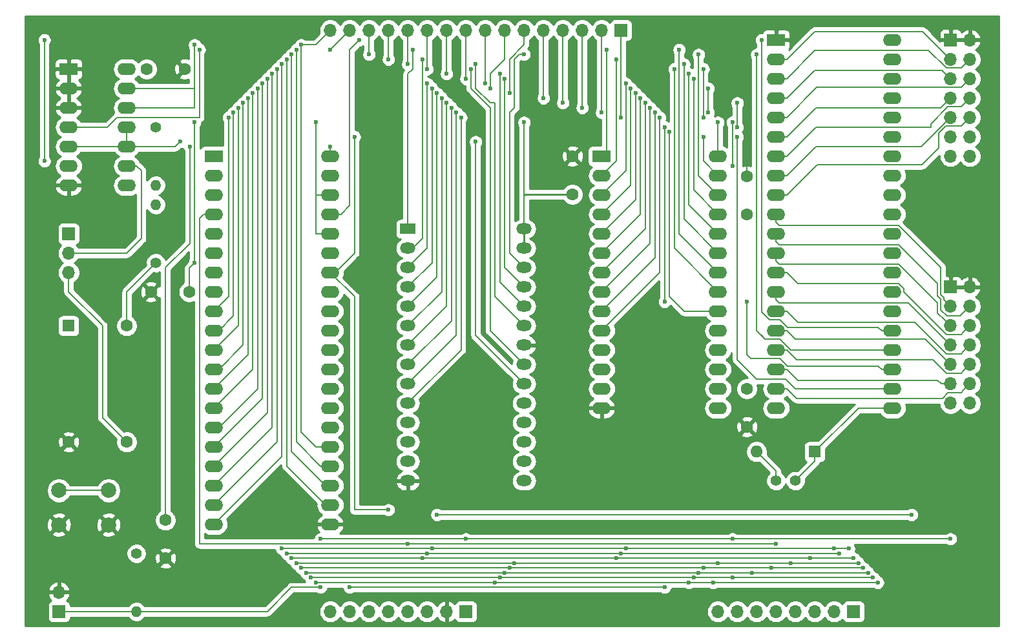
<source format=gbr>
G04 #@! TF.GenerationSoftware,KiCad,Pcbnew,(5.1.5-0-10_14)*
G04 #@! TF.CreationDate,2020-11-20T10:26:45+01:00*
G04 #@! TF.ProjectId,6502,36353032-2e6b-4696-9361-645f70636258,rev?*
G04 #@! TF.SameCoordinates,Original*
G04 #@! TF.FileFunction,Copper,L2,Bot*
G04 #@! TF.FilePolarity,Positive*
%FSLAX46Y46*%
G04 Gerber Fmt 4.6, Leading zero omitted, Abs format (unit mm)*
G04 Created by KiCad (PCBNEW (5.1.5-0-10_14)) date 2020-11-20 10:26:45*
%MOMM*%
%LPD*%
G04 APERTURE LIST*
%ADD10O,1.700000X1.700000*%
%ADD11R,1.700000X1.700000*%
%ADD12C,1.600000*%
%ADD13O,2.400000X1.600000*%
%ADD14R,2.400000X1.600000*%
%ADD15C,1.400000*%
%ADD16O,1.600000X1.600000*%
%ADD17R,1.600000X1.600000*%
%ADD18O,1.400000X1.400000*%
%ADD19O,2.000000X1.440000*%
%ADD20R,2.000000X1.440000*%
%ADD21C,2.000000*%
%ADD22C,0.600000*%
%ADD23C,0.800000*%
%ADD24C,0.200000*%
%ADD25C,0.250000*%
%ADD26C,0.254000*%
G04 APERTURE END LIST*
D10*
X78740000Y-129540000D03*
D11*
X78740000Y-132080000D03*
D10*
X114300000Y-132080000D03*
X116840000Y-132080000D03*
X119380000Y-132080000D03*
X121920000Y-132080000D03*
X124460000Y-132080000D03*
X127000000Y-132080000D03*
X129540000Y-132080000D03*
D11*
X132080000Y-132080000D03*
D12*
X168910000Y-107870000D03*
X168910000Y-102870000D03*
X168910000Y-75010000D03*
X168910000Y-80010000D03*
X146050000Y-77390000D03*
X146050000Y-72390000D03*
X95805000Y-90170000D03*
X90805000Y-90170000D03*
X90250000Y-60960000D03*
X95250000Y-60960000D03*
X92710000Y-120095000D03*
X92710000Y-125095000D03*
D13*
X165100000Y-72390000D03*
X149860000Y-105410000D03*
X165100000Y-74930000D03*
X149860000Y-102870000D03*
X165100000Y-77470000D03*
X149860000Y-100330000D03*
X165100000Y-80010000D03*
X149860000Y-97790000D03*
X165100000Y-82550000D03*
X149860000Y-95250000D03*
X165100000Y-85090000D03*
X149860000Y-92710000D03*
X165100000Y-87630000D03*
X149860000Y-90170000D03*
X165100000Y-90170000D03*
X149860000Y-87630000D03*
X165100000Y-92710000D03*
X149860000Y-85090000D03*
X165100000Y-95250000D03*
X149860000Y-82550000D03*
X165100000Y-97790000D03*
X149860000Y-80010000D03*
X165100000Y-100330000D03*
X149860000Y-77470000D03*
X165100000Y-102870000D03*
X149860000Y-74930000D03*
X165100000Y-105410000D03*
D14*
X149860000Y-72390000D03*
D15*
X172720000Y-114935000D03*
X175260000Y-114935000D03*
D16*
X170180000Y-111125000D03*
D17*
X177800000Y-111125000D03*
D18*
X91440000Y-78740000D03*
D15*
X91440000Y-86360000D03*
D18*
X91440000Y-76200000D03*
D15*
X91440000Y-68580000D03*
D18*
X88900000Y-132080000D03*
D15*
X88900000Y-124460000D03*
D10*
X165100000Y-132080000D03*
X167640000Y-132080000D03*
X170180000Y-132080000D03*
X172720000Y-132080000D03*
X175260000Y-132080000D03*
X177800000Y-132080000D03*
X180340000Y-132080000D03*
D11*
X182880000Y-132080000D03*
D10*
X114300000Y-55880000D03*
X116840000Y-55880000D03*
X119380000Y-55880000D03*
X121920000Y-55880000D03*
X124460000Y-55880000D03*
X127000000Y-55880000D03*
X129540000Y-55880000D03*
X132080000Y-55880000D03*
X134620000Y-55880000D03*
X137160000Y-55880000D03*
X139700000Y-55880000D03*
X142240000Y-55880000D03*
X144780000Y-55880000D03*
X147320000Y-55880000D03*
X149860000Y-55880000D03*
D11*
X152400000Y-55880000D03*
D19*
X139700000Y-114935000D03*
X124460000Y-114935000D03*
X139700000Y-112395000D03*
X124460000Y-112395000D03*
X139700000Y-109855000D03*
X124460000Y-109855000D03*
X139700000Y-107315000D03*
X124460000Y-107315000D03*
X139700000Y-104775000D03*
X124460000Y-104775000D03*
X139700000Y-102235000D03*
X124460000Y-102235000D03*
X139700000Y-99695000D03*
X124460000Y-99695000D03*
X139700000Y-97155000D03*
X124460000Y-97155000D03*
X139700000Y-94615000D03*
X124460000Y-94615000D03*
X139700000Y-92075000D03*
X124460000Y-92075000D03*
X139700000Y-89535000D03*
X124460000Y-89535000D03*
X139700000Y-86995000D03*
X124460000Y-86995000D03*
X139700000Y-84455000D03*
X124460000Y-84455000D03*
X139700000Y-81915000D03*
D20*
X124460000Y-81915000D03*
D12*
X80010000Y-109855000D03*
X87630000Y-109855000D03*
X87630000Y-94615000D03*
D17*
X80010000Y-94615000D03*
D10*
X80010000Y-87630000D03*
X80010000Y-85090000D03*
D11*
X80010000Y-82550000D03*
D10*
X198120000Y-104775000D03*
X195580000Y-104775000D03*
X198120000Y-102235000D03*
X195580000Y-102235000D03*
X198120000Y-99695000D03*
X195580000Y-99695000D03*
X198120000Y-97155000D03*
X195580000Y-97155000D03*
X198120000Y-94615000D03*
X195580000Y-94615000D03*
X198120000Y-92075000D03*
X195580000Y-92075000D03*
X198120000Y-89535000D03*
D11*
X195580000Y-89535000D03*
D10*
X198120000Y-72390000D03*
X195580000Y-72390000D03*
X198120000Y-69850000D03*
X195580000Y-69850000D03*
X198120000Y-67310000D03*
X195580000Y-67310000D03*
X198120000Y-64770000D03*
X195580000Y-64770000D03*
X198120000Y-62230000D03*
X195580000Y-62230000D03*
X198120000Y-59690000D03*
X195580000Y-59690000D03*
X198120000Y-57150000D03*
D11*
X195580000Y-57150000D03*
D13*
X87630000Y-60960000D03*
X80010000Y-76200000D03*
X87630000Y-63500000D03*
X80010000Y-73660000D03*
X87630000Y-66040000D03*
X80010000Y-71120000D03*
X87630000Y-68580000D03*
X80010000Y-68580000D03*
X87630000Y-71120000D03*
X80010000Y-66040000D03*
X87630000Y-73660000D03*
X80010000Y-63500000D03*
X87630000Y-76200000D03*
D14*
X80010000Y-60960000D03*
D13*
X187960000Y-57150000D03*
X172720000Y-105410000D03*
X187960000Y-59690000D03*
X172720000Y-102870000D03*
X187960000Y-62230000D03*
X172720000Y-100330000D03*
X187960000Y-64770000D03*
X172720000Y-97790000D03*
X187960000Y-67310000D03*
X172720000Y-95250000D03*
X187960000Y-69850000D03*
X172720000Y-92710000D03*
X187960000Y-72390000D03*
X172720000Y-90170000D03*
X187960000Y-74930000D03*
X172720000Y-87630000D03*
X187960000Y-77470000D03*
X172720000Y-85090000D03*
X187960000Y-80010000D03*
X172720000Y-82550000D03*
X187960000Y-82550000D03*
X172720000Y-80010000D03*
X187960000Y-85090000D03*
X172720000Y-77470000D03*
X187960000Y-87630000D03*
X172720000Y-74930000D03*
X187960000Y-90170000D03*
X172720000Y-72390000D03*
X187960000Y-92710000D03*
X172720000Y-69850000D03*
X187960000Y-95250000D03*
X172720000Y-67310000D03*
X187960000Y-97790000D03*
X172720000Y-64770000D03*
X187960000Y-100330000D03*
X172720000Y-62230000D03*
X187960000Y-102870000D03*
X172720000Y-59690000D03*
X187960000Y-105410000D03*
D14*
X172720000Y-57150000D03*
D13*
X114300000Y-72390000D03*
X99060000Y-120650000D03*
X114300000Y-74930000D03*
X99060000Y-118110000D03*
X114300000Y-77470000D03*
X99060000Y-115570000D03*
X114300000Y-80010000D03*
X99060000Y-113030000D03*
X114300000Y-82550000D03*
X99060000Y-110490000D03*
X114300000Y-85090000D03*
X99060000Y-107950000D03*
X114300000Y-87630000D03*
X99060000Y-105410000D03*
X114300000Y-90170000D03*
X99060000Y-102870000D03*
X114300000Y-92710000D03*
X99060000Y-100330000D03*
X114300000Y-95250000D03*
X99060000Y-97790000D03*
X114300000Y-97790000D03*
X99060000Y-95250000D03*
X114300000Y-100330000D03*
X99060000Y-92710000D03*
X114300000Y-102870000D03*
X99060000Y-90170000D03*
X114300000Y-105410000D03*
X99060000Y-87630000D03*
X114300000Y-107950000D03*
X99060000Y-85090000D03*
X114300000Y-110490000D03*
X99060000Y-82550000D03*
X114300000Y-113030000D03*
X99060000Y-80010000D03*
X114300000Y-115570000D03*
X99060000Y-77470000D03*
X114300000Y-118110000D03*
X99060000Y-74930000D03*
X114300000Y-120650000D03*
D14*
X99060000Y-72390000D03*
D21*
X85240000Y-116205000D03*
X85240000Y-120705000D03*
X78740000Y-116205000D03*
X78740000Y-120705000D03*
D22*
X186055000Y-128270000D03*
X135890000Y-128270000D03*
X164465000Y-128270000D03*
X161290000Y-128270000D03*
X112395000Y-128270000D03*
X185420000Y-127635000D03*
X136525000Y-127635000D03*
X161925000Y-127635000D03*
X167005000Y-127635000D03*
X111760000Y-127635000D03*
X184785000Y-127000000D03*
X137160000Y-127000000D03*
X162560000Y-127000000D03*
X169545000Y-127000000D03*
X111125000Y-127000000D03*
X184150000Y-126365000D03*
X137795000Y-126365000D03*
X172085000Y-126365000D03*
X163195000Y-126365000D03*
X110490000Y-126365000D03*
X183515000Y-125730000D03*
X138430000Y-125730000D03*
X165100000Y-125730000D03*
X174625000Y-125730000D03*
X109855000Y-125730000D03*
X126365000Y-125095000D03*
X109220000Y-125095000D03*
X182880000Y-125095000D03*
X151765000Y-125095000D03*
X177165000Y-125095000D03*
X127000000Y-124460000D03*
X108585000Y-124460000D03*
X152400000Y-124460000D03*
X180975000Y-124460000D03*
X107950000Y-123825000D03*
X127635000Y-123825000D03*
X153035000Y-123825000D03*
X180340000Y-123825000D03*
X182245000Y-123825000D03*
D23*
X102870000Y-126365000D03*
D22*
X108585000Y-59690000D03*
X126365000Y-59690000D03*
X151765000Y-59690000D03*
X121920000Y-59690000D03*
X139700000Y-59055000D03*
X162560000Y-59055000D03*
X109220000Y-59055000D03*
X170180000Y-59055000D03*
X119380000Y-59055000D03*
X109855000Y-58420000D03*
X97155000Y-58420000D03*
X125095000Y-58420000D03*
X150495000Y-58420000D03*
X160020000Y-58420000D03*
X114300000Y-58420000D03*
X96520000Y-57785000D03*
X110490000Y-57785000D03*
X167005000Y-73660000D03*
X167005000Y-67945000D03*
X165100000Y-67945000D03*
X139700000Y-67945000D03*
X112395000Y-67945000D03*
X96520000Y-67945000D03*
X96520000Y-86360000D03*
X167005000Y-122555000D03*
X195580004Y-122555000D03*
X113030000Y-128905000D03*
X113030000Y-122555000D03*
X132080000Y-122555000D03*
X131445000Y-67310000D03*
X157480000Y-67310000D03*
X100965000Y-67310000D03*
X163195000Y-60960000D03*
X163195000Y-67310000D03*
X152400000Y-67310000D03*
X101600000Y-66675000D03*
X130810000Y-66675000D03*
X156845000Y-66675000D03*
X163830000Y-63500000D03*
X163830000Y-66675000D03*
X149860000Y-66675000D03*
X130175000Y-66040000D03*
X156210000Y-66040000D03*
X102235000Y-66040000D03*
X147320000Y-66040000D03*
X102870000Y-65405000D03*
X129540000Y-65405000D03*
X155575000Y-65405000D03*
X167640000Y-68580000D03*
X167640000Y-65405000D03*
X144780000Y-65405000D03*
X103505000Y-64770000D03*
X128905000Y-64770000D03*
X154940000Y-64770000D03*
X142240000Y-64770000D03*
X104140000Y-64135000D03*
X128270000Y-64135000D03*
X154305000Y-64135000D03*
X137795000Y-64135000D03*
X104775000Y-63500000D03*
X127635000Y-63500000D03*
X153670000Y-63500000D03*
X135255000Y-63500000D03*
X127000000Y-62865000D03*
X153035000Y-62865000D03*
X105410000Y-62865000D03*
X134620000Y-62865000D03*
X137160000Y-62230000D03*
X161925000Y-62230000D03*
X106045000Y-62230000D03*
X132080000Y-62230000D03*
X161290000Y-61595000D03*
X106680000Y-61595000D03*
X136525000Y-61595000D03*
X129540000Y-61595000D03*
X159385000Y-60960000D03*
X107315000Y-60960000D03*
X132715000Y-60960000D03*
X127000000Y-60960000D03*
X160655000Y-60325000D03*
X107950000Y-60325000D03*
X133350000Y-60325000D03*
X124460000Y-60325000D03*
X114300000Y-71120000D03*
X95885000Y-71120000D03*
X117475000Y-69850000D03*
X163195000Y-69850000D03*
X167640000Y-69850000D03*
X121920000Y-118745000D03*
X76835000Y-73025000D03*
X190500000Y-119380000D03*
X76835000Y-57150000D03*
X170815000Y-57150000D03*
X128270000Y-119380000D03*
X118110000Y-57150000D03*
X172720000Y-123190000D03*
X124460000Y-123190000D03*
X168910000Y-91440000D03*
X158115000Y-91440000D03*
X158115000Y-68580000D03*
X158115000Y-128905000D03*
X116840000Y-128905000D03*
X158750000Y-69215000D03*
X94615000Y-70485000D03*
X133350000Y-70485000D03*
D24*
X164465000Y-128270000D02*
X186055000Y-128270000D01*
X164465000Y-128270000D02*
X135890000Y-128270000D01*
X112395000Y-128270000D02*
X135890000Y-128270000D01*
X161925000Y-127635000D02*
X136525000Y-127635000D01*
X167005000Y-127635000D02*
X161925000Y-127635000D01*
X167005000Y-127635000D02*
X185420000Y-127635000D01*
X111760000Y-127635000D02*
X136525000Y-127635000D01*
X162560000Y-127000000D02*
X137160000Y-127000000D01*
X165735000Y-127000000D02*
X162560000Y-127000000D01*
X169545000Y-127000000D02*
X165735000Y-127000000D01*
X169545000Y-127000000D02*
X184785000Y-127000000D01*
X111125000Y-127000000D02*
X137160000Y-127000000D01*
X163195000Y-126365000D02*
X137795000Y-126365000D01*
X163195000Y-126365000D02*
X172085000Y-126365000D01*
X172085000Y-126365000D02*
X184150000Y-126365000D01*
X110490000Y-126365000D02*
X137795000Y-126365000D01*
X165100000Y-125730000D02*
X138430000Y-125730000D01*
X174625000Y-125730000D02*
X165100000Y-125730000D01*
X174625000Y-125730000D02*
X183515000Y-125730000D01*
X109855000Y-125730000D02*
X138430000Y-125730000D01*
X177165000Y-125095000D02*
X109220000Y-125095000D01*
X180340000Y-125095000D02*
X182880000Y-125095000D01*
X177165000Y-125095000D02*
X180340000Y-125095000D01*
X108585000Y-124460000D02*
X127000000Y-124460000D01*
X180975000Y-124460000D02*
X127000000Y-124460000D01*
X127635000Y-123825000D02*
X107950000Y-123825000D01*
X149860000Y-123825000D02*
X127635000Y-123825000D01*
X153035000Y-123825000D02*
X149860000Y-123825000D01*
X180340000Y-123825000D02*
X153035000Y-123825000D01*
X182245000Y-123825000D02*
X180340000Y-123825000D01*
X168910000Y-75010000D02*
X168910000Y-73025000D01*
X168910000Y-73025000D02*
X168910000Y-72390000D01*
X114300000Y-120650000D02*
X124460000Y-120650000D01*
X114300000Y-118110000D02*
X113665000Y-118110000D01*
X113665000Y-118110000D02*
X108585000Y-113030000D01*
X108585000Y-113030000D02*
X108585000Y-59690000D01*
X124460000Y-84455000D02*
X125095000Y-84455000D01*
X126365000Y-83185000D02*
X126365000Y-59690000D01*
X125095000Y-84455000D02*
X126365000Y-83185000D01*
X149860000Y-74930000D02*
X151765000Y-73025000D01*
X151765000Y-73025000D02*
X151765000Y-59690000D01*
X121920000Y-55880000D02*
X121920000Y-59690000D01*
X138430000Y-59690000D02*
X139065000Y-59055000D01*
X138430000Y-66040000D02*
X138430000Y-59690000D01*
X137795000Y-85090000D02*
X137795000Y-66675000D01*
X139700000Y-86995000D02*
X137795000Y-85090000D01*
X139065000Y-59055000D02*
X139700000Y-59055000D01*
X137795000Y-66675000D02*
X138430000Y-66040000D01*
X165100000Y-77470000D02*
X162560000Y-74930000D01*
X162560000Y-74930000D02*
X162560000Y-59055000D01*
X114300000Y-115570000D02*
X113665000Y-115570000D01*
X113665000Y-115570000D02*
X109220000Y-111125000D01*
X109220000Y-111125000D02*
X109220000Y-59055000D01*
X187960000Y-97790000D02*
X174694300Y-97790000D01*
X174694300Y-97790000D02*
X173254310Y-96350010D01*
X171280010Y-96350010D02*
X170815000Y-95885000D01*
X173254310Y-96350010D02*
X171280010Y-96350010D01*
X170180000Y-59055000D02*
X170180000Y-95250000D01*
X170180000Y-95250000D02*
X171280010Y-96350010D01*
X119380000Y-55880000D02*
X119380000Y-59055000D01*
X114300000Y-113030000D02*
X113030000Y-113030000D01*
X113030000Y-113030000D02*
X109855000Y-109855000D01*
X109855000Y-109855000D02*
X109855000Y-58420000D01*
X80010000Y-68580000D02*
X85090000Y-68580000D01*
X85090000Y-68580000D02*
X86360000Y-67310000D01*
X86360000Y-67310000D02*
X97155000Y-67310000D01*
X97155000Y-67310000D02*
X97155000Y-58420000D01*
X124460000Y-81915000D02*
X124460000Y-61595000D01*
X124460000Y-61595000D02*
X125095000Y-60960000D01*
X125095000Y-60960000D02*
X125095000Y-58420000D01*
X149860000Y-72390000D02*
X150495000Y-72390000D01*
X150495000Y-72390000D02*
X150495000Y-58420000D01*
X165100000Y-87630000D02*
X160020000Y-82550000D01*
X160020000Y-82550000D02*
X160020000Y-58420000D01*
X116840000Y-55880000D02*
X114300000Y-58420000D01*
X114300000Y-110490000D02*
X112395000Y-110490000D01*
X87630000Y-63500000D02*
X96520000Y-63500000D01*
X112395000Y-110490000D02*
X110490000Y-108585000D01*
X96520000Y-63500000D02*
X96520000Y-57785000D01*
X110490000Y-108585000D02*
X110490000Y-57785000D01*
X87630000Y-66040000D02*
X96520000Y-66040000D01*
X96520000Y-66040000D02*
X96520000Y-63500000D01*
X110490000Y-57785000D02*
X112395000Y-57785000D01*
X112395000Y-57785000D02*
X114300000Y-55880000D01*
X167005000Y-73660000D02*
X167005000Y-67945000D01*
X165100000Y-72390000D02*
X165100000Y-67945000D01*
D25*
X139700000Y-84455000D02*
X139700000Y-81915000D01*
D24*
X114300000Y-77470000D02*
X112395000Y-77470000D01*
X112395000Y-77470000D02*
X112395000Y-67945000D01*
X114300000Y-82550000D02*
X112395000Y-82550000D01*
X112395000Y-82550000D02*
X112395000Y-77470000D01*
X139700000Y-77470000D02*
X139700000Y-67945000D01*
D25*
X139780000Y-77390000D02*
X139700000Y-77470000D01*
X146050000Y-77390000D02*
X139780000Y-77390000D01*
D24*
X139700000Y-81915000D02*
X139700000Y-77470000D01*
X87630000Y-90170000D02*
X91440000Y-86360000D01*
X87630000Y-94615000D02*
X87630000Y-90170000D01*
X91440000Y-86360000D02*
X92075000Y-86360000D01*
X96520000Y-67945000D02*
X96520000Y-86360000D01*
X95805000Y-90170000D02*
X95805000Y-87075000D01*
X95805000Y-87075000D02*
X96520000Y-86360000D01*
X195580004Y-122555000D02*
X167005000Y-122555000D01*
X88900000Y-132080000D02*
X106045000Y-132080000D01*
X106045000Y-132080000D02*
X109220000Y-128905000D01*
X109220000Y-128905000D02*
X113030000Y-128905000D01*
X132080000Y-122555000D02*
X113030000Y-122555000D01*
X167005000Y-122555000D02*
X132080000Y-122555000D01*
X78740000Y-132080000D02*
X88900000Y-132080000D01*
X124460000Y-104775000D02*
X131445000Y-97790000D01*
X131445000Y-97790000D02*
X131445000Y-67310000D01*
X149860000Y-95250000D02*
X157480000Y-87630000D01*
X157480000Y-87630000D02*
X157480000Y-67310000D01*
X99060000Y-92710000D02*
X100965000Y-90805000D01*
X100965000Y-90805000D02*
X100965000Y-67310000D01*
X163195000Y-60960000D02*
X163195000Y-67310000D01*
X152400000Y-55880000D02*
X152400000Y-67310000D01*
X99060000Y-95250000D02*
X99695000Y-95250000D01*
X99695000Y-95250000D02*
X101600000Y-93345000D01*
X101600000Y-93345000D02*
X101600000Y-66675000D01*
X124460000Y-102235000D02*
X130810000Y-95885000D01*
X130810000Y-95885000D02*
X130810000Y-66675000D01*
X149860000Y-92710000D02*
X156845000Y-85725000D01*
X156845000Y-85725000D02*
X156845000Y-66675000D01*
X163830000Y-63500000D02*
X163830000Y-66675000D01*
X149860000Y-55880000D02*
X149860000Y-66675000D01*
X124460000Y-99695000D02*
X130175000Y-93980000D01*
X130175000Y-93980000D02*
X130175000Y-66040000D01*
X149860000Y-90170000D02*
X156210000Y-83820000D01*
X156210000Y-83820000D02*
X156210000Y-66040000D01*
X99060000Y-97790000D02*
X102235000Y-94615000D01*
X102235000Y-94615000D02*
X102235000Y-66040000D01*
X147320000Y-55880000D02*
X147320000Y-66040000D01*
X99060000Y-100330000D02*
X99695000Y-100330000D01*
X102870000Y-97155000D02*
X102870000Y-65405000D01*
X99695000Y-100330000D02*
X102870000Y-97155000D01*
X124460000Y-97155000D02*
X129540000Y-92075000D01*
X129540000Y-92075000D02*
X129540000Y-65405000D01*
X149860000Y-87630000D02*
X155575000Y-81915000D01*
X155575000Y-81915000D02*
X155575000Y-65405000D01*
X167640000Y-68580000D02*
X167640000Y-65405000D01*
X144780000Y-55880000D02*
X144780000Y-65405000D01*
X99060000Y-102870000D02*
X103505000Y-98425000D01*
X103505000Y-98425000D02*
X103505000Y-64770000D01*
X124460000Y-94615000D02*
X128905000Y-90170000D01*
X128905000Y-90170000D02*
X128905000Y-64770000D01*
X149860000Y-85090000D02*
X154940000Y-80010000D01*
X154940000Y-80010000D02*
X154940000Y-64770000D01*
X142240000Y-55880000D02*
X142240000Y-64770000D01*
X104140000Y-100330000D02*
X104140000Y-64135000D01*
X99060000Y-105410000D02*
X104140000Y-100330000D01*
X124460000Y-92075000D02*
X128270000Y-88265000D01*
X128270000Y-88265000D02*
X128270000Y-64135000D01*
X149860000Y-82550000D02*
X154305000Y-78105000D01*
X154305000Y-78105000D02*
X154305000Y-64135000D01*
X139700000Y-55880000D02*
X139700000Y-57785000D01*
X139700000Y-57785000D02*
X137795000Y-59690000D01*
X137795000Y-59690000D02*
X137795000Y-64135000D01*
X99060000Y-107950000D02*
X99695000Y-107950000D01*
X99695000Y-107950000D02*
X104775000Y-102870000D01*
X104775000Y-102870000D02*
X104775000Y-63500000D01*
X124460000Y-89535000D02*
X127635000Y-86360000D01*
X127635000Y-86360000D02*
X127635000Y-63500000D01*
X149860000Y-80010000D02*
X153670000Y-76200000D01*
X153670000Y-76200000D02*
X153670000Y-63500000D01*
X137160000Y-55880000D02*
X137160000Y-59690000D01*
X137160000Y-59690000D02*
X135255000Y-61595000D01*
X135255000Y-61595000D02*
X135255000Y-63500000D01*
X124460000Y-86995000D02*
X127000000Y-84455000D01*
X127000000Y-84455000D02*
X127000000Y-62865000D01*
X149860000Y-77470000D02*
X153035000Y-74295000D01*
X153035000Y-74295000D02*
X153035000Y-62865000D01*
X105410000Y-104140000D02*
X105410000Y-62865000D01*
X99060000Y-110490000D02*
X105410000Y-104140000D01*
X134620000Y-55880000D02*
X134620000Y-62865000D01*
X139700000Y-89535000D02*
X137160000Y-86995000D01*
X137160000Y-86995000D02*
X137160000Y-62230000D01*
X165100000Y-80010000D02*
X161925000Y-76835000D01*
X161925000Y-76835000D02*
X161925000Y-62230000D01*
X99060000Y-113030000D02*
X106045000Y-106045000D01*
X106045000Y-106045000D02*
X106045000Y-62230000D01*
X132080000Y-55880000D02*
X132080000Y-62230000D01*
X165100000Y-82550000D02*
X161290000Y-78740000D01*
X161290000Y-78740000D02*
X161290000Y-61595000D01*
X99060000Y-115570000D02*
X106680000Y-107950000D01*
X106680000Y-107950000D02*
X106680000Y-61595000D01*
X139700000Y-92075000D02*
X136525000Y-88900000D01*
X136525000Y-88900000D02*
X136525000Y-61595000D01*
X129540000Y-55880000D02*
X129540000Y-61595000D01*
X165100000Y-90170000D02*
X159385000Y-84455000D01*
X159385000Y-84455000D02*
X159385000Y-60960000D01*
X99060000Y-118110000D02*
X107315000Y-109855000D01*
X107315000Y-109855000D02*
X107315000Y-60960000D01*
X139700000Y-99695000D02*
X135255000Y-95250000D01*
X135255000Y-95250000D02*
X135255000Y-66040000D01*
X135255000Y-66040000D02*
X132715000Y-63500000D01*
X132715000Y-63500000D02*
X132715000Y-60960000D01*
X127000000Y-55880000D02*
X127000000Y-60960000D01*
X165100000Y-85090000D02*
X160655000Y-80645000D01*
X160655000Y-80645000D02*
X160655000Y-60325000D01*
X107950000Y-111760000D02*
X99060000Y-120650000D01*
X107950000Y-60325000D02*
X107950000Y-111760000D01*
X139700000Y-94615000D02*
X135890000Y-90805000D01*
X135890000Y-90805000D02*
X135890000Y-65405000D01*
X135890000Y-65405000D02*
X135255000Y-65405000D01*
X133350000Y-63500000D02*
X133350000Y-60325000D01*
X135255000Y-65405000D02*
X133350000Y-63500000D01*
X124460000Y-55880000D02*
X124460000Y-60325000D01*
X78740000Y-116205000D02*
X85240000Y-116205000D01*
X114300000Y-72390000D02*
X114300000Y-71120000D01*
X95885000Y-71120000D02*
X95885000Y-83820000D01*
X92710000Y-86995000D02*
X92710000Y-120095000D01*
X95885000Y-83820000D02*
X92710000Y-86995000D01*
X114300000Y-87630000D02*
X114935000Y-87630000D01*
X114935000Y-87630000D02*
X117475000Y-85090000D01*
X117475000Y-85090000D02*
X117475000Y-69850000D01*
X165100000Y-74930000D02*
X163195000Y-73025000D01*
X163195000Y-73025000D02*
X163195000Y-69850000D01*
X187960000Y-102870000D02*
X175260000Y-102870000D01*
X167640000Y-70274264D02*
X167640000Y-69850000D01*
X167640000Y-99060000D02*
X167640000Y-70274264D01*
X175260000Y-102870000D02*
X173990000Y-101600000D01*
X173990000Y-101600000D02*
X170180000Y-101600000D01*
X170180000Y-101600000D02*
X167640000Y-99060000D01*
X117475000Y-90805000D02*
X114300000Y-87630000D01*
X117475000Y-118745000D02*
X117475000Y-90805000D01*
X121920000Y-118745000D02*
X117475000Y-118745000D01*
X174120000Y-102870000D02*
X175390000Y-104140000D01*
X172720000Y-102870000D02*
X174120000Y-102870000D01*
X197270001Y-103084999D02*
X198120000Y-102235000D01*
X196969999Y-103385001D02*
X197270001Y-103084999D01*
X195267997Y-103385001D02*
X196969999Y-103385001D01*
X194512998Y-104140000D02*
X195267997Y-103385001D01*
X175390000Y-104140000D02*
X194512998Y-104140000D01*
X194377919Y-102235000D02*
X195580000Y-102235000D01*
X175559990Y-101769990D02*
X193912909Y-101769990D01*
X193912909Y-101769990D02*
X194377919Y-102235000D01*
X174120000Y-100330000D02*
X175559990Y-101769990D01*
X172720000Y-100330000D02*
X174120000Y-100330000D01*
X174120000Y-97790000D02*
X175390000Y-99060000D01*
X172720000Y-97790000D02*
X174120000Y-97790000D01*
X197270001Y-100544999D02*
X198120000Y-99695000D01*
X196969999Y-100845001D02*
X197270001Y-100544999D01*
X195027999Y-100845001D02*
X196969999Y-100845001D01*
X193242998Y-99060000D02*
X195027999Y-100845001D01*
X175390000Y-99060000D02*
X193242998Y-99060000D01*
X174120000Y-95250000D02*
X172720000Y-95250000D01*
X175220010Y-96350010D02*
X174120000Y-95250000D01*
X192235010Y-96350010D02*
X175220010Y-96350010D01*
X195580000Y-99695000D02*
X192235010Y-96350010D01*
X197270001Y-98004999D02*
X198120000Y-97155000D01*
X196969999Y-98305001D02*
X197270001Y-98004999D01*
X190872988Y-94149990D02*
X195027999Y-98305001D01*
X175559990Y-94149990D02*
X190872988Y-94149990D01*
X195027999Y-98305001D02*
X196969999Y-98305001D01*
X174120000Y-92710000D02*
X175559990Y-94149990D01*
X172720000Y-92710000D02*
X174120000Y-92710000D01*
X194730001Y-96305001D02*
X195580000Y-97155000D01*
X190034990Y-91609990D02*
X194730001Y-96305001D01*
X173159990Y-91609990D02*
X190034990Y-91609990D01*
X172720000Y-91170000D02*
X173159990Y-91609990D01*
X172720000Y-90170000D02*
X172720000Y-91170000D01*
X197270001Y-95464999D02*
X198120000Y-94615000D01*
X189460010Y-90197012D02*
X195027999Y-95765001D01*
X189460010Y-89714361D02*
X189460010Y-90197012D01*
X188815639Y-89069990D02*
X189460010Y-89714361D01*
X175559990Y-89069990D02*
X188815639Y-89069990D01*
X174120000Y-87630000D02*
X175559990Y-89069990D01*
X196969999Y-95765001D02*
X197270001Y-95464999D01*
X195027999Y-95765001D02*
X196969999Y-95765001D01*
X172720000Y-87630000D02*
X174120000Y-87630000D01*
X173159990Y-86529990D02*
X188815639Y-86529990D01*
X188815639Y-86529990D02*
X193909989Y-91624340D01*
X172720000Y-85090000D02*
X172720000Y-86090000D01*
X194730001Y-93765001D02*
X195580000Y-94615000D01*
X193909989Y-92944989D02*
X194730001Y-93765001D01*
X193909989Y-91624340D02*
X193909989Y-92944989D01*
X172720000Y-86090000D02*
X173159990Y-86529990D01*
X197270001Y-92924999D02*
X198120000Y-92075000D01*
X172720000Y-82550000D02*
X172720000Y-83550000D01*
X172720000Y-83550000D02*
X173159990Y-83989990D01*
X195147998Y-93345000D02*
X196850000Y-93345000D01*
X173159990Y-83989990D02*
X188815639Y-83989990D01*
X193909989Y-89084340D02*
X193909989Y-90670691D01*
X193909989Y-90670691D02*
X194310000Y-91070702D01*
X188815639Y-83989990D02*
X193909989Y-89084340D01*
X194310000Y-91070702D02*
X194310000Y-92507002D01*
X196850000Y-93345000D02*
X197270001Y-92924999D01*
X194310000Y-92507002D02*
X195147998Y-93345000D01*
X188815639Y-81449990D02*
X194310000Y-86944351D01*
X173159990Y-81449990D02*
X188815639Y-81449990D01*
X172720000Y-81010000D02*
X173159990Y-81449990D01*
X172720000Y-80010000D02*
X172720000Y-81010000D01*
X194730001Y-91225001D02*
X195580000Y-92075000D01*
X194730001Y-90925003D02*
X194730001Y-91225001D01*
X194310000Y-90505002D02*
X194730001Y-90925003D01*
X194310000Y-86944351D02*
X194310000Y-90505002D01*
X194075011Y-71285689D02*
X194075011Y-69380689D01*
X174120000Y-77470000D02*
X178099990Y-73490010D01*
X191870690Y-73490010D02*
X194075011Y-71285689D01*
X194075011Y-69380689D02*
X194995699Y-68460001D01*
X197270001Y-68159999D02*
X198120000Y-67310000D01*
X172720000Y-77470000D02*
X174120000Y-77470000D01*
X178099990Y-73490010D02*
X191870690Y-73490010D01*
X194995699Y-68460001D02*
X196969999Y-68460001D01*
X196969999Y-68460001D02*
X197270001Y-68159999D01*
X174120000Y-74930000D02*
X177930000Y-71120000D01*
X172720000Y-74930000D02*
X174120000Y-74930000D01*
X191770000Y-71120000D02*
X195580000Y-67310000D01*
X177930000Y-71120000D02*
X191770000Y-71120000D01*
X174120000Y-72390000D02*
X177930000Y-68580000D01*
X172720000Y-72390000D02*
X174120000Y-72390000D01*
X177930000Y-68580000D02*
X193040000Y-68580000D01*
X195267997Y-65920001D02*
X196969999Y-65920001D01*
X196969999Y-65920001D02*
X197270001Y-65619999D01*
X193040000Y-68147998D02*
X195267997Y-65920001D01*
X197270001Y-65619999D02*
X198120000Y-64770000D01*
X193040000Y-68580000D02*
X193040000Y-68147998D01*
X174120000Y-69850000D02*
X177930000Y-66040000D01*
X172720000Y-69850000D02*
X174120000Y-69850000D01*
X194310000Y-66040000D02*
X195580000Y-64770000D01*
X177930000Y-66040000D02*
X194310000Y-66040000D01*
X196969999Y-63380001D02*
X197270001Y-63079999D01*
X178049999Y-63380001D02*
X196969999Y-63380001D01*
X197270001Y-63079999D02*
X198120000Y-62230000D01*
X174120000Y-67310000D02*
X178049999Y-63380001D01*
X172720000Y-67310000D02*
X174120000Y-67310000D01*
X194730001Y-61380001D02*
X195580000Y-62230000D01*
X194479990Y-61129990D02*
X194730001Y-61380001D01*
X177760010Y-61129990D02*
X194479990Y-61129990D01*
X174120000Y-64770000D02*
X177760010Y-61129990D01*
X172720000Y-64770000D02*
X174120000Y-64770000D01*
X197270001Y-60539999D02*
X198120000Y-59690000D01*
X196969999Y-60840001D02*
X197270001Y-60539999D01*
X195027999Y-60840001D02*
X196969999Y-60840001D01*
X177810001Y-58539999D02*
X192727997Y-58539999D01*
X174120000Y-62230000D02*
X177810001Y-58539999D01*
X192727997Y-58539999D02*
X195027999Y-60840001D01*
X172720000Y-62230000D02*
X174120000Y-62230000D01*
X194730001Y-58840001D02*
X195580000Y-59690000D01*
X191939990Y-56049990D02*
X194730001Y-58840001D01*
X177760010Y-56049990D02*
X191939990Y-56049990D01*
X174120000Y-59690000D02*
X177760010Y-56049990D01*
X172720000Y-59690000D02*
X174120000Y-59690000D01*
X80010000Y-87630000D02*
X80010000Y-90170000D01*
X80010000Y-90170000D02*
X84455000Y-94615000D01*
X84455000Y-106680000D02*
X87630000Y-109855000D01*
X84455000Y-94615000D02*
X84455000Y-106680000D01*
X87630000Y-73660000D02*
X88900000Y-73660000D01*
X88900000Y-73660000D02*
X89535000Y-74295000D01*
X89535000Y-74295000D02*
X89535000Y-83185000D01*
X87630000Y-85090000D02*
X81280000Y-85090000D01*
X89535000Y-83185000D02*
X87630000Y-85090000D01*
X81280000Y-85090000D02*
X80010000Y-85090000D01*
X190500000Y-119380000D02*
X141605000Y-119380000D01*
X76835000Y-73025000D02*
X76835000Y-57150000D01*
X170815000Y-57574264D02*
X170815000Y-57150000D01*
X173235659Y-93810010D02*
X171864361Y-93810010D01*
X174220010Y-94794361D02*
X173235659Y-93810010D01*
X171864361Y-93810010D02*
X170815000Y-92760649D01*
X186104361Y-94794361D02*
X174220010Y-94794361D01*
X186560000Y-95250000D02*
X186104361Y-94794361D01*
X187960000Y-95250000D02*
X186560000Y-95250000D01*
X170815000Y-92760649D02*
X170815000Y-57574264D01*
X128270000Y-119380000D02*
X141605000Y-119380000D01*
X115700000Y-80010000D02*
X114300000Y-80010000D01*
X116840000Y-78870000D02*
X115700000Y-80010000D01*
X116840000Y-58420000D02*
X116840000Y-78870000D01*
X118110000Y-57150000D02*
X116840000Y-58420000D01*
X172720000Y-113665000D02*
X170180000Y-111125000D01*
X172720000Y-114935000D02*
X172720000Y-113665000D01*
X172720000Y-123190000D02*
X139700000Y-123190000D01*
X97155000Y-80515000D02*
X97155000Y-123190000D01*
X97660000Y-80010000D02*
X97155000Y-80515000D01*
X99060000Y-80010000D02*
X97660000Y-80010000D01*
X124460000Y-123190000D02*
X108585000Y-123190000D01*
X139700000Y-123190000D02*
X124460000Y-123190000D01*
X97155000Y-123190000D02*
X108585000Y-123190000D01*
X173235659Y-98890010D02*
X169375010Y-98890010D01*
X186560000Y-100330000D02*
X186104361Y-99874361D01*
X174220010Y-99874361D02*
X173235659Y-98890010D01*
X187960000Y-100330000D02*
X186560000Y-100330000D01*
X169375010Y-98890010D02*
X168910000Y-98425000D01*
X168910000Y-98425000D02*
X168910000Y-91440000D01*
X158115000Y-91440000D02*
X158115000Y-68580000D01*
X176350639Y-99874361D02*
X174220010Y-99874361D01*
X186104361Y-99874361D02*
X176350639Y-99874361D01*
X158115000Y-128905000D02*
X116840000Y-128905000D01*
X158750000Y-69215000D02*
X158750000Y-90805000D01*
X160655000Y-92710000D02*
X165100000Y-92710000D01*
X158750000Y-90805000D02*
X160655000Y-92710000D01*
X87630000Y-68580000D02*
X87630000Y-71120000D01*
X87630000Y-71120000D02*
X80010000Y-71120000D01*
X93980000Y-71120000D02*
X87630000Y-71120000D01*
X94615000Y-70485000D02*
X93980000Y-71120000D01*
X133350000Y-95885000D02*
X139700000Y-102235000D01*
X133350000Y-70485000D02*
X133350000Y-95885000D01*
X183515000Y-105410000D02*
X177800000Y-111125000D01*
X187960000Y-105410000D02*
X183515000Y-105410000D01*
X177800000Y-112395000D02*
X175260000Y-114935000D01*
X177800000Y-111125000D02*
X177800000Y-112395000D01*
D26*
G36*
X201880001Y-133935000D02*
G01*
X74345000Y-133935000D01*
X74345000Y-131230000D01*
X77251928Y-131230000D01*
X77251928Y-132930000D01*
X77264188Y-133054482D01*
X77300498Y-133174180D01*
X77359463Y-133284494D01*
X77438815Y-133381185D01*
X77535506Y-133460537D01*
X77645820Y-133519502D01*
X77765518Y-133555812D01*
X77890000Y-133568072D01*
X79590000Y-133568072D01*
X79714482Y-133555812D01*
X79834180Y-133519502D01*
X79944494Y-133460537D01*
X80041185Y-133381185D01*
X80120537Y-133284494D01*
X80179502Y-133174180D01*
X80215812Y-133054482D01*
X80228072Y-132930000D01*
X80228072Y-132815000D01*
X87785521Y-132815000D01*
X87863038Y-132931013D01*
X88048987Y-133116962D01*
X88267641Y-133263061D01*
X88510595Y-133363696D01*
X88768514Y-133415000D01*
X89031486Y-133415000D01*
X89289405Y-133363696D01*
X89532359Y-133263061D01*
X89751013Y-133116962D01*
X89936962Y-132931013D01*
X90014479Y-132815000D01*
X106008895Y-132815000D01*
X106045000Y-132818556D01*
X106081105Y-132815000D01*
X106189085Y-132804365D01*
X106327633Y-132762337D01*
X106455320Y-132694087D01*
X106567238Y-132602238D01*
X106590259Y-132574187D01*
X107230706Y-131933740D01*
X112815000Y-131933740D01*
X112815000Y-132226260D01*
X112872068Y-132513158D01*
X112984010Y-132783411D01*
X113146525Y-133026632D01*
X113353368Y-133233475D01*
X113596589Y-133395990D01*
X113866842Y-133507932D01*
X114153740Y-133565000D01*
X114446260Y-133565000D01*
X114733158Y-133507932D01*
X115003411Y-133395990D01*
X115246632Y-133233475D01*
X115453475Y-133026632D01*
X115570000Y-132852240D01*
X115686525Y-133026632D01*
X115893368Y-133233475D01*
X116136589Y-133395990D01*
X116406842Y-133507932D01*
X116693740Y-133565000D01*
X116986260Y-133565000D01*
X117273158Y-133507932D01*
X117543411Y-133395990D01*
X117786632Y-133233475D01*
X117993475Y-133026632D01*
X118110000Y-132852240D01*
X118226525Y-133026632D01*
X118433368Y-133233475D01*
X118676589Y-133395990D01*
X118946842Y-133507932D01*
X119233740Y-133565000D01*
X119526260Y-133565000D01*
X119813158Y-133507932D01*
X120083411Y-133395990D01*
X120326632Y-133233475D01*
X120533475Y-133026632D01*
X120650000Y-132852240D01*
X120766525Y-133026632D01*
X120973368Y-133233475D01*
X121216589Y-133395990D01*
X121486842Y-133507932D01*
X121773740Y-133565000D01*
X122066260Y-133565000D01*
X122353158Y-133507932D01*
X122623411Y-133395990D01*
X122866632Y-133233475D01*
X123073475Y-133026632D01*
X123190000Y-132852240D01*
X123306525Y-133026632D01*
X123513368Y-133233475D01*
X123756589Y-133395990D01*
X124026842Y-133507932D01*
X124313740Y-133565000D01*
X124606260Y-133565000D01*
X124893158Y-133507932D01*
X125163411Y-133395990D01*
X125406632Y-133233475D01*
X125613475Y-133026632D01*
X125730000Y-132852240D01*
X125846525Y-133026632D01*
X126053368Y-133233475D01*
X126296589Y-133395990D01*
X126566842Y-133507932D01*
X126853740Y-133565000D01*
X127146260Y-133565000D01*
X127433158Y-133507932D01*
X127703411Y-133395990D01*
X127946632Y-133233475D01*
X128153475Y-133026632D01*
X128275195Y-132844466D01*
X128344822Y-132961355D01*
X128539731Y-133177588D01*
X128773080Y-133351641D01*
X129035901Y-133476825D01*
X129183110Y-133521476D01*
X129413000Y-133400155D01*
X129413000Y-132207000D01*
X129393000Y-132207000D01*
X129393000Y-131953000D01*
X129413000Y-131953000D01*
X129413000Y-130759845D01*
X129667000Y-130759845D01*
X129667000Y-131953000D01*
X129687000Y-131953000D01*
X129687000Y-132207000D01*
X129667000Y-132207000D01*
X129667000Y-133400155D01*
X129896890Y-133521476D01*
X130044099Y-133476825D01*
X130306920Y-133351641D01*
X130540269Y-133177588D01*
X130616034Y-133093534D01*
X130640498Y-133174180D01*
X130699463Y-133284494D01*
X130778815Y-133381185D01*
X130875506Y-133460537D01*
X130985820Y-133519502D01*
X131105518Y-133555812D01*
X131230000Y-133568072D01*
X132930000Y-133568072D01*
X133054482Y-133555812D01*
X133174180Y-133519502D01*
X133284494Y-133460537D01*
X133381185Y-133381185D01*
X133460537Y-133284494D01*
X133519502Y-133174180D01*
X133555812Y-133054482D01*
X133568072Y-132930000D01*
X133568072Y-131933740D01*
X163615000Y-131933740D01*
X163615000Y-132226260D01*
X163672068Y-132513158D01*
X163784010Y-132783411D01*
X163946525Y-133026632D01*
X164153368Y-133233475D01*
X164396589Y-133395990D01*
X164666842Y-133507932D01*
X164953740Y-133565000D01*
X165246260Y-133565000D01*
X165533158Y-133507932D01*
X165803411Y-133395990D01*
X166046632Y-133233475D01*
X166253475Y-133026632D01*
X166370000Y-132852240D01*
X166486525Y-133026632D01*
X166693368Y-133233475D01*
X166936589Y-133395990D01*
X167206842Y-133507932D01*
X167493740Y-133565000D01*
X167786260Y-133565000D01*
X168073158Y-133507932D01*
X168343411Y-133395990D01*
X168586632Y-133233475D01*
X168793475Y-133026632D01*
X168910000Y-132852240D01*
X169026525Y-133026632D01*
X169233368Y-133233475D01*
X169476589Y-133395990D01*
X169746842Y-133507932D01*
X170033740Y-133565000D01*
X170326260Y-133565000D01*
X170613158Y-133507932D01*
X170883411Y-133395990D01*
X171126632Y-133233475D01*
X171333475Y-133026632D01*
X171450000Y-132852240D01*
X171566525Y-133026632D01*
X171773368Y-133233475D01*
X172016589Y-133395990D01*
X172286842Y-133507932D01*
X172573740Y-133565000D01*
X172866260Y-133565000D01*
X173153158Y-133507932D01*
X173423411Y-133395990D01*
X173666632Y-133233475D01*
X173873475Y-133026632D01*
X173990000Y-132852240D01*
X174106525Y-133026632D01*
X174313368Y-133233475D01*
X174556589Y-133395990D01*
X174826842Y-133507932D01*
X175113740Y-133565000D01*
X175406260Y-133565000D01*
X175693158Y-133507932D01*
X175963411Y-133395990D01*
X176206632Y-133233475D01*
X176413475Y-133026632D01*
X176530000Y-132852240D01*
X176646525Y-133026632D01*
X176853368Y-133233475D01*
X177096589Y-133395990D01*
X177366842Y-133507932D01*
X177653740Y-133565000D01*
X177946260Y-133565000D01*
X178233158Y-133507932D01*
X178503411Y-133395990D01*
X178746632Y-133233475D01*
X178953475Y-133026632D01*
X179070000Y-132852240D01*
X179186525Y-133026632D01*
X179393368Y-133233475D01*
X179636589Y-133395990D01*
X179906842Y-133507932D01*
X180193740Y-133565000D01*
X180486260Y-133565000D01*
X180773158Y-133507932D01*
X181043411Y-133395990D01*
X181286632Y-133233475D01*
X181418487Y-133101620D01*
X181440498Y-133174180D01*
X181499463Y-133284494D01*
X181578815Y-133381185D01*
X181675506Y-133460537D01*
X181785820Y-133519502D01*
X181905518Y-133555812D01*
X182030000Y-133568072D01*
X183730000Y-133568072D01*
X183854482Y-133555812D01*
X183974180Y-133519502D01*
X184084494Y-133460537D01*
X184181185Y-133381185D01*
X184260537Y-133284494D01*
X184319502Y-133174180D01*
X184355812Y-133054482D01*
X184368072Y-132930000D01*
X184368072Y-131230000D01*
X184355812Y-131105518D01*
X184319502Y-130985820D01*
X184260537Y-130875506D01*
X184181185Y-130778815D01*
X184084494Y-130699463D01*
X183974180Y-130640498D01*
X183854482Y-130604188D01*
X183730000Y-130591928D01*
X182030000Y-130591928D01*
X181905518Y-130604188D01*
X181785820Y-130640498D01*
X181675506Y-130699463D01*
X181578815Y-130778815D01*
X181499463Y-130875506D01*
X181440498Y-130985820D01*
X181418487Y-131058380D01*
X181286632Y-130926525D01*
X181043411Y-130764010D01*
X180773158Y-130652068D01*
X180486260Y-130595000D01*
X180193740Y-130595000D01*
X179906842Y-130652068D01*
X179636589Y-130764010D01*
X179393368Y-130926525D01*
X179186525Y-131133368D01*
X179070000Y-131307760D01*
X178953475Y-131133368D01*
X178746632Y-130926525D01*
X178503411Y-130764010D01*
X178233158Y-130652068D01*
X177946260Y-130595000D01*
X177653740Y-130595000D01*
X177366842Y-130652068D01*
X177096589Y-130764010D01*
X176853368Y-130926525D01*
X176646525Y-131133368D01*
X176530000Y-131307760D01*
X176413475Y-131133368D01*
X176206632Y-130926525D01*
X175963411Y-130764010D01*
X175693158Y-130652068D01*
X175406260Y-130595000D01*
X175113740Y-130595000D01*
X174826842Y-130652068D01*
X174556589Y-130764010D01*
X174313368Y-130926525D01*
X174106525Y-131133368D01*
X173990000Y-131307760D01*
X173873475Y-131133368D01*
X173666632Y-130926525D01*
X173423411Y-130764010D01*
X173153158Y-130652068D01*
X172866260Y-130595000D01*
X172573740Y-130595000D01*
X172286842Y-130652068D01*
X172016589Y-130764010D01*
X171773368Y-130926525D01*
X171566525Y-131133368D01*
X171450000Y-131307760D01*
X171333475Y-131133368D01*
X171126632Y-130926525D01*
X170883411Y-130764010D01*
X170613158Y-130652068D01*
X170326260Y-130595000D01*
X170033740Y-130595000D01*
X169746842Y-130652068D01*
X169476589Y-130764010D01*
X169233368Y-130926525D01*
X169026525Y-131133368D01*
X168910000Y-131307760D01*
X168793475Y-131133368D01*
X168586632Y-130926525D01*
X168343411Y-130764010D01*
X168073158Y-130652068D01*
X167786260Y-130595000D01*
X167493740Y-130595000D01*
X167206842Y-130652068D01*
X166936589Y-130764010D01*
X166693368Y-130926525D01*
X166486525Y-131133368D01*
X166370000Y-131307760D01*
X166253475Y-131133368D01*
X166046632Y-130926525D01*
X165803411Y-130764010D01*
X165533158Y-130652068D01*
X165246260Y-130595000D01*
X164953740Y-130595000D01*
X164666842Y-130652068D01*
X164396589Y-130764010D01*
X164153368Y-130926525D01*
X163946525Y-131133368D01*
X163784010Y-131376589D01*
X163672068Y-131646842D01*
X163615000Y-131933740D01*
X133568072Y-131933740D01*
X133568072Y-131230000D01*
X133555812Y-131105518D01*
X133519502Y-130985820D01*
X133460537Y-130875506D01*
X133381185Y-130778815D01*
X133284494Y-130699463D01*
X133174180Y-130640498D01*
X133054482Y-130604188D01*
X132930000Y-130591928D01*
X131230000Y-130591928D01*
X131105518Y-130604188D01*
X130985820Y-130640498D01*
X130875506Y-130699463D01*
X130778815Y-130778815D01*
X130699463Y-130875506D01*
X130640498Y-130985820D01*
X130616034Y-131066466D01*
X130540269Y-130982412D01*
X130306920Y-130808359D01*
X130044099Y-130683175D01*
X129896890Y-130638524D01*
X129667000Y-130759845D01*
X129413000Y-130759845D01*
X129183110Y-130638524D01*
X129035901Y-130683175D01*
X128773080Y-130808359D01*
X128539731Y-130982412D01*
X128344822Y-131198645D01*
X128275195Y-131315534D01*
X128153475Y-131133368D01*
X127946632Y-130926525D01*
X127703411Y-130764010D01*
X127433158Y-130652068D01*
X127146260Y-130595000D01*
X126853740Y-130595000D01*
X126566842Y-130652068D01*
X126296589Y-130764010D01*
X126053368Y-130926525D01*
X125846525Y-131133368D01*
X125730000Y-131307760D01*
X125613475Y-131133368D01*
X125406632Y-130926525D01*
X125163411Y-130764010D01*
X124893158Y-130652068D01*
X124606260Y-130595000D01*
X124313740Y-130595000D01*
X124026842Y-130652068D01*
X123756589Y-130764010D01*
X123513368Y-130926525D01*
X123306525Y-131133368D01*
X123190000Y-131307760D01*
X123073475Y-131133368D01*
X122866632Y-130926525D01*
X122623411Y-130764010D01*
X122353158Y-130652068D01*
X122066260Y-130595000D01*
X121773740Y-130595000D01*
X121486842Y-130652068D01*
X121216589Y-130764010D01*
X120973368Y-130926525D01*
X120766525Y-131133368D01*
X120650000Y-131307760D01*
X120533475Y-131133368D01*
X120326632Y-130926525D01*
X120083411Y-130764010D01*
X119813158Y-130652068D01*
X119526260Y-130595000D01*
X119233740Y-130595000D01*
X118946842Y-130652068D01*
X118676589Y-130764010D01*
X118433368Y-130926525D01*
X118226525Y-131133368D01*
X118110000Y-131307760D01*
X117993475Y-131133368D01*
X117786632Y-130926525D01*
X117543411Y-130764010D01*
X117273158Y-130652068D01*
X116986260Y-130595000D01*
X116693740Y-130595000D01*
X116406842Y-130652068D01*
X116136589Y-130764010D01*
X115893368Y-130926525D01*
X115686525Y-131133368D01*
X115570000Y-131307760D01*
X115453475Y-131133368D01*
X115246632Y-130926525D01*
X115003411Y-130764010D01*
X114733158Y-130652068D01*
X114446260Y-130595000D01*
X114153740Y-130595000D01*
X113866842Y-130652068D01*
X113596589Y-130764010D01*
X113353368Y-130926525D01*
X113146525Y-131133368D01*
X112984010Y-131376589D01*
X112872068Y-131646842D01*
X112815000Y-131933740D01*
X107230706Y-131933740D01*
X109524447Y-129640000D01*
X112447049Y-129640000D01*
X112587111Y-129733586D01*
X112757271Y-129804068D01*
X112937911Y-129840000D01*
X113122089Y-129840000D01*
X113302729Y-129804068D01*
X113472889Y-129733586D01*
X113626028Y-129631262D01*
X113756262Y-129501028D01*
X113858586Y-129347889D01*
X113929068Y-129177729D01*
X113963426Y-129005000D01*
X115906574Y-129005000D01*
X115940932Y-129177729D01*
X116011414Y-129347889D01*
X116113738Y-129501028D01*
X116243972Y-129631262D01*
X116397111Y-129733586D01*
X116567271Y-129804068D01*
X116747911Y-129840000D01*
X116932089Y-129840000D01*
X117112729Y-129804068D01*
X117282889Y-129733586D01*
X117422951Y-129640000D01*
X157532049Y-129640000D01*
X157672111Y-129733586D01*
X157842271Y-129804068D01*
X158022911Y-129840000D01*
X158207089Y-129840000D01*
X158387729Y-129804068D01*
X158557889Y-129733586D01*
X158711028Y-129631262D01*
X158841262Y-129501028D01*
X158943586Y-129347889D01*
X159014068Y-129177729D01*
X159048426Y-129005000D01*
X160707049Y-129005000D01*
X160847111Y-129098586D01*
X161017271Y-129169068D01*
X161197911Y-129205000D01*
X161382089Y-129205000D01*
X161562729Y-129169068D01*
X161732889Y-129098586D01*
X161872951Y-129005000D01*
X163882049Y-129005000D01*
X164022111Y-129098586D01*
X164192271Y-129169068D01*
X164372911Y-129205000D01*
X164557089Y-129205000D01*
X164737729Y-129169068D01*
X164907889Y-129098586D01*
X165047951Y-129005000D01*
X185472049Y-129005000D01*
X185612111Y-129098586D01*
X185782271Y-129169068D01*
X185962911Y-129205000D01*
X186147089Y-129205000D01*
X186327729Y-129169068D01*
X186497889Y-129098586D01*
X186651028Y-128996262D01*
X186781262Y-128866028D01*
X186883586Y-128712889D01*
X186954068Y-128542729D01*
X186990000Y-128362089D01*
X186990000Y-128177911D01*
X186954068Y-127997271D01*
X186883586Y-127827111D01*
X186781262Y-127673972D01*
X186651028Y-127543738D01*
X186497889Y-127441414D01*
X186327729Y-127370932D01*
X186320505Y-127369495D01*
X186319068Y-127362271D01*
X186248586Y-127192111D01*
X186146262Y-127038972D01*
X186016028Y-126908738D01*
X185862889Y-126806414D01*
X185692729Y-126735932D01*
X185685505Y-126734495D01*
X185684068Y-126727271D01*
X185613586Y-126557111D01*
X185511262Y-126403972D01*
X185381028Y-126273738D01*
X185227889Y-126171414D01*
X185057729Y-126100932D01*
X185050505Y-126099495D01*
X185049068Y-126092271D01*
X184978586Y-125922111D01*
X184876262Y-125768972D01*
X184746028Y-125638738D01*
X184592889Y-125536414D01*
X184422729Y-125465932D01*
X184415505Y-125464495D01*
X184414068Y-125457271D01*
X184343586Y-125287111D01*
X184241262Y-125133972D01*
X184111028Y-125003738D01*
X183957889Y-124901414D01*
X183787729Y-124830932D01*
X183780505Y-124829495D01*
X183779068Y-124822271D01*
X183708586Y-124652111D01*
X183606262Y-124498972D01*
X183476028Y-124368738D01*
X183322889Y-124266414D01*
X183152729Y-124195932D01*
X183107147Y-124186865D01*
X183144068Y-124097729D01*
X183180000Y-123917089D01*
X183180000Y-123732911D01*
X183144068Y-123552271D01*
X183073586Y-123382111D01*
X183012040Y-123290000D01*
X194997053Y-123290000D01*
X195137115Y-123383586D01*
X195307275Y-123454068D01*
X195487915Y-123490000D01*
X195672093Y-123490000D01*
X195852733Y-123454068D01*
X196022893Y-123383586D01*
X196176032Y-123281262D01*
X196306266Y-123151028D01*
X196408590Y-122997889D01*
X196479072Y-122827729D01*
X196515004Y-122647089D01*
X196515004Y-122462911D01*
X196479072Y-122282271D01*
X196408590Y-122112111D01*
X196306266Y-121958972D01*
X196176032Y-121828738D01*
X196022893Y-121726414D01*
X195852733Y-121655932D01*
X195672093Y-121620000D01*
X195487915Y-121620000D01*
X195307275Y-121655932D01*
X195137115Y-121726414D01*
X194997053Y-121820000D01*
X167587951Y-121820000D01*
X167447889Y-121726414D01*
X167277729Y-121655932D01*
X167097089Y-121620000D01*
X166912911Y-121620000D01*
X166732271Y-121655932D01*
X166562111Y-121726414D01*
X166422049Y-121820000D01*
X132662951Y-121820000D01*
X132522889Y-121726414D01*
X132352729Y-121655932D01*
X132172089Y-121620000D01*
X131987911Y-121620000D01*
X131807271Y-121655932D01*
X131637111Y-121726414D01*
X131497049Y-121820000D01*
X115530358Y-121820000D01*
X115602839Y-121772601D01*
X115804500Y-121574895D01*
X115963715Y-121341646D01*
X116074367Y-121081818D01*
X116091904Y-120999039D01*
X115969915Y-120777000D01*
X114427000Y-120777000D01*
X114427000Y-120797000D01*
X114173000Y-120797000D01*
X114173000Y-120777000D01*
X112630085Y-120777000D01*
X112508096Y-120999039D01*
X112525633Y-121081818D01*
X112636285Y-121341646D01*
X112795500Y-121574895D01*
X112857768Y-121635942D01*
X112757271Y-121655932D01*
X112587111Y-121726414D01*
X112433972Y-121828738D01*
X112303738Y-121958972D01*
X112201414Y-122112111D01*
X112130932Y-122282271D01*
X112096574Y-122455000D01*
X97890000Y-122455000D01*
X97890000Y-121865556D01*
X98108192Y-121982182D01*
X98378691Y-122064236D01*
X98589508Y-122085000D01*
X99530492Y-122085000D01*
X99741309Y-122064236D01*
X100011808Y-121982182D01*
X100261101Y-121848932D01*
X100479608Y-121669608D01*
X100658932Y-121451101D01*
X100792182Y-121201808D01*
X100874236Y-120931309D01*
X100901943Y-120650000D01*
X100874236Y-120368691D01*
X100792182Y-120098192D01*
X100743093Y-120006353D01*
X107850000Y-112899447D01*
X107850000Y-112993895D01*
X107846444Y-113030000D01*
X107850000Y-113066104D01*
X107860635Y-113174084D01*
X107902663Y-113312632D01*
X107970913Y-113440319D01*
X108062762Y-113552237D01*
X108090807Y-113575253D01*
X112473075Y-117957522D01*
X112458057Y-118110000D01*
X112485764Y-118391309D01*
X112567818Y-118661808D01*
X112701068Y-118911101D01*
X112880392Y-119129608D01*
X113098899Y-119308932D01*
X113226741Y-119377265D01*
X112997161Y-119527399D01*
X112795500Y-119725105D01*
X112636285Y-119958354D01*
X112525633Y-120218182D01*
X112508096Y-120300961D01*
X112630085Y-120523000D01*
X114173000Y-120523000D01*
X114173000Y-120503000D01*
X114427000Y-120503000D01*
X114427000Y-120523000D01*
X115969915Y-120523000D01*
X116091904Y-120300961D01*
X116074367Y-120218182D01*
X115963715Y-119958354D01*
X115804500Y-119725105D01*
X115602839Y-119527399D01*
X115373259Y-119377265D01*
X115501101Y-119308932D01*
X115719608Y-119129608D01*
X115898932Y-118911101D01*
X116032182Y-118661808D01*
X116114236Y-118391309D01*
X116141943Y-118110000D01*
X116114236Y-117828691D01*
X116032182Y-117558192D01*
X115898932Y-117308899D01*
X115719608Y-117090392D01*
X115501101Y-116911068D01*
X115368142Y-116840000D01*
X115501101Y-116768932D01*
X115719608Y-116589608D01*
X115898932Y-116371101D01*
X116032182Y-116121808D01*
X116114236Y-115851309D01*
X116141943Y-115570000D01*
X116114236Y-115288691D01*
X116032182Y-115018192D01*
X115898932Y-114768899D01*
X115719608Y-114550392D01*
X115501101Y-114371068D01*
X115368142Y-114300000D01*
X115501101Y-114228932D01*
X115719608Y-114049608D01*
X115898932Y-113831101D01*
X116032182Y-113581808D01*
X116114236Y-113311309D01*
X116141943Y-113030000D01*
X116114236Y-112748691D01*
X116032182Y-112478192D01*
X115898932Y-112228899D01*
X115719608Y-112010392D01*
X115501101Y-111831068D01*
X115368142Y-111760000D01*
X115501101Y-111688932D01*
X115719608Y-111509608D01*
X115898932Y-111291101D01*
X116032182Y-111041808D01*
X116114236Y-110771309D01*
X116141943Y-110490000D01*
X116114236Y-110208691D01*
X116032182Y-109938192D01*
X115898932Y-109688899D01*
X115719608Y-109470392D01*
X115501101Y-109291068D01*
X115368142Y-109220000D01*
X115501101Y-109148932D01*
X115719608Y-108969608D01*
X115898932Y-108751101D01*
X116032182Y-108501808D01*
X116114236Y-108231309D01*
X116141943Y-107950000D01*
X116114236Y-107668691D01*
X116032182Y-107398192D01*
X115898932Y-107148899D01*
X115719608Y-106930392D01*
X115501101Y-106751068D01*
X115368142Y-106680000D01*
X115501101Y-106608932D01*
X115719608Y-106429608D01*
X115898932Y-106211101D01*
X116032182Y-105961808D01*
X116114236Y-105691309D01*
X116141943Y-105410000D01*
X116114236Y-105128691D01*
X116032182Y-104858192D01*
X115898932Y-104608899D01*
X115719608Y-104390392D01*
X115501101Y-104211068D01*
X115368142Y-104140000D01*
X115501101Y-104068932D01*
X115719608Y-103889608D01*
X115898932Y-103671101D01*
X116032182Y-103421808D01*
X116114236Y-103151309D01*
X116141943Y-102870000D01*
X116114236Y-102588691D01*
X116032182Y-102318192D01*
X115898932Y-102068899D01*
X115719608Y-101850392D01*
X115501101Y-101671068D01*
X115368142Y-101600000D01*
X115501101Y-101528932D01*
X115719608Y-101349608D01*
X115898932Y-101131101D01*
X116032182Y-100881808D01*
X116114236Y-100611309D01*
X116141943Y-100330000D01*
X116114236Y-100048691D01*
X116032182Y-99778192D01*
X115898932Y-99528899D01*
X115719608Y-99310392D01*
X115501101Y-99131068D01*
X115368142Y-99060000D01*
X115501101Y-98988932D01*
X115719608Y-98809608D01*
X115898932Y-98591101D01*
X116032182Y-98341808D01*
X116114236Y-98071309D01*
X116141943Y-97790000D01*
X116114236Y-97508691D01*
X116032182Y-97238192D01*
X115898932Y-96988899D01*
X115719608Y-96770392D01*
X115501101Y-96591068D01*
X115368142Y-96520000D01*
X115501101Y-96448932D01*
X115719608Y-96269608D01*
X115898932Y-96051101D01*
X116032182Y-95801808D01*
X116114236Y-95531309D01*
X116141943Y-95250000D01*
X116114236Y-94968691D01*
X116032182Y-94698192D01*
X115898932Y-94448899D01*
X115719608Y-94230392D01*
X115501101Y-94051068D01*
X115368142Y-93980000D01*
X115501101Y-93908932D01*
X115719608Y-93729608D01*
X115898932Y-93511101D01*
X116032182Y-93261808D01*
X116114236Y-92991309D01*
X116141943Y-92710000D01*
X116114236Y-92428691D01*
X116032182Y-92158192D01*
X115898932Y-91908899D01*
X115719608Y-91690392D01*
X115501101Y-91511068D01*
X115368142Y-91440000D01*
X115501101Y-91368932D01*
X115719608Y-91189608D01*
X115898932Y-90971101D01*
X116032182Y-90721808D01*
X116106701Y-90476148D01*
X116740001Y-91109448D01*
X116740000Y-118708895D01*
X116736444Y-118745000D01*
X116750635Y-118889085D01*
X116792663Y-119027633D01*
X116860913Y-119155320D01*
X116952762Y-119267238D01*
X117014394Y-119317818D01*
X117064680Y-119359087D01*
X117192367Y-119427337D01*
X117330915Y-119469365D01*
X117475000Y-119483556D01*
X117511105Y-119480000D01*
X121337049Y-119480000D01*
X121477111Y-119573586D01*
X121647271Y-119644068D01*
X121827911Y-119680000D01*
X122012089Y-119680000D01*
X122192729Y-119644068D01*
X122362889Y-119573586D01*
X122516028Y-119471262D01*
X122646262Y-119341028D01*
X122681753Y-119287911D01*
X127335000Y-119287911D01*
X127335000Y-119472089D01*
X127370932Y-119652729D01*
X127441414Y-119822889D01*
X127543738Y-119976028D01*
X127673972Y-120106262D01*
X127827111Y-120208586D01*
X127997271Y-120279068D01*
X128177911Y-120315000D01*
X128362089Y-120315000D01*
X128542729Y-120279068D01*
X128712889Y-120208586D01*
X128852951Y-120115000D01*
X189917049Y-120115000D01*
X190057111Y-120208586D01*
X190227271Y-120279068D01*
X190407911Y-120315000D01*
X190592089Y-120315000D01*
X190772729Y-120279068D01*
X190942889Y-120208586D01*
X191096028Y-120106262D01*
X191226262Y-119976028D01*
X191328586Y-119822889D01*
X191399068Y-119652729D01*
X191435000Y-119472089D01*
X191435000Y-119287911D01*
X191399068Y-119107271D01*
X191328586Y-118937111D01*
X191226262Y-118783972D01*
X191096028Y-118653738D01*
X190942889Y-118551414D01*
X190772729Y-118480932D01*
X190592089Y-118445000D01*
X190407911Y-118445000D01*
X190227271Y-118480932D01*
X190057111Y-118551414D01*
X189917049Y-118645000D01*
X128852951Y-118645000D01*
X128712889Y-118551414D01*
X128542729Y-118480932D01*
X128362089Y-118445000D01*
X128177911Y-118445000D01*
X127997271Y-118480932D01*
X127827111Y-118551414D01*
X127673972Y-118653738D01*
X127543738Y-118783972D01*
X127441414Y-118937111D01*
X127370932Y-119107271D01*
X127335000Y-119287911D01*
X122681753Y-119287911D01*
X122748586Y-119187889D01*
X122819068Y-119017729D01*
X122855000Y-118837089D01*
X122855000Y-118652911D01*
X122819068Y-118472271D01*
X122748586Y-118302111D01*
X122646262Y-118148972D01*
X122516028Y-118018738D01*
X122362889Y-117916414D01*
X122192729Y-117845932D01*
X122012089Y-117810000D01*
X121827911Y-117810000D01*
X121647271Y-117845932D01*
X121477111Y-117916414D01*
X121337049Y-118010000D01*
X118210000Y-118010000D01*
X118210000Y-115271472D01*
X122867441Y-115271472D01*
X122879542Y-115336203D01*
X122982801Y-115582201D01*
X123132067Y-115803327D01*
X123321605Y-115991084D01*
X123544131Y-116138256D01*
X123791093Y-116239188D01*
X124053000Y-116290000D01*
X124333000Y-116290000D01*
X124333000Y-115062000D01*
X124587000Y-115062000D01*
X124587000Y-116290000D01*
X124867000Y-116290000D01*
X125128907Y-116239188D01*
X125375869Y-116138256D01*
X125598395Y-115991084D01*
X125787933Y-115803327D01*
X125937199Y-115582201D01*
X126040458Y-115336203D01*
X126052559Y-115271472D01*
X125929489Y-115062000D01*
X124587000Y-115062000D01*
X124333000Y-115062000D01*
X122990511Y-115062000D01*
X122867441Y-115271472D01*
X118210000Y-115271472D01*
X118210000Y-90841104D01*
X118213556Y-90804999D01*
X118199365Y-90660914D01*
X118183111Y-90607332D01*
X118157337Y-90522367D01*
X118089087Y-90394680D01*
X117997238Y-90282762D01*
X117969193Y-90259746D01*
X115983093Y-88273647D01*
X116032182Y-88181808D01*
X116114236Y-87911309D01*
X116141943Y-87630000D01*
X116126925Y-87477521D01*
X117969197Y-85635250D01*
X117997237Y-85612238D01*
X118020250Y-85584197D01*
X118020253Y-85584194D01*
X118089086Y-85500321D01*
X118089087Y-85500320D01*
X118157337Y-85372633D01*
X118199365Y-85234085D01*
X118210000Y-85126105D01*
X118210000Y-85126096D01*
X118213555Y-85090001D01*
X118210000Y-85053906D01*
X118210000Y-70432951D01*
X118303586Y-70292889D01*
X118374068Y-70122729D01*
X118410000Y-69942089D01*
X118410000Y-69757911D01*
X118374068Y-69577271D01*
X118303586Y-69407111D01*
X118201262Y-69253972D01*
X118071028Y-69123738D01*
X117917889Y-69021414D01*
X117747729Y-68950932D01*
X117575000Y-68916574D01*
X117575000Y-58724446D01*
X118217515Y-58081932D01*
X118382729Y-58049068D01*
X118552889Y-57978586D01*
X118645001Y-57917039D01*
X118645001Y-58472048D01*
X118551414Y-58612111D01*
X118480932Y-58782271D01*
X118445000Y-58962911D01*
X118445000Y-59147089D01*
X118480932Y-59327729D01*
X118551414Y-59497889D01*
X118653738Y-59651028D01*
X118783972Y-59781262D01*
X118937111Y-59883586D01*
X119107271Y-59954068D01*
X119287911Y-59990000D01*
X119472089Y-59990000D01*
X119652729Y-59954068D01*
X119822889Y-59883586D01*
X119976028Y-59781262D01*
X120106262Y-59651028D01*
X120208586Y-59497889D01*
X120279068Y-59327729D01*
X120315000Y-59147089D01*
X120315000Y-58962911D01*
X120279068Y-58782271D01*
X120208586Y-58612111D01*
X120115000Y-58472049D01*
X120115000Y-57174883D01*
X120326632Y-57033475D01*
X120533475Y-56826632D01*
X120650000Y-56652240D01*
X120766525Y-56826632D01*
X120973368Y-57033475D01*
X121185000Y-57174883D01*
X121185001Y-59107048D01*
X121091414Y-59247111D01*
X121020932Y-59417271D01*
X120985000Y-59597911D01*
X120985000Y-59782089D01*
X121020932Y-59962729D01*
X121091414Y-60132889D01*
X121193738Y-60286028D01*
X121323972Y-60416262D01*
X121477111Y-60518586D01*
X121647271Y-60589068D01*
X121827911Y-60625000D01*
X122012089Y-60625000D01*
X122192729Y-60589068D01*
X122362889Y-60518586D01*
X122516028Y-60416262D01*
X122646262Y-60286028D01*
X122748586Y-60132889D01*
X122819068Y-59962729D01*
X122855000Y-59782089D01*
X122855000Y-59597911D01*
X122819068Y-59417271D01*
X122748586Y-59247111D01*
X122655000Y-59107049D01*
X122655000Y-57174883D01*
X122866632Y-57033475D01*
X123073475Y-56826632D01*
X123190000Y-56652240D01*
X123306525Y-56826632D01*
X123513368Y-57033475D01*
X123725000Y-57174883D01*
X123725001Y-59742048D01*
X123631414Y-59882111D01*
X123560932Y-60052271D01*
X123525000Y-60232911D01*
X123525000Y-60417089D01*
X123560932Y-60597729D01*
X123631414Y-60767889D01*
X123733738Y-60921028D01*
X123863972Y-61051262D01*
X123923025Y-61090720D01*
X123845914Y-61184680D01*
X123795737Y-61278555D01*
X123777664Y-61312367D01*
X123735635Y-61450915D01*
X123721444Y-61595000D01*
X123725001Y-61631115D01*
X123725000Y-80556928D01*
X123460000Y-80556928D01*
X123335518Y-80569188D01*
X123215820Y-80605498D01*
X123105506Y-80664463D01*
X123008815Y-80743815D01*
X122929463Y-80840506D01*
X122870498Y-80950820D01*
X122834188Y-81070518D01*
X122821928Y-81195000D01*
X122821928Y-82635000D01*
X122834188Y-82759482D01*
X122870498Y-82879180D01*
X122929463Y-82989494D01*
X123008815Y-83086185D01*
X123105506Y-83165537D01*
X123215820Y-83224502D01*
X123335518Y-83260812D01*
X123460000Y-83273072D01*
X123516796Y-83273072D01*
X123423560Y-83322908D01*
X123217235Y-83492235D01*
X123047908Y-83698560D01*
X122922086Y-83933955D01*
X122844606Y-84189374D01*
X122818444Y-84455000D01*
X122844606Y-84720626D01*
X122922086Y-84976045D01*
X123047908Y-85211440D01*
X123217235Y-85417765D01*
X123423560Y-85587092D01*
X123658955Y-85712914D01*
X123698797Y-85725000D01*
X123658955Y-85737086D01*
X123423560Y-85862908D01*
X123217235Y-86032235D01*
X123047908Y-86238560D01*
X122922086Y-86473955D01*
X122844606Y-86729374D01*
X122818444Y-86995000D01*
X122844606Y-87260626D01*
X122922086Y-87516045D01*
X123047908Y-87751440D01*
X123217235Y-87957765D01*
X123423560Y-88127092D01*
X123658955Y-88252914D01*
X123698797Y-88265000D01*
X123658955Y-88277086D01*
X123423560Y-88402908D01*
X123217235Y-88572235D01*
X123047908Y-88778560D01*
X122922086Y-89013955D01*
X122844606Y-89269374D01*
X122818444Y-89535000D01*
X122844606Y-89800626D01*
X122922086Y-90056045D01*
X123047908Y-90291440D01*
X123217235Y-90497765D01*
X123423560Y-90667092D01*
X123658955Y-90792914D01*
X123698797Y-90805000D01*
X123658955Y-90817086D01*
X123423560Y-90942908D01*
X123217235Y-91112235D01*
X123047908Y-91318560D01*
X122922086Y-91553955D01*
X122844606Y-91809374D01*
X122818444Y-92075000D01*
X122844606Y-92340626D01*
X122922086Y-92596045D01*
X123047908Y-92831440D01*
X123217235Y-93037765D01*
X123423560Y-93207092D01*
X123658955Y-93332914D01*
X123698797Y-93345000D01*
X123658955Y-93357086D01*
X123423560Y-93482908D01*
X123217235Y-93652235D01*
X123047908Y-93858560D01*
X122922086Y-94093955D01*
X122844606Y-94349374D01*
X122818444Y-94615000D01*
X122844606Y-94880626D01*
X122922086Y-95136045D01*
X123047908Y-95371440D01*
X123217235Y-95577765D01*
X123423560Y-95747092D01*
X123658955Y-95872914D01*
X123698797Y-95885000D01*
X123658955Y-95897086D01*
X123423560Y-96022908D01*
X123217235Y-96192235D01*
X123047908Y-96398560D01*
X122922086Y-96633955D01*
X122844606Y-96889374D01*
X122818444Y-97155000D01*
X122844606Y-97420626D01*
X122922086Y-97676045D01*
X123047908Y-97911440D01*
X123217235Y-98117765D01*
X123423560Y-98287092D01*
X123658955Y-98412914D01*
X123698797Y-98425000D01*
X123658955Y-98437086D01*
X123423560Y-98562908D01*
X123217235Y-98732235D01*
X123047908Y-98938560D01*
X122922086Y-99173955D01*
X122844606Y-99429374D01*
X122818444Y-99695000D01*
X122844606Y-99960626D01*
X122922086Y-100216045D01*
X123047908Y-100451440D01*
X123217235Y-100657765D01*
X123423560Y-100827092D01*
X123658955Y-100952914D01*
X123698797Y-100965000D01*
X123658955Y-100977086D01*
X123423560Y-101102908D01*
X123217235Y-101272235D01*
X123047908Y-101478560D01*
X122922086Y-101713955D01*
X122844606Y-101969374D01*
X122818444Y-102235000D01*
X122844606Y-102500626D01*
X122922086Y-102756045D01*
X123047908Y-102991440D01*
X123217235Y-103197765D01*
X123423560Y-103367092D01*
X123658955Y-103492914D01*
X123698797Y-103505000D01*
X123658955Y-103517086D01*
X123423560Y-103642908D01*
X123217235Y-103812235D01*
X123047908Y-104018560D01*
X122922086Y-104253955D01*
X122844606Y-104509374D01*
X122818444Y-104775000D01*
X122844606Y-105040626D01*
X122922086Y-105296045D01*
X123047908Y-105531440D01*
X123217235Y-105737765D01*
X123423560Y-105907092D01*
X123658955Y-106032914D01*
X123698797Y-106045000D01*
X123658955Y-106057086D01*
X123423560Y-106182908D01*
X123217235Y-106352235D01*
X123047908Y-106558560D01*
X122922086Y-106793955D01*
X122844606Y-107049374D01*
X122818444Y-107315000D01*
X122844606Y-107580626D01*
X122922086Y-107836045D01*
X123047908Y-108071440D01*
X123217235Y-108277765D01*
X123423560Y-108447092D01*
X123658955Y-108572914D01*
X123698797Y-108585000D01*
X123658955Y-108597086D01*
X123423560Y-108722908D01*
X123217235Y-108892235D01*
X123047908Y-109098560D01*
X122922086Y-109333955D01*
X122844606Y-109589374D01*
X122818444Y-109855000D01*
X122844606Y-110120626D01*
X122922086Y-110376045D01*
X123047908Y-110611440D01*
X123217235Y-110817765D01*
X123423560Y-110987092D01*
X123658955Y-111112914D01*
X123698797Y-111125000D01*
X123658955Y-111137086D01*
X123423560Y-111262908D01*
X123217235Y-111432235D01*
X123047908Y-111638560D01*
X122922086Y-111873955D01*
X122844606Y-112129374D01*
X122818444Y-112395000D01*
X122844606Y-112660626D01*
X122922086Y-112916045D01*
X123047908Y-113151440D01*
X123217235Y-113357765D01*
X123423560Y-113527092D01*
X123658955Y-113652914D01*
X123703759Y-113666505D01*
X123544131Y-113731744D01*
X123321605Y-113878916D01*
X123132067Y-114066673D01*
X122982801Y-114287799D01*
X122879542Y-114533797D01*
X122867441Y-114598528D01*
X122990511Y-114808000D01*
X124333000Y-114808000D01*
X124333000Y-114788000D01*
X124587000Y-114788000D01*
X124587000Y-114808000D01*
X125929489Y-114808000D01*
X126052559Y-114598528D01*
X126040458Y-114533797D01*
X125937199Y-114287799D01*
X125787933Y-114066673D01*
X125598395Y-113878916D01*
X125375869Y-113731744D01*
X125216241Y-113666505D01*
X125261045Y-113652914D01*
X125496440Y-113527092D01*
X125702765Y-113357765D01*
X125872092Y-113151440D01*
X125997914Y-112916045D01*
X126075394Y-112660626D01*
X126101556Y-112395000D01*
X126075394Y-112129374D01*
X125997914Y-111873955D01*
X125872092Y-111638560D01*
X125702765Y-111432235D01*
X125496440Y-111262908D01*
X125261045Y-111137086D01*
X125221203Y-111125000D01*
X125261045Y-111112914D01*
X125496440Y-110987092D01*
X125702765Y-110817765D01*
X125872092Y-110611440D01*
X125997914Y-110376045D01*
X126075394Y-110120626D01*
X126101556Y-109855000D01*
X126075394Y-109589374D01*
X125997914Y-109333955D01*
X125872092Y-109098560D01*
X125702765Y-108892235D01*
X125496440Y-108722908D01*
X125261045Y-108597086D01*
X125221203Y-108585000D01*
X125261045Y-108572914D01*
X125496440Y-108447092D01*
X125702765Y-108277765D01*
X125872092Y-108071440D01*
X125997914Y-107836045D01*
X126075394Y-107580626D01*
X126101556Y-107315000D01*
X126075394Y-107049374D01*
X125997914Y-106793955D01*
X125872092Y-106558560D01*
X125702765Y-106352235D01*
X125496440Y-106182908D01*
X125261045Y-106057086D01*
X125221203Y-106045000D01*
X125261045Y-106032914D01*
X125496440Y-105907092D01*
X125702765Y-105737765D01*
X125872092Y-105531440D01*
X125997914Y-105296045D01*
X126075394Y-105040626D01*
X126101556Y-104775000D01*
X126075394Y-104509374D01*
X126003169Y-104271277D01*
X131939198Y-98335249D01*
X131967237Y-98312238D01*
X131990250Y-98284197D01*
X131990253Y-98284194D01*
X132059087Y-98200320D01*
X132127337Y-98072634D01*
X132169365Y-97934085D01*
X132183556Y-97790000D01*
X132180000Y-97753895D01*
X132180000Y-67892951D01*
X132273586Y-67752889D01*
X132344068Y-67582729D01*
X132380000Y-67402089D01*
X132380000Y-67217911D01*
X132344068Y-67037271D01*
X132273586Y-66867111D01*
X132171262Y-66713972D01*
X132041028Y-66583738D01*
X131887889Y-66481414D01*
X131717729Y-66410932D01*
X131710505Y-66409495D01*
X131709068Y-66402271D01*
X131638586Y-66232111D01*
X131536262Y-66078972D01*
X131406028Y-65948738D01*
X131252889Y-65846414D01*
X131082729Y-65775932D01*
X131075505Y-65774495D01*
X131074068Y-65767271D01*
X131003586Y-65597111D01*
X130901262Y-65443972D01*
X130771028Y-65313738D01*
X130617889Y-65211414D01*
X130447729Y-65140932D01*
X130440505Y-65139495D01*
X130439068Y-65132271D01*
X130368586Y-64962111D01*
X130266262Y-64808972D01*
X130136028Y-64678738D01*
X129982889Y-64576414D01*
X129812729Y-64505932D01*
X129805505Y-64504495D01*
X129804068Y-64497271D01*
X129733586Y-64327111D01*
X129631262Y-64173972D01*
X129501028Y-64043738D01*
X129347889Y-63941414D01*
X129177729Y-63870932D01*
X129170505Y-63869495D01*
X129169068Y-63862271D01*
X129098586Y-63692111D01*
X128996262Y-63538972D01*
X128866028Y-63408738D01*
X128712889Y-63306414D01*
X128542729Y-63235932D01*
X128535505Y-63234495D01*
X128534068Y-63227271D01*
X128463586Y-63057111D01*
X128361262Y-62903972D01*
X128231028Y-62773738D01*
X128077889Y-62671414D01*
X127907729Y-62600932D01*
X127900505Y-62599495D01*
X127899068Y-62592271D01*
X127828586Y-62422111D01*
X127726262Y-62268972D01*
X127596028Y-62138738D01*
X127442889Y-62036414D01*
X127272729Y-61965932D01*
X127100000Y-61931574D01*
X127100000Y-61893426D01*
X127272729Y-61859068D01*
X127442889Y-61788586D01*
X127596028Y-61686262D01*
X127726262Y-61556028D01*
X127828586Y-61402889D01*
X127899068Y-61232729D01*
X127935000Y-61052089D01*
X127935000Y-60867911D01*
X127899068Y-60687271D01*
X127828586Y-60517111D01*
X127735000Y-60377049D01*
X127735000Y-57174883D01*
X127946632Y-57033475D01*
X128153475Y-56826632D01*
X128270000Y-56652240D01*
X128386525Y-56826632D01*
X128593368Y-57033475D01*
X128805000Y-57174883D01*
X128805001Y-61012048D01*
X128711414Y-61152111D01*
X128640932Y-61322271D01*
X128605000Y-61502911D01*
X128605000Y-61687089D01*
X128640932Y-61867729D01*
X128711414Y-62037889D01*
X128813738Y-62191028D01*
X128943972Y-62321262D01*
X129097111Y-62423586D01*
X129267271Y-62494068D01*
X129447911Y-62530000D01*
X129632089Y-62530000D01*
X129812729Y-62494068D01*
X129982889Y-62423586D01*
X130136028Y-62321262D01*
X130266262Y-62191028D01*
X130368586Y-62037889D01*
X130439068Y-61867729D01*
X130475000Y-61687089D01*
X130475000Y-61502911D01*
X130439068Y-61322271D01*
X130368586Y-61152111D01*
X130275000Y-61012049D01*
X130275000Y-57174883D01*
X130486632Y-57033475D01*
X130693475Y-56826632D01*
X130810000Y-56652240D01*
X130926525Y-56826632D01*
X131133368Y-57033475D01*
X131345000Y-57174883D01*
X131345001Y-61647048D01*
X131251414Y-61787111D01*
X131180932Y-61957271D01*
X131145000Y-62137911D01*
X131145000Y-62322089D01*
X131180932Y-62502729D01*
X131251414Y-62672889D01*
X131353738Y-62826028D01*
X131483972Y-62956262D01*
X131637111Y-63058586D01*
X131807271Y-63129068D01*
X131980000Y-63163426D01*
X131980000Y-63463895D01*
X131976444Y-63500000D01*
X131985514Y-63592089D01*
X131990635Y-63644084D01*
X132032663Y-63782632D01*
X132100913Y-63910319D01*
X132192762Y-64022237D01*
X132220808Y-64045254D01*
X134520001Y-66344448D01*
X134520000Y-95213895D01*
X134516444Y-95250000D01*
X134520000Y-95286104D01*
X134530635Y-95394084D01*
X134572663Y-95532632D01*
X134640913Y-95660319D01*
X134732762Y-95772237D01*
X134760807Y-95795253D01*
X138156831Y-99191278D01*
X138084606Y-99429374D01*
X138071086Y-99566640D01*
X134085000Y-95580554D01*
X134085000Y-71067951D01*
X134178586Y-70927889D01*
X134249068Y-70757729D01*
X134285000Y-70577089D01*
X134285000Y-70392911D01*
X134249068Y-70212271D01*
X134178586Y-70042111D01*
X134076262Y-69888972D01*
X133946028Y-69758738D01*
X133792889Y-69656414D01*
X133622729Y-69585932D01*
X133442089Y-69550000D01*
X133257911Y-69550000D01*
X133077271Y-69585932D01*
X132907111Y-69656414D01*
X132753972Y-69758738D01*
X132623738Y-69888972D01*
X132521414Y-70042111D01*
X132450932Y-70212271D01*
X132415000Y-70392911D01*
X132415000Y-70577089D01*
X132450932Y-70757729D01*
X132521414Y-70927889D01*
X132615000Y-71067951D01*
X132615001Y-95848885D01*
X132611444Y-95885000D01*
X132625635Y-96029085D01*
X132661507Y-96147335D01*
X132667664Y-96167633D01*
X132735914Y-96295320D01*
X132827763Y-96407238D01*
X132855808Y-96430254D01*
X138156831Y-101731278D01*
X138084606Y-101969374D01*
X138058444Y-102235000D01*
X138084606Y-102500626D01*
X138162086Y-102756045D01*
X138287908Y-102991440D01*
X138457235Y-103197765D01*
X138663560Y-103367092D01*
X138898955Y-103492914D01*
X138938797Y-103505000D01*
X138898955Y-103517086D01*
X138663560Y-103642908D01*
X138457235Y-103812235D01*
X138287908Y-104018560D01*
X138162086Y-104253955D01*
X138084606Y-104509374D01*
X138058444Y-104775000D01*
X138084606Y-105040626D01*
X138162086Y-105296045D01*
X138287908Y-105531440D01*
X138457235Y-105737765D01*
X138663560Y-105907092D01*
X138898955Y-106032914D01*
X138938797Y-106045000D01*
X138898955Y-106057086D01*
X138663560Y-106182908D01*
X138457235Y-106352235D01*
X138287908Y-106558560D01*
X138162086Y-106793955D01*
X138084606Y-107049374D01*
X138058444Y-107315000D01*
X138084606Y-107580626D01*
X138162086Y-107836045D01*
X138287908Y-108071440D01*
X138457235Y-108277765D01*
X138663560Y-108447092D01*
X138898955Y-108572914D01*
X138938797Y-108585000D01*
X138898955Y-108597086D01*
X138663560Y-108722908D01*
X138457235Y-108892235D01*
X138287908Y-109098560D01*
X138162086Y-109333955D01*
X138084606Y-109589374D01*
X138058444Y-109855000D01*
X138084606Y-110120626D01*
X138162086Y-110376045D01*
X138287908Y-110611440D01*
X138457235Y-110817765D01*
X138663560Y-110987092D01*
X138898955Y-111112914D01*
X138938797Y-111125000D01*
X138898955Y-111137086D01*
X138663560Y-111262908D01*
X138457235Y-111432235D01*
X138287908Y-111638560D01*
X138162086Y-111873955D01*
X138084606Y-112129374D01*
X138058444Y-112395000D01*
X138084606Y-112660626D01*
X138162086Y-112916045D01*
X138287908Y-113151440D01*
X138457235Y-113357765D01*
X138663560Y-113527092D01*
X138898955Y-113652914D01*
X138938797Y-113665000D01*
X138898955Y-113677086D01*
X138663560Y-113802908D01*
X138457235Y-113972235D01*
X138287908Y-114178560D01*
X138162086Y-114413955D01*
X138084606Y-114669374D01*
X138058444Y-114935000D01*
X138084606Y-115200626D01*
X138162086Y-115456045D01*
X138287908Y-115691440D01*
X138457235Y-115897765D01*
X138663560Y-116067092D01*
X138898955Y-116192914D01*
X139154374Y-116270394D01*
X139353436Y-116290000D01*
X140046564Y-116290000D01*
X140245626Y-116270394D01*
X140501045Y-116192914D01*
X140736440Y-116067092D01*
X140942765Y-115897765D01*
X141112092Y-115691440D01*
X141237914Y-115456045D01*
X141315394Y-115200626D01*
X141341556Y-114935000D01*
X141315394Y-114669374D01*
X141237914Y-114413955D01*
X141112092Y-114178560D01*
X140942765Y-113972235D01*
X140736440Y-113802908D01*
X140501045Y-113677086D01*
X140461203Y-113665000D01*
X140501045Y-113652914D01*
X140736440Y-113527092D01*
X140942765Y-113357765D01*
X141112092Y-113151440D01*
X141237914Y-112916045D01*
X141315394Y-112660626D01*
X141341556Y-112395000D01*
X141315394Y-112129374D01*
X141237914Y-111873955D01*
X141112092Y-111638560D01*
X140942765Y-111432235D01*
X140736440Y-111262908D01*
X140501045Y-111137086D01*
X140461203Y-111125000D01*
X140501045Y-111112914D01*
X140736440Y-110987092D01*
X140942765Y-110817765D01*
X141112092Y-110611440D01*
X141237914Y-110376045D01*
X141315394Y-110120626D01*
X141341556Y-109855000D01*
X141315394Y-109589374D01*
X141237914Y-109333955D01*
X141112092Y-109098560D01*
X140942765Y-108892235D01*
X140906780Y-108862702D01*
X168096903Y-108862702D01*
X168168486Y-109106671D01*
X168423996Y-109227571D01*
X168698184Y-109296300D01*
X168980512Y-109310217D01*
X169260130Y-109268787D01*
X169526292Y-109173603D01*
X169651514Y-109106671D01*
X169723097Y-108862702D01*
X168910000Y-108049605D01*
X168096903Y-108862702D01*
X140906780Y-108862702D01*
X140736440Y-108722908D01*
X140501045Y-108597086D01*
X140461203Y-108585000D01*
X140501045Y-108572914D01*
X140736440Y-108447092D01*
X140942765Y-108277765D01*
X141112092Y-108071440D01*
X141182074Y-107940512D01*
X167469783Y-107940512D01*
X167511213Y-108220130D01*
X167606397Y-108486292D01*
X167673329Y-108611514D01*
X167917298Y-108683097D01*
X168730395Y-107870000D01*
X169089605Y-107870000D01*
X169902702Y-108683097D01*
X170146671Y-108611514D01*
X170267571Y-108356004D01*
X170336300Y-108081816D01*
X170350217Y-107799488D01*
X170308787Y-107519870D01*
X170213603Y-107253708D01*
X170146671Y-107128486D01*
X169902702Y-107056903D01*
X169089605Y-107870000D01*
X168730395Y-107870000D01*
X167917298Y-107056903D01*
X167673329Y-107128486D01*
X167552429Y-107383996D01*
X167483700Y-107658184D01*
X167469783Y-107940512D01*
X141182074Y-107940512D01*
X141237914Y-107836045D01*
X141315394Y-107580626D01*
X141341556Y-107315000D01*
X141315394Y-107049374D01*
X141263196Y-106877298D01*
X168096903Y-106877298D01*
X168910000Y-107690395D01*
X169723097Y-106877298D01*
X169651514Y-106633329D01*
X169396004Y-106512429D01*
X169121816Y-106443700D01*
X168839488Y-106429783D01*
X168559870Y-106471213D01*
X168293708Y-106566397D01*
X168168486Y-106633329D01*
X168096903Y-106877298D01*
X141263196Y-106877298D01*
X141237914Y-106793955D01*
X141112092Y-106558560D01*
X140942765Y-106352235D01*
X140736440Y-106182908D01*
X140501045Y-106057086D01*
X140461203Y-106045000D01*
X140501045Y-106032914D01*
X140736440Y-105907092D01*
X140916842Y-105759039D01*
X148068096Y-105759039D01*
X148085633Y-105841818D01*
X148196285Y-106101646D01*
X148355500Y-106334895D01*
X148557161Y-106532601D01*
X148793517Y-106687166D01*
X149055486Y-106792650D01*
X149333000Y-106845000D01*
X149733000Y-106845000D01*
X149733000Y-105537000D01*
X149987000Y-105537000D01*
X149987000Y-106845000D01*
X150387000Y-106845000D01*
X150664514Y-106792650D01*
X150926483Y-106687166D01*
X151162839Y-106532601D01*
X151364500Y-106334895D01*
X151523715Y-106101646D01*
X151634367Y-105841818D01*
X151651904Y-105759039D01*
X151529915Y-105537000D01*
X149987000Y-105537000D01*
X149733000Y-105537000D01*
X148190085Y-105537000D01*
X148068096Y-105759039D01*
X140916842Y-105759039D01*
X140942765Y-105737765D01*
X141112092Y-105531440D01*
X141237914Y-105296045D01*
X141315394Y-105040626D01*
X141341556Y-104775000D01*
X141315394Y-104509374D01*
X141237914Y-104253955D01*
X141112092Y-104018560D01*
X140942765Y-103812235D01*
X140736440Y-103642908D01*
X140501045Y-103517086D01*
X140461203Y-103505000D01*
X140501045Y-103492914D01*
X140736440Y-103367092D01*
X140942765Y-103197765D01*
X141112092Y-102991440D01*
X141237914Y-102756045D01*
X141315394Y-102500626D01*
X141341556Y-102235000D01*
X141315394Y-101969374D01*
X141237914Y-101713955D01*
X141112092Y-101478560D01*
X140942765Y-101272235D01*
X140736440Y-101102908D01*
X140501045Y-100977086D01*
X140461203Y-100965000D01*
X140501045Y-100952914D01*
X140736440Y-100827092D01*
X140942765Y-100657765D01*
X141112092Y-100451440D01*
X141237914Y-100216045D01*
X141315394Y-99960626D01*
X141341556Y-99695000D01*
X141315394Y-99429374D01*
X141237914Y-99173955D01*
X141112092Y-98938560D01*
X140942765Y-98732235D01*
X140736440Y-98562908D01*
X140501045Y-98437086D01*
X140456241Y-98423495D01*
X140615869Y-98358256D01*
X140838395Y-98211084D01*
X141027933Y-98023327D01*
X141177199Y-97802201D01*
X141280458Y-97556203D01*
X141292559Y-97491472D01*
X141169489Y-97282000D01*
X139827000Y-97282000D01*
X139827000Y-97302000D01*
X139573000Y-97302000D01*
X139573000Y-97282000D01*
X139553000Y-97282000D01*
X139553000Y-97028000D01*
X139573000Y-97028000D01*
X139573000Y-97008000D01*
X139827000Y-97008000D01*
X139827000Y-97028000D01*
X141169489Y-97028000D01*
X141292559Y-96818528D01*
X141280458Y-96753797D01*
X141177199Y-96507799D01*
X141027933Y-96286673D01*
X140838395Y-96098916D01*
X140615869Y-95951744D01*
X140456241Y-95886505D01*
X140501045Y-95872914D01*
X140736440Y-95747092D01*
X140942765Y-95577765D01*
X141112092Y-95371440D01*
X141237914Y-95136045D01*
X141315394Y-94880626D01*
X141341556Y-94615000D01*
X141315394Y-94349374D01*
X141237914Y-94093955D01*
X141112092Y-93858560D01*
X140942765Y-93652235D01*
X140736440Y-93482908D01*
X140501045Y-93357086D01*
X140461203Y-93345000D01*
X140501045Y-93332914D01*
X140736440Y-93207092D01*
X140942765Y-93037765D01*
X141112092Y-92831440D01*
X141237914Y-92596045D01*
X141315394Y-92340626D01*
X141341556Y-92075000D01*
X141315394Y-91809374D01*
X141237914Y-91553955D01*
X141112092Y-91318560D01*
X140942765Y-91112235D01*
X140736440Y-90942908D01*
X140501045Y-90817086D01*
X140461203Y-90805000D01*
X140501045Y-90792914D01*
X140736440Y-90667092D01*
X140942765Y-90497765D01*
X141112092Y-90291440D01*
X141237914Y-90056045D01*
X141315394Y-89800626D01*
X141341556Y-89535000D01*
X141315394Y-89269374D01*
X141237914Y-89013955D01*
X141112092Y-88778560D01*
X140942765Y-88572235D01*
X140736440Y-88402908D01*
X140501045Y-88277086D01*
X140461203Y-88265000D01*
X140501045Y-88252914D01*
X140736440Y-88127092D01*
X140942765Y-87957765D01*
X141112092Y-87751440D01*
X141237914Y-87516045D01*
X141315394Y-87260626D01*
X141341556Y-86995000D01*
X141315394Y-86729374D01*
X141237914Y-86473955D01*
X141112092Y-86238560D01*
X140942765Y-86032235D01*
X140736440Y-85862908D01*
X140501045Y-85737086D01*
X140461203Y-85725000D01*
X140501045Y-85712914D01*
X140736440Y-85587092D01*
X140942765Y-85417765D01*
X141112092Y-85211440D01*
X141237914Y-84976045D01*
X141315394Y-84720626D01*
X141341556Y-84455000D01*
X141315394Y-84189374D01*
X141237914Y-83933955D01*
X141112092Y-83698560D01*
X140942765Y-83492235D01*
X140736440Y-83322908D01*
X140501045Y-83197086D01*
X140461203Y-83185000D01*
X140501045Y-83172914D01*
X140736440Y-83047092D01*
X140942765Y-82877765D01*
X141112092Y-82671440D01*
X141237914Y-82436045D01*
X141315394Y-82180626D01*
X141341556Y-81915000D01*
X141315394Y-81649374D01*
X141237914Y-81393955D01*
X141112092Y-81158560D01*
X140942765Y-80952235D01*
X140736440Y-80782908D01*
X140501045Y-80657086D01*
X140435000Y-80637052D01*
X140435000Y-78150000D01*
X144831957Y-78150000D01*
X144935363Y-78304759D01*
X145135241Y-78504637D01*
X145370273Y-78661680D01*
X145631426Y-78769853D01*
X145908665Y-78825000D01*
X146191335Y-78825000D01*
X146468574Y-78769853D01*
X146729727Y-78661680D01*
X146964759Y-78504637D01*
X147164637Y-78304759D01*
X147321680Y-78069727D01*
X147429853Y-77808574D01*
X147485000Y-77531335D01*
X147485000Y-77248665D01*
X147429853Y-76971426D01*
X147321680Y-76710273D01*
X147164637Y-76475241D01*
X146964759Y-76275363D01*
X146729727Y-76118320D01*
X146468574Y-76010147D01*
X146191335Y-75955000D01*
X145908665Y-75955000D01*
X145631426Y-76010147D01*
X145370273Y-76118320D01*
X145135241Y-76275363D01*
X144935363Y-76475241D01*
X144831957Y-76630000D01*
X140435000Y-76630000D01*
X140435000Y-73382702D01*
X145236903Y-73382702D01*
X145308486Y-73626671D01*
X145563996Y-73747571D01*
X145838184Y-73816300D01*
X146120512Y-73830217D01*
X146400130Y-73788787D01*
X146666292Y-73693603D01*
X146791514Y-73626671D01*
X146863097Y-73382702D01*
X146050000Y-72569605D01*
X145236903Y-73382702D01*
X140435000Y-73382702D01*
X140435000Y-72460512D01*
X144609783Y-72460512D01*
X144651213Y-72740130D01*
X144746397Y-73006292D01*
X144813329Y-73131514D01*
X145057298Y-73203097D01*
X145870395Y-72390000D01*
X146229605Y-72390000D01*
X147042702Y-73203097D01*
X147286671Y-73131514D01*
X147407571Y-72876004D01*
X147476300Y-72601816D01*
X147490217Y-72319488D01*
X147448787Y-72039870D01*
X147353603Y-71773708D01*
X147286671Y-71648486D01*
X147042702Y-71576903D01*
X146229605Y-72390000D01*
X145870395Y-72390000D01*
X145057298Y-71576903D01*
X144813329Y-71648486D01*
X144692429Y-71903996D01*
X144623700Y-72178184D01*
X144609783Y-72460512D01*
X140435000Y-72460512D01*
X140435000Y-71397298D01*
X145236903Y-71397298D01*
X146050000Y-72210395D01*
X146863097Y-71397298D01*
X146791514Y-71153329D01*
X146536004Y-71032429D01*
X146261816Y-70963700D01*
X145979488Y-70949783D01*
X145699870Y-70991213D01*
X145433708Y-71086397D01*
X145308486Y-71153329D01*
X145236903Y-71397298D01*
X140435000Y-71397298D01*
X140435000Y-68527951D01*
X140528586Y-68387889D01*
X140599068Y-68217729D01*
X140635000Y-68037089D01*
X140635000Y-67852911D01*
X140599068Y-67672271D01*
X140528586Y-67502111D01*
X140426262Y-67348972D01*
X140296028Y-67218738D01*
X140142889Y-67116414D01*
X139972729Y-67045932D01*
X139792089Y-67010000D01*
X139607911Y-67010000D01*
X139427271Y-67045932D01*
X139257111Y-67116414D01*
X139103972Y-67218738D01*
X138973738Y-67348972D01*
X138871414Y-67502111D01*
X138800932Y-67672271D01*
X138765000Y-67852911D01*
X138765000Y-68037089D01*
X138800932Y-68217729D01*
X138871414Y-68387889D01*
X138965001Y-68527952D01*
X138965000Y-77274855D01*
X138950998Y-77321015D01*
X138936324Y-77470000D01*
X138950998Y-77618985D01*
X138965001Y-77665148D01*
X138965000Y-80637052D01*
X138898955Y-80657086D01*
X138663560Y-80782908D01*
X138530000Y-80892518D01*
X138530000Y-66979446D01*
X138924197Y-66585250D01*
X138952237Y-66562238D01*
X138975250Y-66534197D01*
X138975253Y-66534194D01*
X139044087Y-66450320D01*
X139112337Y-66322634D01*
X139154365Y-66184085D01*
X139168556Y-66040000D01*
X139165000Y-66003895D01*
X139165000Y-59994446D01*
X139270369Y-59889078D01*
X139427271Y-59954068D01*
X139607911Y-59990000D01*
X139792089Y-59990000D01*
X139972729Y-59954068D01*
X140142889Y-59883586D01*
X140296028Y-59781262D01*
X140426262Y-59651028D01*
X140528586Y-59497889D01*
X140599068Y-59327729D01*
X140635000Y-59147089D01*
X140635000Y-58962911D01*
X140599068Y-58782271D01*
X140528586Y-58612111D01*
X140426262Y-58458972D01*
X140296028Y-58328738D01*
X140236975Y-58289280D01*
X140314087Y-58195320D01*
X140382337Y-58067633D01*
X140424365Y-57929085D01*
X140435000Y-57821105D01*
X140438556Y-57785000D01*
X140435000Y-57748895D01*
X140435000Y-57174883D01*
X140646632Y-57033475D01*
X140853475Y-56826632D01*
X140970000Y-56652240D01*
X141086525Y-56826632D01*
X141293368Y-57033475D01*
X141505000Y-57174883D01*
X141505001Y-64187048D01*
X141411414Y-64327111D01*
X141340932Y-64497271D01*
X141305000Y-64677911D01*
X141305000Y-64862089D01*
X141340932Y-65042729D01*
X141411414Y-65212889D01*
X141513738Y-65366028D01*
X141643972Y-65496262D01*
X141797111Y-65598586D01*
X141967271Y-65669068D01*
X142147911Y-65705000D01*
X142332089Y-65705000D01*
X142512729Y-65669068D01*
X142682889Y-65598586D01*
X142836028Y-65496262D01*
X142966262Y-65366028D01*
X143068586Y-65212889D01*
X143139068Y-65042729D01*
X143175000Y-64862089D01*
X143175000Y-64677911D01*
X143139068Y-64497271D01*
X143068586Y-64327111D01*
X142975000Y-64187049D01*
X142975000Y-57174883D01*
X143186632Y-57033475D01*
X143393475Y-56826632D01*
X143510000Y-56652240D01*
X143626525Y-56826632D01*
X143833368Y-57033475D01*
X144045000Y-57174883D01*
X144045001Y-64822048D01*
X143951414Y-64962111D01*
X143880932Y-65132271D01*
X143845000Y-65312911D01*
X143845000Y-65497089D01*
X143880932Y-65677729D01*
X143951414Y-65847889D01*
X144053738Y-66001028D01*
X144183972Y-66131262D01*
X144337111Y-66233586D01*
X144507271Y-66304068D01*
X144687911Y-66340000D01*
X144872089Y-66340000D01*
X145052729Y-66304068D01*
X145222889Y-66233586D01*
X145376028Y-66131262D01*
X145506262Y-66001028D01*
X145608586Y-65847889D01*
X145679068Y-65677729D01*
X145715000Y-65497089D01*
X145715000Y-65312911D01*
X145679068Y-65132271D01*
X145608586Y-64962111D01*
X145515000Y-64822049D01*
X145515000Y-57174883D01*
X145726632Y-57033475D01*
X145933475Y-56826632D01*
X146050000Y-56652240D01*
X146166525Y-56826632D01*
X146373368Y-57033475D01*
X146585000Y-57174883D01*
X146585001Y-65457048D01*
X146491414Y-65597111D01*
X146420932Y-65767271D01*
X146385000Y-65947911D01*
X146385000Y-66132089D01*
X146420932Y-66312729D01*
X146491414Y-66482889D01*
X146593738Y-66636028D01*
X146723972Y-66766262D01*
X146877111Y-66868586D01*
X147047271Y-66939068D01*
X147227911Y-66975000D01*
X147412089Y-66975000D01*
X147592729Y-66939068D01*
X147762889Y-66868586D01*
X147916028Y-66766262D01*
X148046262Y-66636028D01*
X148148586Y-66482889D01*
X148219068Y-66312729D01*
X148255000Y-66132089D01*
X148255000Y-65947911D01*
X148219068Y-65767271D01*
X148148586Y-65597111D01*
X148055000Y-65457049D01*
X148055000Y-57174883D01*
X148266632Y-57033475D01*
X148473475Y-56826632D01*
X148590000Y-56652240D01*
X148706525Y-56826632D01*
X148913368Y-57033475D01*
X149125000Y-57174883D01*
X149125001Y-66092048D01*
X149031414Y-66232111D01*
X148960932Y-66402271D01*
X148925000Y-66582911D01*
X148925000Y-66767089D01*
X148960932Y-66947729D01*
X149031414Y-67117889D01*
X149133738Y-67271028D01*
X149263972Y-67401262D01*
X149417111Y-67503586D01*
X149587271Y-67574068D01*
X149760000Y-67608426D01*
X149760000Y-70951928D01*
X148660000Y-70951928D01*
X148535518Y-70964188D01*
X148415820Y-71000498D01*
X148305506Y-71059463D01*
X148208815Y-71138815D01*
X148129463Y-71235506D01*
X148070498Y-71345820D01*
X148034188Y-71465518D01*
X148021928Y-71590000D01*
X148021928Y-73190000D01*
X148034188Y-73314482D01*
X148070498Y-73434180D01*
X148129463Y-73544494D01*
X148208815Y-73641185D01*
X148305506Y-73720537D01*
X148415820Y-73779502D01*
X148535518Y-73815812D01*
X148553482Y-73817581D01*
X148440392Y-73910392D01*
X148261068Y-74128899D01*
X148127818Y-74378192D01*
X148045764Y-74648691D01*
X148018057Y-74930000D01*
X148045764Y-75211309D01*
X148127818Y-75481808D01*
X148261068Y-75731101D01*
X148440392Y-75949608D01*
X148658899Y-76128932D01*
X148791858Y-76200000D01*
X148658899Y-76271068D01*
X148440392Y-76450392D01*
X148261068Y-76668899D01*
X148127818Y-76918192D01*
X148045764Y-77188691D01*
X148018057Y-77470000D01*
X148045764Y-77751309D01*
X148127818Y-78021808D01*
X148261068Y-78271101D01*
X148440392Y-78489608D01*
X148658899Y-78668932D01*
X148791858Y-78740000D01*
X148658899Y-78811068D01*
X148440392Y-78990392D01*
X148261068Y-79208899D01*
X148127818Y-79458192D01*
X148045764Y-79728691D01*
X148018057Y-80010000D01*
X148045764Y-80291309D01*
X148127818Y-80561808D01*
X148261068Y-80811101D01*
X148440392Y-81029608D01*
X148658899Y-81208932D01*
X148791858Y-81280000D01*
X148658899Y-81351068D01*
X148440392Y-81530392D01*
X148261068Y-81748899D01*
X148127818Y-81998192D01*
X148045764Y-82268691D01*
X148018057Y-82550000D01*
X148045764Y-82831309D01*
X148127818Y-83101808D01*
X148261068Y-83351101D01*
X148440392Y-83569608D01*
X148658899Y-83748932D01*
X148791858Y-83820000D01*
X148658899Y-83891068D01*
X148440392Y-84070392D01*
X148261068Y-84288899D01*
X148127818Y-84538192D01*
X148045764Y-84808691D01*
X148018057Y-85090000D01*
X148045764Y-85371309D01*
X148127818Y-85641808D01*
X148261068Y-85891101D01*
X148440392Y-86109608D01*
X148658899Y-86288932D01*
X148791858Y-86360000D01*
X148658899Y-86431068D01*
X148440392Y-86610392D01*
X148261068Y-86828899D01*
X148127818Y-87078192D01*
X148045764Y-87348691D01*
X148018057Y-87630000D01*
X148045764Y-87911309D01*
X148127818Y-88181808D01*
X148261068Y-88431101D01*
X148440392Y-88649608D01*
X148658899Y-88828932D01*
X148791858Y-88900000D01*
X148658899Y-88971068D01*
X148440392Y-89150392D01*
X148261068Y-89368899D01*
X148127818Y-89618192D01*
X148045764Y-89888691D01*
X148018057Y-90170000D01*
X148045764Y-90451309D01*
X148127818Y-90721808D01*
X148261068Y-90971101D01*
X148440392Y-91189608D01*
X148658899Y-91368932D01*
X148791858Y-91440000D01*
X148658899Y-91511068D01*
X148440392Y-91690392D01*
X148261068Y-91908899D01*
X148127818Y-92158192D01*
X148045764Y-92428691D01*
X148018057Y-92710000D01*
X148045764Y-92991309D01*
X148127818Y-93261808D01*
X148261068Y-93511101D01*
X148440392Y-93729608D01*
X148658899Y-93908932D01*
X148791858Y-93980000D01*
X148658899Y-94051068D01*
X148440392Y-94230392D01*
X148261068Y-94448899D01*
X148127818Y-94698192D01*
X148045764Y-94968691D01*
X148018057Y-95250000D01*
X148045764Y-95531309D01*
X148127818Y-95801808D01*
X148261068Y-96051101D01*
X148440392Y-96269608D01*
X148658899Y-96448932D01*
X148791858Y-96520000D01*
X148658899Y-96591068D01*
X148440392Y-96770392D01*
X148261068Y-96988899D01*
X148127818Y-97238192D01*
X148045764Y-97508691D01*
X148018057Y-97790000D01*
X148045764Y-98071309D01*
X148127818Y-98341808D01*
X148261068Y-98591101D01*
X148440392Y-98809608D01*
X148658899Y-98988932D01*
X148791858Y-99060000D01*
X148658899Y-99131068D01*
X148440392Y-99310392D01*
X148261068Y-99528899D01*
X148127818Y-99778192D01*
X148045764Y-100048691D01*
X148018057Y-100330000D01*
X148045764Y-100611309D01*
X148127818Y-100881808D01*
X148261068Y-101131101D01*
X148440392Y-101349608D01*
X148658899Y-101528932D01*
X148791858Y-101600000D01*
X148658899Y-101671068D01*
X148440392Y-101850392D01*
X148261068Y-102068899D01*
X148127818Y-102318192D01*
X148045764Y-102588691D01*
X148018057Y-102870000D01*
X148045764Y-103151309D01*
X148127818Y-103421808D01*
X148261068Y-103671101D01*
X148440392Y-103889608D01*
X148658899Y-104068932D01*
X148786741Y-104137265D01*
X148557161Y-104287399D01*
X148355500Y-104485105D01*
X148196285Y-104718354D01*
X148085633Y-104978182D01*
X148068096Y-105060961D01*
X148190085Y-105283000D01*
X149733000Y-105283000D01*
X149733000Y-105263000D01*
X149987000Y-105263000D01*
X149987000Y-105283000D01*
X151529915Y-105283000D01*
X151651904Y-105060961D01*
X151634367Y-104978182D01*
X151523715Y-104718354D01*
X151364500Y-104485105D01*
X151162839Y-104287399D01*
X150933259Y-104137265D01*
X151061101Y-104068932D01*
X151279608Y-103889608D01*
X151458932Y-103671101D01*
X151592182Y-103421808D01*
X151674236Y-103151309D01*
X151701943Y-102870000D01*
X151674236Y-102588691D01*
X151592182Y-102318192D01*
X151458932Y-102068899D01*
X151279608Y-101850392D01*
X151061101Y-101671068D01*
X150928142Y-101600000D01*
X151061101Y-101528932D01*
X151279608Y-101349608D01*
X151458932Y-101131101D01*
X151592182Y-100881808D01*
X151674236Y-100611309D01*
X151701943Y-100330000D01*
X151674236Y-100048691D01*
X151592182Y-99778192D01*
X151458932Y-99528899D01*
X151279608Y-99310392D01*
X151061101Y-99131068D01*
X150928142Y-99060000D01*
X151061101Y-98988932D01*
X151279608Y-98809608D01*
X151458932Y-98591101D01*
X151592182Y-98341808D01*
X151674236Y-98071309D01*
X151701943Y-97790000D01*
X151674236Y-97508691D01*
X151592182Y-97238192D01*
X151458932Y-96988899D01*
X151279608Y-96770392D01*
X151061101Y-96591068D01*
X150928142Y-96520000D01*
X151061101Y-96448932D01*
X151279608Y-96269608D01*
X151458932Y-96051101D01*
X151592182Y-95801808D01*
X151674236Y-95531309D01*
X151701943Y-95250000D01*
X151674236Y-94968691D01*
X151592182Y-94698192D01*
X151543093Y-94606353D01*
X157380000Y-88769447D01*
X157380000Y-90857049D01*
X157286414Y-90997111D01*
X157215932Y-91167271D01*
X157180000Y-91347911D01*
X157180000Y-91532089D01*
X157215932Y-91712729D01*
X157286414Y-91882889D01*
X157388738Y-92036028D01*
X157518972Y-92166262D01*
X157672111Y-92268586D01*
X157842271Y-92339068D01*
X158022911Y-92375000D01*
X158207089Y-92375000D01*
X158387729Y-92339068D01*
X158557889Y-92268586D01*
X158711028Y-92166262D01*
X158841262Y-92036028D01*
X158881444Y-91975891D01*
X160109746Y-93204193D01*
X160132762Y-93232238D01*
X160244680Y-93324087D01*
X160372367Y-93392337D01*
X160510915Y-93434365D01*
X160655000Y-93448556D01*
X160691105Y-93445000D01*
X163465736Y-93445000D01*
X163501068Y-93511101D01*
X163680392Y-93729608D01*
X163898899Y-93908932D01*
X164031858Y-93980000D01*
X163898899Y-94051068D01*
X163680392Y-94230392D01*
X163501068Y-94448899D01*
X163367818Y-94698192D01*
X163285764Y-94968691D01*
X163258057Y-95250000D01*
X163285764Y-95531309D01*
X163367818Y-95801808D01*
X163501068Y-96051101D01*
X163680392Y-96269608D01*
X163898899Y-96448932D01*
X164031858Y-96520000D01*
X163898899Y-96591068D01*
X163680392Y-96770392D01*
X163501068Y-96988899D01*
X163367818Y-97238192D01*
X163285764Y-97508691D01*
X163258057Y-97790000D01*
X163285764Y-98071309D01*
X163367818Y-98341808D01*
X163501068Y-98591101D01*
X163680392Y-98809608D01*
X163898899Y-98988932D01*
X164031858Y-99060000D01*
X163898899Y-99131068D01*
X163680392Y-99310392D01*
X163501068Y-99528899D01*
X163367818Y-99778192D01*
X163285764Y-100048691D01*
X163258057Y-100330000D01*
X163285764Y-100611309D01*
X163367818Y-100881808D01*
X163501068Y-101131101D01*
X163680392Y-101349608D01*
X163898899Y-101528932D01*
X164031858Y-101600000D01*
X163898899Y-101671068D01*
X163680392Y-101850392D01*
X163501068Y-102068899D01*
X163367818Y-102318192D01*
X163285764Y-102588691D01*
X163258057Y-102870000D01*
X163285764Y-103151309D01*
X163367818Y-103421808D01*
X163501068Y-103671101D01*
X163680392Y-103889608D01*
X163898899Y-104068932D01*
X164031858Y-104140000D01*
X163898899Y-104211068D01*
X163680392Y-104390392D01*
X163501068Y-104608899D01*
X163367818Y-104858192D01*
X163285764Y-105128691D01*
X163258057Y-105410000D01*
X163285764Y-105691309D01*
X163367818Y-105961808D01*
X163501068Y-106211101D01*
X163680392Y-106429608D01*
X163898899Y-106608932D01*
X164148192Y-106742182D01*
X164418691Y-106824236D01*
X164629508Y-106845000D01*
X165570492Y-106845000D01*
X165781309Y-106824236D01*
X166051808Y-106742182D01*
X166301101Y-106608932D01*
X166519608Y-106429608D01*
X166698932Y-106211101D01*
X166832182Y-105961808D01*
X166914236Y-105691309D01*
X166941943Y-105410000D01*
X166914236Y-105128691D01*
X166832182Y-104858192D01*
X166698932Y-104608899D01*
X166519608Y-104390392D01*
X166301101Y-104211068D01*
X166168142Y-104140000D01*
X166301101Y-104068932D01*
X166519608Y-103889608D01*
X166698932Y-103671101D01*
X166832182Y-103421808D01*
X166914236Y-103151309D01*
X166941943Y-102870000D01*
X166914236Y-102588691D01*
X166832182Y-102318192D01*
X166698932Y-102068899D01*
X166519608Y-101850392D01*
X166301101Y-101671068D01*
X166168142Y-101600000D01*
X166301101Y-101528932D01*
X166519608Y-101349608D01*
X166698932Y-101131101D01*
X166832182Y-100881808D01*
X166914236Y-100611309D01*
X166941943Y-100330000D01*
X166914236Y-100048691D01*
X166832182Y-99778192D01*
X166698932Y-99528899D01*
X166519608Y-99310392D01*
X166301101Y-99131068D01*
X166168142Y-99060000D01*
X166301101Y-98988932D01*
X166519608Y-98809608D01*
X166698932Y-98591101D01*
X166832182Y-98341808D01*
X166905000Y-98101756D01*
X166905000Y-99023895D01*
X166901444Y-99060000D01*
X166914447Y-99192024D01*
X166915635Y-99204084D01*
X166957663Y-99342632D01*
X167025913Y-99470319D01*
X167117762Y-99582237D01*
X167145807Y-99605253D01*
X168975553Y-101435000D01*
X168768665Y-101435000D01*
X168491426Y-101490147D01*
X168230273Y-101598320D01*
X167995241Y-101755363D01*
X167795363Y-101955241D01*
X167638320Y-102190273D01*
X167530147Y-102451426D01*
X167475000Y-102728665D01*
X167475000Y-103011335D01*
X167530147Y-103288574D01*
X167638320Y-103549727D01*
X167795363Y-103784759D01*
X167995241Y-103984637D01*
X168230273Y-104141680D01*
X168491426Y-104249853D01*
X168768665Y-104305000D01*
X169051335Y-104305000D01*
X169328574Y-104249853D01*
X169589727Y-104141680D01*
X169824759Y-103984637D01*
X170024637Y-103784759D01*
X170181680Y-103549727D01*
X170289853Y-103288574D01*
X170345000Y-103011335D01*
X170345000Y-102728665D01*
X170289853Y-102451426D01*
X170241628Y-102335000D01*
X170982719Y-102335000D01*
X170905764Y-102588691D01*
X170878057Y-102870000D01*
X170905764Y-103151309D01*
X170987818Y-103421808D01*
X171121068Y-103671101D01*
X171300392Y-103889608D01*
X171518899Y-104068932D01*
X171651858Y-104140000D01*
X171518899Y-104211068D01*
X171300392Y-104390392D01*
X171121068Y-104608899D01*
X170987818Y-104858192D01*
X170905764Y-105128691D01*
X170878057Y-105410000D01*
X170905764Y-105691309D01*
X170987818Y-105961808D01*
X171121068Y-106211101D01*
X171300392Y-106429608D01*
X171518899Y-106608932D01*
X171768192Y-106742182D01*
X172038691Y-106824236D01*
X172249508Y-106845000D01*
X173190492Y-106845000D01*
X173401309Y-106824236D01*
X173671808Y-106742182D01*
X173921101Y-106608932D01*
X174139608Y-106429608D01*
X174318932Y-106211101D01*
X174452182Y-105961808D01*
X174534236Y-105691309D01*
X174561943Y-105410000D01*
X174534236Y-105128691D01*
X174452182Y-104858192D01*
X174318932Y-104608899D01*
X174139608Y-104390392D01*
X173921101Y-104211068D01*
X173788142Y-104140000D01*
X173921101Y-104068932D01*
X174117942Y-103907389D01*
X174844746Y-104634193D01*
X174867762Y-104662238D01*
X174979680Y-104754087D01*
X175107367Y-104822337D01*
X175245915Y-104864365D01*
X175353895Y-104875000D01*
X175353904Y-104875000D01*
X175389999Y-104878555D01*
X175426094Y-104875000D01*
X183008312Y-104875000D01*
X182992762Y-104887762D01*
X182969746Y-104915807D01*
X178198626Y-109686928D01*
X177000000Y-109686928D01*
X176875518Y-109699188D01*
X176755820Y-109735498D01*
X176645506Y-109794463D01*
X176548815Y-109873815D01*
X176469463Y-109970506D01*
X176410498Y-110080820D01*
X176374188Y-110200518D01*
X176361928Y-110325000D01*
X176361928Y-111925000D01*
X176374188Y-112049482D01*
X176410498Y-112169180D01*
X176469463Y-112279494D01*
X176548815Y-112376185D01*
X176645506Y-112455537D01*
X176681029Y-112474525D01*
X175528333Y-113627221D01*
X175391486Y-113600000D01*
X175128514Y-113600000D01*
X174870595Y-113651304D01*
X174627641Y-113751939D01*
X174408987Y-113898038D01*
X174223038Y-114083987D01*
X174076939Y-114302641D01*
X173990000Y-114512530D01*
X173903061Y-114302641D01*
X173756962Y-114083987D01*
X173571013Y-113898038D01*
X173455000Y-113820521D01*
X173455000Y-113701094D01*
X173458555Y-113664999D01*
X173455000Y-113628904D01*
X173455000Y-113628895D01*
X173444365Y-113520915D01*
X173402337Y-113382367D01*
X173334087Y-113254680D01*
X173242238Y-113142762D01*
X173214193Y-113119746D01*
X171572822Y-111478376D01*
X171615000Y-111266335D01*
X171615000Y-110983665D01*
X171559853Y-110706426D01*
X171451680Y-110445273D01*
X171294637Y-110210241D01*
X171094759Y-110010363D01*
X170859727Y-109853320D01*
X170598574Y-109745147D01*
X170321335Y-109690000D01*
X170038665Y-109690000D01*
X169761426Y-109745147D01*
X169500273Y-109853320D01*
X169265241Y-110010363D01*
X169065363Y-110210241D01*
X168908320Y-110445273D01*
X168800147Y-110706426D01*
X168745000Y-110983665D01*
X168745000Y-111266335D01*
X168800147Y-111543574D01*
X168908320Y-111804727D01*
X169065363Y-112039759D01*
X169265241Y-112239637D01*
X169500273Y-112396680D01*
X169761426Y-112504853D01*
X170038665Y-112560000D01*
X170321335Y-112560000D01*
X170533376Y-112517822D01*
X171895725Y-113880172D01*
X171868987Y-113898038D01*
X171683038Y-114083987D01*
X171536939Y-114302641D01*
X171436304Y-114545595D01*
X171385000Y-114803514D01*
X171385000Y-115066486D01*
X171436304Y-115324405D01*
X171536939Y-115567359D01*
X171683038Y-115786013D01*
X171868987Y-115971962D01*
X172087641Y-116118061D01*
X172330595Y-116218696D01*
X172588514Y-116270000D01*
X172851486Y-116270000D01*
X173109405Y-116218696D01*
X173352359Y-116118061D01*
X173571013Y-115971962D01*
X173756962Y-115786013D01*
X173903061Y-115567359D01*
X173990000Y-115357470D01*
X174076939Y-115567359D01*
X174223038Y-115786013D01*
X174408987Y-115971962D01*
X174627641Y-116118061D01*
X174870595Y-116218696D01*
X175128514Y-116270000D01*
X175391486Y-116270000D01*
X175649405Y-116218696D01*
X175892359Y-116118061D01*
X176111013Y-115971962D01*
X176296962Y-115786013D01*
X176443061Y-115567359D01*
X176543696Y-115324405D01*
X176595000Y-115066486D01*
X176595000Y-114803514D01*
X176567779Y-114666667D01*
X178294193Y-112940254D01*
X178322238Y-112917238D01*
X178414087Y-112805320D01*
X178482337Y-112677633D01*
X178517089Y-112563072D01*
X178600000Y-112563072D01*
X178724482Y-112550812D01*
X178844180Y-112514502D01*
X178954494Y-112455537D01*
X179051185Y-112376185D01*
X179130537Y-112279494D01*
X179189502Y-112169180D01*
X179225812Y-112049482D01*
X179238072Y-111925000D01*
X179238072Y-110726374D01*
X183819447Y-106145000D01*
X186325736Y-106145000D01*
X186361068Y-106211101D01*
X186540392Y-106429608D01*
X186758899Y-106608932D01*
X187008192Y-106742182D01*
X187278691Y-106824236D01*
X187489508Y-106845000D01*
X188430492Y-106845000D01*
X188641309Y-106824236D01*
X188911808Y-106742182D01*
X189161101Y-106608932D01*
X189379608Y-106429608D01*
X189558932Y-106211101D01*
X189692182Y-105961808D01*
X189774236Y-105691309D01*
X189801943Y-105410000D01*
X189774236Y-105128691D01*
X189697281Y-104875000D01*
X194095000Y-104875000D01*
X194095000Y-104921260D01*
X194152068Y-105208158D01*
X194264010Y-105478411D01*
X194426525Y-105721632D01*
X194633368Y-105928475D01*
X194876589Y-106090990D01*
X195146842Y-106202932D01*
X195433740Y-106260000D01*
X195726260Y-106260000D01*
X196013158Y-106202932D01*
X196283411Y-106090990D01*
X196526632Y-105928475D01*
X196733475Y-105721632D01*
X196850000Y-105547240D01*
X196966525Y-105721632D01*
X197173368Y-105928475D01*
X197416589Y-106090990D01*
X197686842Y-106202932D01*
X197973740Y-106260000D01*
X198266260Y-106260000D01*
X198553158Y-106202932D01*
X198823411Y-106090990D01*
X199066632Y-105928475D01*
X199273475Y-105721632D01*
X199435990Y-105478411D01*
X199547932Y-105208158D01*
X199605000Y-104921260D01*
X199605000Y-104628740D01*
X199547932Y-104341842D01*
X199435990Y-104071589D01*
X199273475Y-103828368D01*
X199066632Y-103621525D01*
X198892240Y-103505000D01*
X199066632Y-103388475D01*
X199273475Y-103181632D01*
X199435990Y-102938411D01*
X199547932Y-102668158D01*
X199605000Y-102381260D01*
X199605000Y-102088740D01*
X199547932Y-101801842D01*
X199435990Y-101531589D01*
X199273475Y-101288368D01*
X199066632Y-101081525D01*
X198892240Y-100965000D01*
X199066632Y-100848475D01*
X199273475Y-100641632D01*
X199435990Y-100398411D01*
X199547932Y-100128158D01*
X199605000Y-99841260D01*
X199605000Y-99548740D01*
X199547932Y-99261842D01*
X199435990Y-98991589D01*
X199273475Y-98748368D01*
X199066632Y-98541525D01*
X198892240Y-98425000D01*
X199066632Y-98308475D01*
X199273475Y-98101632D01*
X199435990Y-97858411D01*
X199547932Y-97588158D01*
X199605000Y-97301260D01*
X199605000Y-97008740D01*
X199547932Y-96721842D01*
X199435990Y-96451589D01*
X199273475Y-96208368D01*
X199066632Y-96001525D01*
X198892240Y-95885000D01*
X199066632Y-95768475D01*
X199273475Y-95561632D01*
X199435990Y-95318411D01*
X199547932Y-95048158D01*
X199605000Y-94761260D01*
X199605000Y-94468740D01*
X199547932Y-94181842D01*
X199435990Y-93911589D01*
X199273475Y-93668368D01*
X199066632Y-93461525D01*
X198892240Y-93345000D01*
X199066632Y-93228475D01*
X199273475Y-93021632D01*
X199435990Y-92778411D01*
X199547932Y-92508158D01*
X199605000Y-92221260D01*
X199605000Y-91928740D01*
X199547932Y-91641842D01*
X199435990Y-91371589D01*
X199273475Y-91128368D01*
X199066632Y-90921525D01*
X198884466Y-90799805D01*
X199001355Y-90730178D01*
X199217588Y-90535269D01*
X199391641Y-90301920D01*
X199516825Y-90039099D01*
X199561476Y-89891890D01*
X199440155Y-89662000D01*
X198247000Y-89662000D01*
X198247000Y-89682000D01*
X197993000Y-89682000D01*
X197993000Y-89662000D01*
X195707000Y-89662000D01*
X195707000Y-89682000D01*
X195453000Y-89682000D01*
X195453000Y-89662000D01*
X195433000Y-89662000D01*
X195433000Y-89408000D01*
X195453000Y-89408000D01*
X195453000Y-88208750D01*
X195707000Y-88208750D01*
X195707000Y-89408000D01*
X197993000Y-89408000D01*
X197993000Y-88214186D01*
X198247000Y-88214186D01*
X198247000Y-89408000D01*
X199440155Y-89408000D01*
X199561476Y-89178110D01*
X199516825Y-89030901D01*
X199391641Y-88768080D01*
X199217588Y-88534731D01*
X199001355Y-88339822D01*
X198751252Y-88190843D01*
X198476891Y-88093519D01*
X198247000Y-88214186D01*
X197993000Y-88214186D01*
X197763109Y-88093519D01*
X197488748Y-88190843D01*
X197238645Y-88339822D01*
X197042498Y-88516626D01*
X197019502Y-88440820D01*
X196960537Y-88330506D01*
X196881185Y-88233815D01*
X196784494Y-88154463D01*
X196674180Y-88095498D01*
X196554482Y-88059188D01*
X196430000Y-88046928D01*
X195865750Y-88050000D01*
X195707000Y-88208750D01*
X195453000Y-88208750D01*
X195294250Y-88050000D01*
X195045000Y-88048643D01*
X195045000Y-86980456D01*
X195048556Y-86944351D01*
X195034365Y-86800266D01*
X195025281Y-86770319D01*
X194992337Y-86661718D01*
X194924087Y-86534031D01*
X194864080Y-86460913D01*
X194855253Y-86450157D01*
X194855250Y-86450154D01*
X194832237Y-86422113D01*
X194804197Y-86399102D01*
X189404442Y-80999347D01*
X189558932Y-80811101D01*
X189692182Y-80561808D01*
X189774236Y-80291309D01*
X189801943Y-80010000D01*
X189774236Y-79728691D01*
X189692182Y-79458192D01*
X189558932Y-79208899D01*
X189379608Y-78990392D01*
X189161101Y-78811068D01*
X189028142Y-78740000D01*
X189161101Y-78668932D01*
X189379608Y-78489608D01*
X189558932Y-78271101D01*
X189692182Y-78021808D01*
X189774236Y-77751309D01*
X189801943Y-77470000D01*
X189774236Y-77188691D01*
X189692182Y-76918192D01*
X189558932Y-76668899D01*
X189379608Y-76450392D01*
X189161101Y-76271068D01*
X189028142Y-76200000D01*
X189161101Y-76128932D01*
X189379608Y-75949608D01*
X189558932Y-75731101D01*
X189692182Y-75481808D01*
X189774236Y-75211309D01*
X189801943Y-74930000D01*
X189774236Y-74648691D01*
X189692182Y-74378192D01*
X189610304Y-74225010D01*
X191834585Y-74225010D01*
X191870690Y-74228566D01*
X191906795Y-74225010D01*
X192014775Y-74214375D01*
X192153323Y-74172347D01*
X192281010Y-74104097D01*
X192392928Y-74012248D01*
X192415948Y-73984198D01*
X194095000Y-72305147D01*
X194095000Y-72536260D01*
X194152068Y-72823158D01*
X194264010Y-73093411D01*
X194426525Y-73336632D01*
X194633368Y-73543475D01*
X194876589Y-73705990D01*
X195146842Y-73817932D01*
X195433740Y-73875000D01*
X195726260Y-73875000D01*
X196013158Y-73817932D01*
X196283411Y-73705990D01*
X196526632Y-73543475D01*
X196733475Y-73336632D01*
X196850000Y-73162240D01*
X196966525Y-73336632D01*
X197173368Y-73543475D01*
X197416589Y-73705990D01*
X197686842Y-73817932D01*
X197973740Y-73875000D01*
X198266260Y-73875000D01*
X198553158Y-73817932D01*
X198823411Y-73705990D01*
X199066632Y-73543475D01*
X199273475Y-73336632D01*
X199435990Y-73093411D01*
X199547932Y-72823158D01*
X199605000Y-72536260D01*
X199605000Y-72243740D01*
X199547932Y-71956842D01*
X199435990Y-71686589D01*
X199273475Y-71443368D01*
X199066632Y-71236525D01*
X198892240Y-71120000D01*
X199066632Y-71003475D01*
X199273475Y-70796632D01*
X199435990Y-70553411D01*
X199547932Y-70283158D01*
X199605000Y-69996260D01*
X199605000Y-69703740D01*
X199547932Y-69416842D01*
X199435990Y-69146589D01*
X199273475Y-68903368D01*
X199066632Y-68696525D01*
X198892240Y-68580000D01*
X199066632Y-68463475D01*
X199273475Y-68256632D01*
X199435990Y-68013411D01*
X199547932Y-67743158D01*
X199605000Y-67456260D01*
X199605000Y-67163740D01*
X199547932Y-66876842D01*
X199435990Y-66606589D01*
X199273475Y-66363368D01*
X199066632Y-66156525D01*
X198892240Y-66040000D01*
X199066632Y-65923475D01*
X199273475Y-65716632D01*
X199435990Y-65473411D01*
X199547932Y-65203158D01*
X199605000Y-64916260D01*
X199605000Y-64623740D01*
X199547932Y-64336842D01*
X199435990Y-64066589D01*
X199273475Y-63823368D01*
X199066632Y-63616525D01*
X198892240Y-63500000D01*
X199066632Y-63383475D01*
X199273475Y-63176632D01*
X199435990Y-62933411D01*
X199547932Y-62663158D01*
X199605000Y-62376260D01*
X199605000Y-62083740D01*
X199547932Y-61796842D01*
X199435990Y-61526589D01*
X199273475Y-61283368D01*
X199066632Y-61076525D01*
X198892240Y-60960000D01*
X199066632Y-60843475D01*
X199273475Y-60636632D01*
X199435990Y-60393411D01*
X199547932Y-60123158D01*
X199605000Y-59836260D01*
X199605000Y-59543740D01*
X199547932Y-59256842D01*
X199435990Y-58986589D01*
X199273475Y-58743368D01*
X199066632Y-58536525D01*
X198884466Y-58414805D01*
X199001355Y-58345178D01*
X199217588Y-58150269D01*
X199391641Y-57916920D01*
X199516825Y-57654099D01*
X199561476Y-57506890D01*
X199440155Y-57277000D01*
X198247000Y-57277000D01*
X198247000Y-57297000D01*
X197993000Y-57297000D01*
X197993000Y-57277000D01*
X195707000Y-57277000D01*
X195707000Y-57297000D01*
X195453000Y-57297000D01*
X195453000Y-57277000D01*
X194253750Y-57277000D01*
X194230098Y-57300652D01*
X193229446Y-56300000D01*
X194091928Y-56300000D01*
X194095000Y-56864250D01*
X194253750Y-57023000D01*
X195453000Y-57023000D01*
X195453000Y-55823750D01*
X195707000Y-55823750D01*
X195707000Y-57023000D01*
X197993000Y-57023000D01*
X197993000Y-55829186D01*
X198247000Y-55829186D01*
X198247000Y-57023000D01*
X199440155Y-57023000D01*
X199561476Y-56793110D01*
X199516825Y-56645901D01*
X199391641Y-56383080D01*
X199217588Y-56149731D01*
X199001355Y-55954822D01*
X198751252Y-55805843D01*
X198476891Y-55708519D01*
X198247000Y-55829186D01*
X197993000Y-55829186D01*
X197763109Y-55708519D01*
X197488748Y-55805843D01*
X197238645Y-55954822D01*
X197042498Y-56131626D01*
X197019502Y-56055820D01*
X196960537Y-55945506D01*
X196881185Y-55848815D01*
X196784494Y-55769463D01*
X196674180Y-55710498D01*
X196554482Y-55674188D01*
X196430000Y-55661928D01*
X195865750Y-55665000D01*
X195707000Y-55823750D01*
X195453000Y-55823750D01*
X195294250Y-55665000D01*
X194730000Y-55661928D01*
X194605518Y-55674188D01*
X194485820Y-55710498D01*
X194375506Y-55769463D01*
X194278815Y-55848815D01*
X194199463Y-55945506D01*
X194140498Y-56055820D01*
X194104188Y-56175518D01*
X194091928Y-56300000D01*
X193229446Y-56300000D01*
X192485249Y-55555803D01*
X192462228Y-55527752D01*
X192350310Y-55435903D01*
X192222623Y-55367653D01*
X192084075Y-55325625D01*
X191976095Y-55314990D01*
X191939990Y-55311434D01*
X191903885Y-55314990D01*
X177796115Y-55314990D01*
X177760010Y-55311434D01*
X177615925Y-55325625D01*
X177477376Y-55367653D01*
X177349690Y-55435903D01*
X177237772Y-55527752D01*
X177214756Y-55555797D01*
X174379497Y-58391057D01*
X174450537Y-58304494D01*
X174509502Y-58194180D01*
X174545812Y-58074482D01*
X174558072Y-57950000D01*
X174555000Y-57435750D01*
X174396250Y-57277000D01*
X172847000Y-57277000D01*
X172847000Y-57297000D01*
X172593000Y-57297000D01*
X172593000Y-57277000D01*
X172573000Y-57277000D01*
X172573000Y-57023000D01*
X172593000Y-57023000D01*
X172593000Y-55873750D01*
X172847000Y-55873750D01*
X172847000Y-57023000D01*
X174396250Y-57023000D01*
X174555000Y-56864250D01*
X174558072Y-56350000D01*
X174545812Y-56225518D01*
X174509502Y-56105820D01*
X174450537Y-55995506D01*
X174371185Y-55898815D01*
X174274494Y-55819463D01*
X174164180Y-55760498D01*
X174044482Y-55724188D01*
X173920000Y-55711928D01*
X173005750Y-55715000D01*
X172847000Y-55873750D01*
X172593000Y-55873750D01*
X172434250Y-55715000D01*
X171520000Y-55711928D01*
X171395518Y-55724188D01*
X171275820Y-55760498D01*
X171165506Y-55819463D01*
X171068815Y-55898815D01*
X170989463Y-55995506D01*
X170930498Y-56105820D01*
X170897379Y-56215000D01*
X170722911Y-56215000D01*
X170542271Y-56250932D01*
X170372111Y-56321414D01*
X170218972Y-56423738D01*
X170088738Y-56553972D01*
X169986414Y-56707111D01*
X169915932Y-56877271D01*
X169880000Y-57057911D01*
X169880000Y-57242089D01*
X169915932Y-57422729D01*
X169986414Y-57592889D01*
X170080001Y-57732952D01*
X170080001Y-58121573D01*
X169907271Y-58155932D01*
X169737111Y-58226414D01*
X169583972Y-58328738D01*
X169453738Y-58458972D01*
X169351414Y-58612111D01*
X169280932Y-58782271D01*
X169245000Y-58962911D01*
X169245000Y-59147089D01*
X169280932Y-59327729D01*
X169351414Y-59497889D01*
X169445000Y-59637951D01*
X169445000Y-73675613D01*
X169396004Y-73652429D01*
X169121816Y-73583700D01*
X168839488Y-73569783D01*
X168559870Y-73611213D01*
X168375000Y-73677326D01*
X168375000Y-70432951D01*
X168468586Y-70292889D01*
X168539068Y-70122729D01*
X168575000Y-69942089D01*
X168575000Y-69757911D01*
X168539068Y-69577271D01*
X168468586Y-69407111D01*
X168366262Y-69253972D01*
X168327290Y-69215000D01*
X168366262Y-69176028D01*
X168468586Y-69022889D01*
X168539068Y-68852729D01*
X168575000Y-68672089D01*
X168575000Y-68487911D01*
X168539068Y-68307271D01*
X168468586Y-68137111D01*
X168375000Y-67997049D01*
X168375000Y-65987951D01*
X168468586Y-65847889D01*
X168539068Y-65677729D01*
X168575000Y-65497089D01*
X168575000Y-65312911D01*
X168539068Y-65132271D01*
X168468586Y-64962111D01*
X168366262Y-64808972D01*
X168236028Y-64678738D01*
X168082889Y-64576414D01*
X167912729Y-64505932D01*
X167732089Y-64470000D01*
X167547911Y-64470000D01*
X167367271Y-64505932D01*
X167197111Y-64576414D01*
X167043972Y-64678738D01*
X166913738Y-64808972D01*
X166811414Y-64962111D01*
X166740932Y-65132271D01*
X166705000Y-65312911D01*
X166705000Y-65497089D01*
X166740932Y-65677729D01*
X166811414Y-65847889D01*
X166905001Y-65987952D01*
X166905000Y-67011574D01*
X166732271Y-67045932D01*
X166562111Y-67116414D01*
X166408972Y-67218738D01*
X166278738Y-67348972D01*
X166176414Y-67502111D01*
X166105932Y-67672271D01*
X166070000Y-67852911D01*
X166070000Y-68037089D01*
X166105932Y-68217729D01*
X166176414Y-68387889D01*
X166270001Y-68527952D01*
X166270000Y-71174444D01*
X166051808Y-71057818D01*
X165835000Y-70992051D01*
X165835000Y-68527951D01*
X165928586Y-68387889D01*
X165999068Y-68217729D01*
X166035000Y-68037089D01*
X166035000Y-67852911D01*
X165999068Y-67672271D01*
X165928586Y-67502111D01*
X165826262Y-67348972D01*
X165696028Y-67218738D01*
X165542889Y-67116414D01*
X165372729Y-67045932D01*
X165192089Y-67010000D01*
X165007911Y-67010000D01*
X164827271Y-67045932D01*
X164659629Y-67115371D01*
X164729068Y-66947729D01*
X164765000Y-66767089D01*
X164765000Y-66582911D01*
X164729068Y-66402271D01*
X164658586Y-66232111D01*
X164565000Y-66092049D01*
X164565000Y-64082951D01*
X164658586Y-63942889D01*
X164729068Y-63772729D01*
X164765000Y-63592089D01*
X164765000Y-63407911D01*
X164729068Y-63227271D01*
X164658586Y-63057111D01*
X164556262Y-62903972D01*
X164426028Y-62773738D01*
X164272889Y-62671414D01*
X164102729Y-62600932D01*
X163930000Y-62566574D01*
X163930000Y-61542951D01*
X164023586Y-61402889D01*
X164094068Y-61232729D01*
X164130000Y-61052089D01*
X164130000Y-60867911D01*
X164094068Y-60687271D01*
X164023586Y-60517111D01*
X163921262Y-60363972D01*
X163791028Y-60233738D01*
X163637889Y-60131414D01*
X163467729Y-60060932D01*
X163295000Y-60026574D01*
X163295000Y-59637951D01*
X163388586Y-59497889D01*
X163459068Y-59327729D01*
X163495000Y-59147089D01*
X163495000Y-58962911D01*
X163459068Y-58782271D01*
X163388586Y-58612111D01*
X163286262Y-58458972D01*
X163156028Y-58328738D01*
X163002889Y-58226414D01*
X162832729Y-58155932D01*
X162652089Y-58120000D01*
X162467911Y-58120000D01*
X162287271Y-58155932D01*
X162117111Y-58226414D01*
X161963972Y-58328738D01*
X161833738Y-58458972D01*
X161731414Y-58612111D01*
X161660932Y-58782271D01*
X161625000Y-58962911D01*
X161625000Y-59147089D01*
X161660932Y-59327729D01*
X161731414Y-59497889D01*
X161825001Y-59637952D01*
X161825001Y-60827961D01*
X161732889Y-60766414D01*
X161562729Y-60695932D01*
X161517147Y-60686865D01*
X161554068Y-60597729D01*
X161590000Y-60417089D01*
X161590000Y-60232911D01*
X161554068Y-60052271D01*
X161483586Y-59882111D01*
X161381262Y-59728972D01*
X161251028Y-59598738D01*
X161097889Y-59496414D01*
X160927729Y-59425932D01*
X160755000Y-59391574D01*
X160755000Y-59002951D01*
X160848586Y-58862889D01*
X160919068Y-58692729D01*
X160955000Y-58512089D01*
X160955000Y-58327911D01*
X160919068Y-58147271D01*
X160848586Y-57977111D01*
X160746262Y-57823972D01*
X160616028Y-57693738D01*
X160462889Y-57591414D01*
X160292729Y-57520932D01*
X160112089Y-57485000D01*
X159927911Y-57485000D01*
X159747271Y-57520932D01*
X159577111Y-57591414D01*
X159423972Y-57693738D01*
X159293738Y-57823972D01*
X159191414Y-57977111D01*
X159120932Y-58147271D01*
X159085000Y-58327911D01*
X159085000Y-58512089D01*
X159120932Y-58692729D01*
X159191414Y-58862889D01*
X159285001Y-59002952D01*
X159285001Y-60026573D01*
X159112271Y-60060932D01*
X158942111Y-60131414D01*
X158788972Y-60233738D01*
X158658738Y-60363972D01*
X158556414Y-60517111D01*
X158485932Y-60687271D01*
X158450000Y-60867911D01*
X158450000Y-61052089D01*
X158485932Y-61232729D01*
X158556414Y-61402889D01*
X158650001Y-61542952D01*
X158650001Y-67812961D01*
X158557889Y-67751414D01*
X158387729Y-67680932D01*
X158342147Y-67671865D01*
X158379068Y-67582729D01*
X158415000Y-67402089D01*
X158415000Y-67217911D01*
X158379068Y-67037271D01*
X158308586Y-66867111D01*
X158206262Y-66713972D01*
X158076028Y-66583738D01*
X157922889Y-66481414D01*
X157752729Y-66410932D01*
X157745505Y-66409495D01*
X157744068Y-66402271D01*
X157673586Y-66232111D01*
X157571262Y-66078972D01*
X157441028Y-65948738D01*
X157287889Y-65846414D01*
X157117729Y-65775932D01*
X157110505Y-65774495D01*
X157109068Y-65767271D01*
X157038586Y-65597111D01*
X156936262Y-65443972D01*
X156806028Y-65313738D01*
X156652889Y-65211414D01*
X156482729Y-65140932D01*
X156475505Y-65139495D01*
X156474068Y-65132271D01*
X156403586Y-64962111D01*
X156301262Y-64808972D01*
X156171028Y-64678738D01*
X156017889Y-64576414D01*
X155847729Y-64505932D01*
X155840505Y-64504495D01*
X155839068Y-64497271D01*
X155768586Y-64327111D01*
X155666262Y-64173972D01*
X155536028Y-64043738D01*
X155382889Y-63941414D01*
X155212729Y-63870932D01*
X155205505Y-63869495D01*
X155204068Y-63862271D01*
X155133586Y-63692111D01*
X155031262Y-63538972D01*
X154901028Y-63408738D01*
X154747889Y-63306414D01*
X154577729Y-63235932D01*
X154570505Y-63234495D01*
X154569068Y-63227271D01*
X154498586Y-63057111D01*
X154396262Y-62903972D01*
X154266028Y-62773738D01*
X154112889Y-62671414D01*
X153942729Y-62600932D01*
X153935505Y-62599495D01*
X153934068Y-62592271D01*
X153863586Y-62422111D01*
X153761262Y-62268972D01*
X153631028Y-62138738D01*
X153477889Y-62036414D01*
X153307729Y-61965932D01*
X153135000Y-61931574D01*
X153135000Y-57368072D01*
X153250000Y-57368072D01*
X153374482Y-57355812D01*
X153494180Y-57319502D01*
X153604494Y-57260537D01*
X153701185Y-57181185D01*
X153780537Y-57084494D01*
X153839502Y-56974180D01*
X153875812Y-56854482D01*
X153888072Y-56730000D01*
X153888072Y-55030000D01*
X153875812Y-54905518D01*
X153839502Y-54785820D01*
X153780537Y-54675506D01*
X153701185Y-54578815D01*
X153604494Y-54499463D01*
X153494180Y-54440498D01*
X153374482Y-54404188D01*
X153250000Y-54391928D01*
X151550000Y-54391928D01*
X151425518Y-54404188D01*
X151305820Y-54440498D01*
X151195506Y-54499463D01*
X151098815Y-54578815D01*
X151019463Y-54675506D01*
X150960498Y-54785820D01*
X150938487Y-54858380D01*
X150806632Y-54726525D01*
X150563411Y-54564010D01*
X150293158Y-54452068D01*
X150006260Y-54395000D01*
X149713740Y-54395000D01*
X149426842Y-54452068D01*
X149156589Y-54564010D01*
X148913368Y-54726525D01*
X148706525Y-54933368D01*
X148590000Y-55107760D01*
X148473475Y-54933368D01*
X148266632Y-54726525D01*
X148023411Y-54564010D01*
X147753158Y-54452068D01*
X147466260Y-54395000D01*
X147173740Y-54395000D01*
X146886842Y-54452068D01*
X146616589Y-54564010D01*
X146373368Y-54726525D01*
X146166525Y-54933368D01*
X146050000Y-55107760D01*
X145933475Y-54933368D01*
X145726632Y-54726525D01*
X145483411Y-54564010D01*
X145213158Y-54452068D01*
X144926260Y-54395000D01*
X144633740Y-54395000D01*
X144346842Y-54452068D01*
X144076589Y-54564010D01*
X143833368Y-54726525D01*
X143626525Y-54933368D01*
X143510000Y-55107760D01*
X143393475Y-54933368D01*
X143186632Y-54726525D01*
X142943411Y-54564010D01*
X142673158Y-54452068D01*
X142386260Y-54395000D01*
X142093740Y-54395000D01*
X141806842Y-54452068D01*
X141536589Y-54564010D01*
X141293368Y-54726525D01*
X141086525Y-54933368D01*
X140970000Y-55107760D01*
X140853475Y-54933368D01*
X140646632Y-54726525D01*
X140403411Y-54564010D01*
X140133158Y-54452068D01*
X139846260Y-54395000D01*
X139553740Y-54395000D01*
X139266842Y-54452068D01*
X138996589Y-54564010D01*
X138753368Y-54726525D01*
X138546525Y-54933368D01*
X138430000Y-55107760D01*
X138313475Y-54933368D01*
X138106632Y-54726525D01*
X137863411Y-54564010D01*
X137593158Y-54452068D01*
X137306260Y-54395000D01*
X137013740Y-54395000D01*
X136726842Y-54452068D01*
X136456589Y-54564010D01*
X136213368Y-54726525D01*
X136006525Y-54933368D01*
X135890000Y-55107760D01*
X135773475Y-54933368D01*
X135566632Y-54726525D01*
X135323411Y-54564010D01*
X135053158Y-54452068D01*
X134766260Y-54395000D01*
X134473740Y-54395000D01*
X134186842Y-54452068D01*
X133916589Y-54564010D01*
X133673368Y-54726525D01*
X133466525Y-54933368D01*
X133350000Y-55107760D01*
X133233475Y-54933368D01*
X133026632Y-54726525D01*
X132783411Y-54564010D01*
X132513158Y-54452068D01*
X132226260Y-54395000D01*
X131933740Y-54395000D01*
X131646842Y-54452068D01*
X131376589Y-54564010D01*
X131133368Y-54726525D01*
X130926525Y-54933368D01*
X130810000Y-55107760D01*
X130693475Y-54933368D01*
X130486632Y-54726525D01*
X130243411Y-54564010D01*
X129973158Y-54452068D01*
X129686260Y-54395000D01*
X129393740Y-54395000D01*
X129106842Y-54452068D01*
X128836589Y-54564010D01*
X128593368Y-54726525D01*
X128386525Y-54933368D01*
X128270000Y-55107760D01*
X128153475Y-54933368D01*
X127946632Y-54726525D01*
X127703411Y-54564010D01*
X127433158Y-54452068D01*
X127146260Y-54395000D01*
X126853740Y-54395000D01*
X126566842Y-54452068D01*
X126296589Y-54564010D01*
X126053368Y-54726525D01*
X125846525Y-54933368D01*
X125730000Y-55107760D01*
X125613475Y-54933368D01*
X125406632Y-54726525D01*
X125163411Y-54564010D01*
X124893158Y-54452068D01*
X124606260Y-54395000D01*
X124313740Y-54395000D01*
X124026842Y-54452068D01*
X123756589Y-54564010D01*
X123513368Y-54726525D01*
X123306525Y-54933368D01*
X123190000Y-55107760D01*
X123073475Y-54933368D01*
X122866632Y-54726525D01*
X122623411Y-54564010D01*
X122353158Y-54452068D01*
X122066260Y-54395000D01*
X121773740Y-54395000D01*
X121486842Y-54452068D01*
X121216589Y-54564010D01*
X120973368Y-54726525D01*
X120766525Y-54933368D01*
X120650000Y-55107760D01*
X120533475Y-54933368D01*
X120326632Y-54726525D01*
X120083411Y-54564010D01*
X119813158Y-54452068D01*
X119526260Y-54395000D01*
X119233740Y-54395000D01*
X118946842Y-54452068D01*
X118676589Y-54564010D01*
X118433368Y-54726525D01*
X118226525Y-54933368D01*
X118110000Y-55107760D01*
X117993475Y-54933368D01*
X117786632Y-54726525D01*
X117543411Y-54564010D01*
X117273158Y-54452068D01*
X116986260Y-54395000D01*
X116693740Y-54395000D01*
X116406842Y-54452068D01*
X116136589Y-54564010D01*
X115893368Y-54726525D01*
X115686525Y-54933368D01*
X115570000Y-55107760D01*
X115453475Y-54933368D01*
X115246632Y-54726525D01*
X115003411Y-54564010D01*
X114733158Y-54452068D01*
X114446260Y-54395000D01*
X114153740Y-54395000D01*
X113866842Y-54452068D01*
X113596589Y-54564010D01*
X113353368Y-54726525D01*
X113146525Y-54933368D01*
X112984010Y-55176589D01*
X112872068Y-55446842D01*
X112815000Y-55733740D01*
X112815000Y-56026260D01*
X112864656Y-56275897D01*
X112090554Y-57050000D01*
X111072951Y-57050000D01*
X110932889Y-56956414D01*
X110762729Y-56885932D01*
X110582089Y-56850000D01*
X110397911Y-56850000D01*
X110217271Y-56885932D01*
X110047111Y-56956414D01*
X109893972Y-57058738D01*
X109763738Y-57188972D01*
X109661414Y-57342111D01*
X109590932Y-57512271D01*
X109589495Y-57519495D01*
X109582271Y-57520932D01*
X109412111Y-57591414D01*
X109258972Y-57693738D01*
X109128738Y-57823972D01*
X109026414Y-57977111D01*
X108955932Y-58147271D01*
X108954495Y-58154495D01*
X108947271Y-58155932D01*
X108777111Y-58226414D01*
X108623972Y-58328738D01*
X108493738Y-58458972D01*
X108391414Y-58612111D01*
X108320932Y-58782271D01*
X108319495Y-58789495D01*
X108312271Y-58790932D01*
X108142111Y-58861414D01*
X107988972Y-58963738D01*
X107858738Y-59093972D01*
X107756414Y-59247111D01*
X107685932Y-59417271D01*
X107684495Y-59424495D01*
X107677271Y-59425932D01*
X107507111Y-59496414D01*
X107353972Y-59598738D01*
X107223738Y-59728972D01*
X107121414Y-59882111D01*
X107050932Y-60052271D01*
X107049495Y-60059495D01*
X107042271Y-60060932D01*
X106872111Y-60131414D01*
X106718972Y-60233738D01*
X106588738Y-60363972D01*
X106486414Y-60517111D01*
X106415932Y-60687271D01*
X106414495Y-60694495D01*
X106407271Y-60695932D01*
X106237111Y-60766414D01*
X106083972Y-60868738D01*
X105953738Y-60998972D01*
X105851414Y-61152111D01*
X105780932Y-61322271D01*
X105779495Y-61329495D01*
X105772271Y-61330932D01*
X105602111Y-61401414D01*
X105448972Y-61503738D01*
X105318738Y-61633972D01*
X105216414Y-61787111D01*
X105145932Y-61957271D01*
X105144495Y-61964495D01*
X105137271Y-61965932D01*
X104967111Y-62036414D01*
X104813972Y-62138738D01*
X104683738Y-62268972D01*
X104581414Y-62422111D01*
X104510932Y-62592271D01*
X104509495Y-62599495D01*
X104502271Y-62600932D01*
X104332111Y-62671414D01*
X104178972Y-62773738D01*
X104048738Y-62903972D01*
X103946414Y-63057111D01*
X103875932Y-63227271D01*
X103874495Y-63234495D01*
X103867271Y-63235932D01*
X103697111Y-63306414D01*
X103543972Y-63408738D01*
X103413738Y-63538972D01*
X103311414Y-63692111D01*
X103240932Y-63862271D01*
X103239495Y-63869495D01*
X103232271Y-63870932D01*
X103062111Y-63941414D01*
X102908972Y-64043738D01*
X102778738Y-64173972D01*
X102676414Y-64327111D01*
X102605932Y-64497271D01*
X102604495Y-64504495D01*
X102597271Y-64505932D01*
X102427111Y-64576414D01*
X102273972Y-64678738D01*
X102143738Y-64808972D01*
X102041414Y-64962111D01*
X101970932Y-65132271D01*
X101969495Y-65139495D01*
X101962271Y-65140932D01*
X101792111Y-65211414D01*
X101638972Y-65313738D01*
X101508738Y-65443972D01*
X101406414Y-65597111D01*
X101335932Y-65767271D01*
X101334495Y-65774495D01*
X101327271Y-65775932D01*
X101157111Y-65846414D01*
X101003972Y-65948738D01*
X100873738Y-66078972D01*
X100771414Y-66232111D01*
X100700932Y-66402271D01*
X100699495Y-66409495D01*
X100692271Y-66410932D01*
X100522111Y-66481414D01*
X100368972Y-66583738D01*
X100238738Y-66713972D01*
X100136414Y-66867111D01*
X100065932Y-67037271D01*
X100030000Y-67217911D01*
X100030000Y-67402089D01*
X100065932Y-67582729D01*
X100136414Y-67752889D01*
X100230001Y-67892952D01*
X100230001Y-70951928D01*
X97860000Y-70951928D01*
X97735518Y-70964188D01*
X97615820Y-71000498D01*
X97505506Y-71059463D01*
X97408815Y-71138815D01*
X97329463Y-71235506D01*
X97270498Y-71345820D01*
X97255000Y-71396910D01*
X97255000Y-68527951D01*
X97348586Y-68387889D01*
X97419068Y-68217729D01*
X97455000Y-68037089D01*
X97455000Y-67983054D01*
X97565320Y-67924087D01*
X97677238Y-67832238D01*
X97769087Y-67720320D01*
X97837337Y-67592633D01*
X97879365Y-67454085D01*
X97893556Y-67310000D01*
X97890000Y-67273895D01*
X97890000Y-59002951D01*
X97983586Y-58862889D01*
X98054068Y-58692729D01*
X98090000Y-58512089D01*
X98090000Y-58327911D01*
X98054068Y-58147271D01*
X97983586Y-57977111D01*
X97881262Y-57823972D01*
X97751028Y-57693738D01*
X97597889Y-57591414D01*
X97427729Y-57520932D01*
X97420505Y-57519495D01*
X97419068Y-57512271D01*
X97348586Y-57342111D01*
X97246262Y-57188972D01*
X97116028Y-57058738D01*
X96962889Y-56956414D01*
X96792729Y-56885932D01*
X96612089Y-56850000D01*
X96427911Y-56850000D01*
X96247271Y-56885932D01*
X96077111Y-56956414D01*
X95923972Y-57058738D01*
X95793738Y-57188972D01*
X95691414Y-57342111D01*
X95620932Y-57512271D01*
X95585000Y-57692911D01*
X95585000Y-57877089D01*
X95620932Y-58057729D01*
X95691414Y-58227889D01*
X95785001Y-58367952D01*
X95785001Y-59625613D01*
X95736004Y-59602429D01*
X95461816Y-59533700D01*
X95179488Y-59519783D01*
X94899870Y-59561213D01*
X94633708Y-59656397D01*
X94508486Y-59723329D01*
X94436903Y-59967298D01*
X95250000Y-60780395D01*
X95264143Y-60766253D01*
X95443748Y-60945858D01*
X95429605Y-60960000D01*
X95443748Y-60974143D01*
X95264143Y-61153748D01*
X95250000Y-61139605D01*
X94436903Y-61952702D01*
X94508486Y-62196671D01*
X94763996Y-62317571D01*
X95038184Y-62386300D01*
X95320512Y-62400217D01*
X95600130Y-62358787D01*
X95785000Y-62292674D01*
X95785000Y-62765000D01*
X89264264Y-62765000D01*
X89228932Y-62698899D01*
X89049608Y-62480392D01*
X88831101Y-62301068D01*
X88698142Y-62230000D01*
X88831101Y-62158932D01*
X89049608Y-61979608D01*
X89135524Y-61874920D01*
X89335241Y-62074637D01*
X89570273Y-62231680D01*
X89831426Y-62339853D01*
X90108665Y-62395000D01*
X90391335Y-62395000D01*
X90668574Y-62339853D01*
X90929727Y-62231680D01*
X91164759Y-62074637D01*
X91364637Y-61874759D01*
X91521680Y-61639727D01*
X91629853Y-61378574D01*
X91685000Y-61101335D01*
X91685000Y-61030512D01*
X93809783Y-61030512D01*
X93851213Y-61310130D01*
X93946397Y-61576292D01*
X94013329Y-61701514D01*
X94257298Y-61773097D01*
X95070395Y-60960000D01*
X94257298Y-60146903D01*
X94013329Y-60218486D01*
X93892429Y-60473996D01*
X93823700Y-60748184D01*
X93809783Y-61030512D01*
X91685000Y-61030512D01*
X91685000Y-60818665D01*
X91629853Y-60541426D01*
X91521680Y-60280273D01*
X91364637Y-60045241D01*
X91164759Y-59845363D01*
X90929727Y-59688320D01*
X90668574Y-59580147D01*
X90391335Y-59525000D01*
X90108665Y-59525000D01*
X89831426Y-59580147D01*
X89570273Y-59688320D01*
X89335241Y-59845363D01*
X89135524Y-60045080D01*
X89049608Y-59940392D01*
X88831101Y-59761068D01*
X88581808Y-59627818D01*
X88311309Y-59545764D01*
X88100492Y-59525000D01*
X87159508Y-59525000D01*
X86948691Y-59545764D01*
X86678192Y-59627818D01*
X86428899Y-59761068D01*
X86210392Y-59940392D01*
X86031068Y-60158899D01*
X85897818Y-60408192D01*
X85815764Y-60678691D01*
X85788057Y-60960000D01*
X85815764Y-61241309D01*
X85897818Y-61511808D01*
X86031068Y-61761101D01*
X86210392Y-61979608D01*
X86428899Y-62158932D01*
X86561858Y-62230000D01*
X86428899Y-62301068D01*
X86210392Y-62480392D01*
X86031068Y-62698899D01*
X85897818Y-62948192D01*
X85815764Y-63218691D01*
X85788057Y-63500000D01*
X85815764Y-63781309D01*
X85897818Y-64051808D01*
X86031068Y-64301101D01*
X86210392Y-64519608D01*
X86428899Y-64698932D01*
X86561858Y-64770000D01*
X86428899Y-64841068D01*
X86210392Y-65020392D01*
X86031068Y-65238899D01*
X85897818Y-65488192D01*
X85815764Y-65758691D01*
X85788057Y-66040000D01*
X85815764Y-66321309D01*
X85897818Y-66591808D01*
X85952623Y-66694340D01*
X85949680Y-66695913D01*
X85837762Y-66787762D01*
X85814746Y-66815807D01*
X84785554Y-67845000D01*
X81644264Y-67845000D01*
X81608932Y-67778899D01*
X81429608Y-67560392D01*
X81211101Y-67381068D01*
X81083259Y-67312735D01*
X81312839Y-67162601D01*
X81514500Y-66964895D01*
X81673715Y-66731646D01*
X81784367Y-66471818D01*
X81801904Y-66389039D01*
X81679915Y-66167000D01*
X80137000Y-66167000D01*
X80137000Y-66187000D01*
X79883000Y-66187000D01*
X79883000Y-66167000D01*
X78340085Y-66167000D01*
X78218096Y-66389039D01*
X78235633Y-66471818D01*
X78346285Y-66731646D01*
X78505500Y-66964895D01*
X78707161Y-67162601D01*
X78936741Y-67312735D01*
X78808899Y-67381068D01*
X78590392Y-67560392D01*
X78411068Y-67778899D01*
X78277818Y-68028192D01*
X78195764Y-68298691D01*
X78168057Y-68580000D01*
X78195764Y-68861309D01*
X78277818Y-69131808D01*
X78411068Y-69381101D01*
X78590392Y-69599608D01*
X78808899Y-69778932D01*
X78941858Y-69850000D01*
X78808899Y-69921068D01*
X78590392Y-70100392D01*
X78411068Y-70318899D01*
X78277818Y-70568192D01*
X78195764Y-70838691D01*
X78168057Y-71120000D01*
X78195764Y-71401309D01*
X78277818Y-71671808D01*
X78411068Y-71921101D01*
X78590392Y-72139608D01*
X78808899Y-72318932D01*
X78941858Y-72390000D01*
X78808899Y-72461068D01*
X78590392Y-72640392D01*
X78411068Y-72858899D01*
X78277818Y-73108192D01*
X78195764Y-73378691D01*
X78168057Y-73660000D01*
X78195764Y-73941309D01*
X78277818Y-74211808D01*
X78411068Y-74461101D01*
X78590392Y-74679608D01*
X78808899Y-74858932D01*
X78936741Y-74927265D01*
X78707161Y-75077399D01*
X78505500Y-75275105D01*
X78346285Y-75508354D01*
X78235633Y-75768182D01*
X78218096Y-75850961D01*
X78340085Y-76073000D01*
X79883000Y-76073000D01*
X79883000Y-76053000D01*
X80137000Y-76053000D01*
X80137000Y-76073000D01*
X81679915Y-76073000D01*
X81801904Y-75850961D01*
X81784367Y-75768182D01*
X81673715Y-75508354D01*
X81514500Y-75275105D01*
X81312839Y-75077399D01*
X81083259Y-74927265D01*
X81211101Y-74858932D01*
X81429608Y-74679608D01*
X81608932Y-74461101D01*
X81742182Y-74211808D01*
X81824236Y-73941309D01*
X81851943Y-73660000D01*
X81824236Y-73378691D01*
X81742182Y-73108192D01*
X81608932Y-72858899D01*
X81429608Y-72640392D01*
X81211101Y-72461068D01*
X81078142Y-72390000D01*
X81211101Y-72318932D01*
X81429608Y-72139608D01*
X81608932Y-71921101D01*
X81644264Y-71855000D01*
X85995736Y-71855000D01*
X86031068Y-71921101D01*
X86210392Y-72139608D01*
X86428899Y-72318932D01*
X86561858Y-72390000D01*
X86428899Y-72461068D01*
X86210392Y-72640392D01*
X86031068Y-72858899D01*
X85897818Y-73108192D01*
X85815764Y-73378691D01*
X85788057Y-73660000D01*
X85815764Y-73941309D01*
X85897818Y-74211808D01*
X86031068Y-74461101D01*
X86210392Y-74679608D01*
X86428899Y-74858932D01*
X86561858Y-74930000D01*
X86428899Y-75001068D01*
X86210392Y-75180392D01*
X86031068Y-75398899D01*
X85897818Y-75648192D01*
X85815764Y-75918691D01*
X85788057Y-76200000D01*
X85815764Y-76481309D01*
X85897818Y-76751808D01*
X86031068Y-77001101D01*
X86210392Y-77219608D01*
X86428899Y-77398932D01*
X86678192Y-77532182D01*
X86948691Y-77614236D01*
X87159508Y-77635000D01*
X88100492Y-77635000D01*
X88311309Y-77614236D01*
X88581808Y-77532182D01*
X88800000Y-77415556D01*
X88800001Y-82880552D01*
X87325554Y-84355000D01*
X81304883Y-84355000D01*
X81163475Y-84143368D01*
X81031620Y-84011513D01*
X81104180Y-83989502D01*
X81214494Y-83930537D01*
X81311185Y-83851185D01*
X81390537Y-83754494D01*
X81449502Y-83644180D01*
X81485812Y-83524482D01*
X81498072Y-83400000D01*
X81498072Y-81700000D01*
X81485812Y-81575518D01*
X81449502Y-81455820D01*
X81390537Y-81345506D01*
X81311185Y-81248815D01*
X81214494Y-81169463D01*
X81104180Y-81110498D01*
X80984482Y-81074188D01*
X80860000Y-81061928D01*
X79160000Y-81061928D01*
X79035518Y-81074188D01*
X78915820Y-81110498D01*
X78805506Y-81169463D01*
X78708815Y-81248815D01*
X78629463Y-81345506D01*
X78570498Y-81455820D01*
X78534188Y-81575518D01*
X78521928Y-81700000D01*
X78521928Y-83400000D01*
X78534188Y-83524482D01*
X78570498Y-83644180D01*
X78629463Y-83754494D01*
X78708815Y-83851185D01*
X78805506Y-83930537D01*
X78915820Y-83989502D01*
X78988380Y-84011513D01*
X78856525Y-84143368D01*
X78694010Y-84386589D01*
X78582068Y-84656842D01*
X78525000Y-84943740D01*
X78525000Y-85236260D01*
X78582068Y-85523158D01*
X78694010Y-85793411D01*
X78856525Y-86036632D01*
X79063368Y-86243475D01*
X79237760Y-86360000D01*
X79063368Y-86476525D01*
X78856525Y-86683368D01*
X78694010Y-86926589D01*
X78582068Y-87196842D01*
X78525000Y-87483740D01*
X78525000Y-87776260D01*
X78582068Y-88063158D01*
X78694010Y-88333411D01*
X78856525Y-88576632D01*
X79063368Y-88783475D01*
X79275001Y-88924883D01*
X79275001Y-90133885D01*
X79271444Y-90170000D01*
X79285635Y-90314085D01*
X79312537Y-90402766D01*
X79327664Y-90452633D01*
X79395914Y-90580320D01*
X79487763Y-90692238D01*
X79515807Y-90715253D01*
X83720000Y-94919447D01*
X83720001Y-106643885D01*
X83716444Y-106680000D01*
X83730635Y-106824085D01*
X83762884Y-106930392D01*
X83772664Y-106962633D01*
X83840914Y-107090320D01*
X83932763Y-107202238D01*
X83960808Y-107225254D01*
X86237178Y-109501625D01*
X86195000Y-109713665D01*
X86195000Y-109996335D01*
X86250147Y-110273574D01*
X86358320Y-110534727D01*
X86515363Y-110769759D01*
X86715241Y-110969637D01*
X86950273Y-111126680D01*
X87211426Y-111234853D01*
X87488665Y-111290000D01*
X87771335Y-111290000D01*
X88048574Y-111234853D01*
X88309727Y-111126680D01*
X88544759Y-110969637D01*
X88744637Y-110769759D01*
X88901680Y-110534727D01*
X89009853Y-110273574D01*
X89065000Y-109996335D01*
X89065000Y-109713665D01*
X89009853Y-109436426D01*
X88901680Y-109175273D01*
X88744637Y-108940241D01*
X88544759Y-108740363D01*
X88309727Y-108583320D01*
X88048574Y-108475147D01*
X87771335Y-108420000D01*
X87488665Y-108420000D01*
X87276625Y-108462178D01*
X85190000Y-106375554D01*
X85190000Y-94651094D01*
X85193555Y-94614999D01*
X85190000Y-94578904D01*
X85190000Y-94578895D01*
X85179365Y-94470915D01*
X85137337Y-94332367D01*
X85069087Y-94204680D01*
X85044992Y-94175320D01*
X85000253Y-94120806D01*
X85000250Y-94120803D01*
X84977237Y-94092762D01*
X84949197Y-94069750D01*
X80745000Y-89865554D01*
X80745000Y-88924883D01*
X80956632Y-88783475D01*
X81163475Y-88576632D01*
X81325990Y-88333411D01*
X81437932Y-88063158D01*
X81495000Y-87776260D01*
X81495000Y-87483740D01*
X81437932Y-87196842D01*
X81325990Y-86926589D01*
X81163475Y-86683368D01*
X80956632Y-86476525D01*
X80782240Y-86360000D01*
X80956632Y-86243475D01*
X81163475Y-86036632D01*
X81304883Y-85825000D01*
X87593895Y-85825000D01*
X87630000Y-85828556D01*
X87666105Y-85825000D01*
X87774085Y-85814365D01*
X87912633Y-85772337D01*
X88040320Y-85704087D01*
X88152238Y-85612238D01*
X88175258Y-85584188D01*
X90029193Y-83730254D01*
X90057238Y-83707238D01*
X90149087Y-83595320D01*
X90217337Y-83467633D01*
X90259365Y-83329085D01*
X90270000Y-83221105D01*
X90270000Y-83221104D01*
X90273556Y-83185000D01*
X90270000Y-83148895D01*
X90270000Y-79391906D01*
X90403038Y-79591013D01*
X90588987Y-79776962D01*
X90807641Y-79923061D01*
X91050595Y-80023696D01*
X91308514Y-80075000D01*
X91571486Y-80075000D01*
X91829405Y-80023696D01*
X92072359Y-79923061D01*
X92291013Y-79776962D01*
X92476962Y-79591013D01*
X92623061Y-79372359D01*
X92723696Y-79129405D01*
X92775000Y-78871486D01*
X92775000Y-78608514D01*
X92723696Y-78350595D01*
X92623061Y-78107641D01*
X92476962Y-77888987D01*
X92291013Y-77703038D01*
X92072359Y-77556939D01*
X91862470Y-77470000D01*
X92072359Y-77383061D01*
X92291013Y-77236962D01*
X92476962Y-77051013D01*
X92623061Y-76832359D01*
X92723696Y-76589405D01*
X92775000Y-76331486D01*
X92775000Y-76068514D01*
X92723696Y-75810595D01*
X92623061Y-75567641D01*
X92476962Y-75348987D01*
X92291013Y-75163038D01*
X92072359Y-75016939D01*
X91829405Y-74916304D01*
X91571486Y-74865000D01*
X91308514Y-74865000D01*
X91050595Y-74916304D01*
X90807641Y-75016939D01*
X90588987Y-75163038D01*
X90403038Y-75348987D01*
X90270000Y-75548094D01*
X90270000Y-74331104D01*
X90273556Y-74295000D01*
X90259365Y-74150915D01*
X90217337Y-74012366D01*
X90149087Y-73884680D01*
X90080253Y-73800806D01*
X90080250Y-73800803D01*
X90057237Y-73772762D01*
X90029197Y-73749750D01*
X89445258Y-73165812D01*
X89422238Y-73137762D01*
X89343407Y-73073067D01*
X89228932Y-72858899D01*
X89049608Y-72640392D01*
X88831101Y-72461068D01*
X88698142Y-72390000D01*
X88831101Y-72318932D01*
X89049608Y-72139608D01*
X89228932Y-71921101D01*
X89264264Y-71855000D01*
X93943895Y-71855000D01*
X93980000Y-71858556D01*
X94016105Y-71855000D01*
X94124085Y-71844365D01*
X94262633Y-71802337D01*
X94390320Y-71734087D01*
X94502238Y-71642238D01*
X94525258Y-71614188D01*
X94722515Y-71416932D01*
X94887729Y-71384068D01*
X94976865Y-71347147D01*
X94985932Y-71392729D01*
X95056414Y-71562889D01*
X95150000Y-71702951D01*
X95150001Y-83515552D01*
X92715279Y-85950275D01*
X92623061Y-85727641D01*
X92476962Y-85508987D01*
X92291013Y-85323038D01*
X92072359Y-85176939D01*
X91829405Y-85076304D01*
X91571486Y-85025000D01*
X91308514Y-85025000D01*
X91050595Y-85076304D01*
X90807641Y-85176939D01*
X90588987Y-85323038D01*
X90403038Y-85508987D01*
X90256939Y-85727641D01*
X90156304Y-85970595D01*
X90105000Y-86228514D01*
X90105000Y-86491486D01*
X90132221Y-86628332D01*
X87135808Y-89624746D01*
X87107763Y-89647762D01*
X87015914Y-89759680D01*
X86963123Y-89858445D01*
X86947664Y-89887367D01*
X86905635Y-90025915D01*
X86891444Y-90170000D01*
X86895001Y-90206115D01*
X86895000Y-93380252D01*
X86715241Y-93500363D01*
X86515363Y-93700241D01*
X86358320Y-93935273D01*
X86250147Y-94196426D01*
X86195000Y-94473665D01*
X86195000Y-94756335D01*
X86250147Y-95033574D01*
X86358320Y-95294727D01*
X86515363Y-95529759D01*
X86715241Y-95729637D01*
X86950273Y-95886680D01*
X87211426Y-95994853D01*
X87488665Y-96050000D01*
X87771335Y-96050000D01*
X88048574Y-95994853D01*
X88309727Y-95886680D01*
X88544759Y-95729637D01*
X88744637Y-95529759D01*
X88901680Y-95294727D01*
X89009853Y-95033574D01*
X89065000Y-94756335D01*
X89065000Y-94473665D01*
X89009853Y-94196426D01*
X88901680Y-93935273D01*
X88744637Y-93700241D01*
X88544759Y-93500363D01*
X88365000Y-93380252D01*
X88365000Y-91162702D01*
X89991903Y-91162702D01*
X90063486Y-91406671D01*
X90318996Y-91527571D01*
X90593184Y-91596300D01*
X90875512Y-91610217D01*
X91155130Y-91568787D01*
X91421292Y-91473603D01*
X91546514Y-91406671D01*
X91618097Y-91162702D01*
X90805000Y-90349605D01*
X89991903Y-91162702D01*
X88365000Y-91162702D01*
X88365000Y-90474446D01*
X88598934Y-90240512D01*
X89364783Y-90240512D01*
X89406213Y-90520130D01*
X89501397Y-90786292D01*
X89568329Y-90911514D01*
X89812298Y-90983097D01*
X90625395Y-90170000D01*
X89812298Y-89356903D01*
X89568329Y-89428486D01*
X89447429Y-89683996D01*
X89378700Y-89958184D01*
X89364783Y-90240512D01*
X88598934Y-90240512D01*
X89662148Y-89177298D01*
X89991903Y-89177298D01*
X90805000Y-89990395D01*
X91618097Y-89177298D01*
X91546514Y-88933329D01*
X91291004Y-88812429D01*
X91016816Y-88743700D01*
X90734488Y-88729783D01*
X90454870Y-88771213D01*
X90188708Y-88866397D01*
X90063486Y-88933329D01*
X89991903Y-89177298D01*
X89662148Y-89177298D01*
X91171668Y-87667779D01*
X91308514Y-87695000D01*
X91571486Y-87695000D01*
X91829405Y-87643696D01*
X91975000Y-87583388D01*
X91975000Y-89408924D01*
X91797702Y-89356903D01*
X90984605Y-90170000D01*
X91797702Y-90983097D01*
X91975000Y-90931076D01*
X91975001Y-118860252D01*
X91795241Y-118980363D01*
X91595363Y-119180241D01*
X91438320Y-119415273D01*
X91330147Y-119676426D01*
X91275000Y-119953665D01*
X91275000Y-120236335D01*
X91330147Y-120513574D01*
X91438320Y-120774727D01*
X91595363Y-121009759D01*
X91795241Y-121209637D01*
X92030273Y-121366680D01*
X92291426Y-121474853D01*
X92568665Y-121530000D01*
X92851335Y-121530000D01*
X93128574Y-121474853D01*
X93389727Y-121366680D01*
X93624759Y-121209637D01*
X93824637Y-121009759D01*
X93981680Y-120774727D01*
X94089853Y-120513574D01*
X94145000Y-120236335D01*
X94145000Y-119953665D01*
X94089853Y-119676426D01*
X93981680Y-119415273D01*
X93824637Y-119180241D01*
X93624759Y-118980363D01*
X93445000Y-118860252D01*
X93445000Y-87299446D01*
X95785001Y-84959446D01*
X95785001Y-85777048D01*
X95691414Y-85917111D01*
X95620932Y-86087271D01*
X95588068Y-86252485D01*
X95310808Y-86529746D01*
X95282763Y-86552762D01*
X95190914Y-86664680D01*
X95145628Y-86749405D01*
X95122664Y-86792367D01*
X95080635Y-86930915D01*
X95066444Y-87075000D01*
X95070001Y-87111115D01*
X95070000Y-88935252D01*
X94890241Y-89055363D01*
X94690363Y-89255241D01*
X94533320Y-89490273D01*
X94425147Y-89751426D01*
X94370000Y-90028665D01*
X94370000Y-90311335D01*
X94425147Y-90588574D01*
X94533320Y-90849727D01*
X94690363Y-91084759D01*
X94890241Y-91284637D01*
X95125273Y-91441680D01*
X95386426Y-91549853D01*
X95663665Y-91605000D01*
X95946335Y-91605000D01*
X96223574Y-91549853D01*
X96420000Y-91468491D01*
X96420001Y-123153885D01*
X96416444Y-123190000D01*
X96430635Y-123334085D01*
X96472663Y-123472633D01*
X96540913Y-123600320D01*
X96632762Y-123712238D01*
X96744680Y-123804087D01*
X96872367Y-123872337D01*
X97010915Y-123914365D01*
X97118895Y-123925000D01*
X97155000Y-123928556D01*
X97191105Y-123925000D01*
X107016574Y-123925000D01*
X107050932Y-124097729D01*
X107121414Y-124267889D01*
X107223738Y-124421028D01*
X107353972Y-124551262D01*
X107507111Y-124653586D01*
X107677271Y-124724068D01*
X107684495Y-124725505D01*
X107685932Y-124732729D01*
X107756414Y-124902889D01*
X107858738Y-125056028D01*
X107988972Y-125186262D01*
X108142111Y-125288586D01*
X108312271Y-125359068D01*
X108319495Y-125360505D01*
X108320932Y-125367729D01*
X108391414Y-125537889D01*
X108493738Y-125691028D01*
X108623972Y-125821262D01*
X108777111Y-125923586D01*
X108947271Y-125994068D01*
X108954495Y-125995505D01*
X108955932Y-126002729D01*
X109026414Y-126172889D01*
X109128738Y-126326028D01*
X109258972Y-126456262D01*
X109412111Y-126558586D01*
X109582271Y-126629068D01*
X109589495Y-126630505D01*
X109590932Y-126637729D01*
X109661414Y-126807889D01*
X109763738Y-126961028D01*
X109893972Y-127091262D01*
X110047111Y-127193586D01*
X110217271Y-127264068D01*
X110224495Y-127265505D01*
X110225932Y-127272729D01*
X110296414Y-127442889D01*
X110398738Y-127596028D01*
X110528972Y-127726262D01*
X110682111Y-127828586D01*
X110852271Y-127899068D01*
X110859495Y-127900505D01*
X110860932Y-127907729D01*
X110931414Y-128077889D01*
X110992960Y-128170000D01*
X109256104Y-128170000D01*
X109219999Y-128166444D01*
X109075914Y-128180635D01*
X109033886Y-128193384D01*
X108937367Y-128222663D01*
X108809680Y-128290913D01*
X108697762Y-128382762D01*
X108674746Y-128410807D01*
X105740554Y-131345000D01*
X90014479Y-131345000D01*
X89936962Y-131228987D01*
X89751013Y-131043038D01*
X89532359Y-130896939D01*
X89289405Y-130796304D01*
X89031486Y-130745000D01*
X88768514Y-130745000D01*
X88510595Y-130796304D01*
X88267641Y-130896939D01*
X88048987Y-131043038D01*
X87863038Y-131228987D01*
X87785521Y-131345000D01*
X80228072Y-131345000D01*
X80228072Y-131230000D01*
X80215812Y-131105518D01*
X80179502Y-130985820D01*
X80120537Y-130875506D01*
X80041185Y-130778815D01*
X79944494Y-130699463D01*
X79834180Y-130640498D01*
X79753534Y-130616034D01*
X79837588Y-130540269D01*
X80011641Y-130306920D01*
X80136825Y-130044099D01*
X80181476Y-129896890D01*
X80060155Y-129667000D01*
X78867000Y-129667000D01*
X78867000Y-129687000D01*
X78613000Y-129687000D01*
X78613000Y-129667000D01*
X77419845Y-129667000D01*
X77298524Y-129896890D01*
X77343175Y-130044099D01*
X77468359Y-130306920D01*
X77642412Y-130540269D01*
X77726466Y-130616034D01*
X77645820Y-130640498D01*
X77535506Y-130699463D01*
X77438815Y-130778815D01*
X77359463Y-130875506D01*
X77300498Y-130985820D01*
X77264188Y-131105518D01*
X77251928Y-131230000D01*
X74345000Y-131230000D01*
X74345000Y-129183110D01*
X77298524Y-129183110D01*
X77419845Y-129413000D01*
X78613000Y-129413000D01*
X78613000Y-128219186D01*
X78867000Y-128219186D01*
X78867000Y-129413000D01*
X80060155Y-129413000D01*
X80181476Y-129183110D01*
X80136825Y-129035901D01*
X80011641Y-128773080D01*
X79837588Y-128539731D01*
X79621355Y-128344822D01*
X79371252Y-128195843D01*
X79096891Y-128098519D01*
X78867000Y-128219186D01*
X78613000Y-128219186D01*
X78383109Y-128098519D01*
X78108748Y-128195843D01*
X77858645Y-128344822D01*
X77642412Y-128539731D01*
X77468359Y-128773080D01*
X77343175Y-129035901D01*
X77298524Y-129183110D01*
X74345000Y-129183110D01*
X74345000Y-126087702D01*
X91896903Y-126087702D01*
X91968486Y-126331671D01*
X92223996Y-126452571D01*
X92498184Y-126521300D01*
X92780512Y-126535217D01*
X93060130Y-126493787D01*
X93326292Y-126398603D01*
X93451514Y-126331671D01*
X93523097Y-126087702D01*
X92710000Y-125274605D01*
X91896903Y-126087702D01*
X74345000Y-126087702D01*
X74345000Y-124328514D01*
X87565000Y-124328514D01*
X87565000Y-124591486D01*
X87616304Y-124849405D01*
X87716939Y-125092359D01*
X87863038Y-125311013D01*
X88048987Y-125496962D01*
X88267641Y-125643061D01*
X88510595Y-125743696D01*
X88768514Y-125795000D01*
X89031486Y-125795000D01*
X89289405Y-125743696D01*
X89532359Y-125643061D01*
X89751013Y-125496962D01*
X89936962Y-125311013D01*
X90034182Y-125165512D01*
X91269783Y-125165512D01*
X91311213Y-125445130D01*
X91406397Y-125711292D01*
X91473329Y-125836514D01*
X91717298Y-125908097D01*
X92530395Y-125095000D01*
X92889605Y-125095000D01*
X93702702Y-125908097D01*
X93946671Y-125836514D01*
X94067571Y-125581004D01*
X94136300Y-125306816D01*
X94150217Y-125024488D01*
X94108787Y-124744870D01*
X94013603Y-124478708D01*
X93946671Y-124353486D01*
X93702702Y-124281903D01*
X92889605Y-125095000D01*
X92530395Y-125095000D01*
X91717298Y-124281903D01*
X91473329Y-124353486D01*
X91352429Y-124608996D01*
X91283700Y-124883184D01*
X91269783Y-125165512D01*
X90034182Y-125165512D01*
X90083061Y-125092359D01*
X90183696Y-124849405D01*
X90235000Y-124591486D01*
X90235000Y-124328514D01*
X90190003Y-124102298D01*
X91896903Y-124102298D01*
X92710000Y-124915395D01*
X93523097Y-124102298D01*
X93451514Y-123858329D01*
X93196004Y-123737429D01*
X92921816Y-123668700D01*
X92639488Y-123654783D01*
X92359870Y-123696213D01*
X92093708Y-123791397D01*
X91968486Y-123858329D01*
X91896903Y-124102298D01*
X90190003Y-124102298D01*
X90183696Y-124070595D01*
X90083061Y-123827641D01*
X89936962Y-123608987D01*
X89751013Y-123423038D01*
X89532359Y-123276939D01*
X89289405Y-123176304D01*
X89031486Y-123125000D01*
X88768514Y-123125000D01*
X88510595Y-123176304D01*
X88267641Y-123276939D01*
X88048987Y-123423038D01*
X87863038Y-123608987D01*
X87716939Y-123827641D01*
X87616304Y-124070595D01*
X87565000Y-124328514D01*
X74345000Y-124328514D01*
X74345000Y-121840413D01*
X77784192Y-121840413D01*
X77879956Y-122104814D01*
X78169571Y-122245704D01*
X78481108Y-122327384D01*
X78802595Y-122346718D01*
X79121675Y-122302961D01*
X79426088Y-122197795D01*
X79600044Y-122104814D01*
X79695808Y-121840413D01*
X84284192Y-121840413D01*
X84379956Y-122104814D01*
X84669571Y-122245704D01*
X84981108Y-122327384D01*
X85302595Y-122346718D01*
X85621675Y-122302961D01*
X85926088Y-122197795D01*
X86100044Y-122104814D01*
X86195808Y-121840413D01*
X85240000Y-120884605D01*
X84284192Y-121840413D01*
X79695808Y-121840413D01*
X78740000Y-120884605D01*
X77784192Y-121840413D01*
X74345000Y-121840413D01*
X74345000Y-120767595D01*
X77098282Y-120767595D01*
X77142039Y-121086675D01*
X77247205Y-121391088D01*
X77340186Y-121565044D01*
X77604587Y-121660808D01*
X78560395Y-120705000D01*
X78919605Y-120705000D01*
X79875413Y-121660808D01*
X80139814Y-121565044D01*
X80280704Y-121275429D01*
X80362384Y-120963892D01*
X80374189Y-120767595D01*
X83598282Y-120767595D01*
X83642039Y-121086675D01*
X83747205Y-121391088D01*
X83840186Y-121565044D01*
X84104587Y-121660808D01*
X85060395Y-120705000D01*
X85419605Y-120705000D01*
X86375413Y-121660808D01*
X86639814Y-121565044D01*
X86780704Y-121275429D01*
X86862384Y-120963892D01*
X86881718Y-120642405D01*
X86837961Y-120323325D01*
X86732795Y-120018912D01*
X86639814Y-119844956D01*
X86375413Y-119749192D01*
X85419605Y-120705000D01*
X85060395Y-120705000D01*
X84104587Y-119749192D01*
X83840186Y-119844956D01*
X83699296Y-120134571D01*
X83617616Y-120446108D01*
X83598282Y-120767595D01*
X80374189Y-120767595D01*
X80381718Y-120642405D01*
X80337961Y-120323325D01*
X80232795Y-120018912D01*
X80139814Y-119844956D01*
X79875413Y-119749192D01*
X78919605Y-120705000D01*
X78560395Y-120705000D01*
X77604587Y-119749192D01*
X77340186Y-119844956D01*
X77199296Y-120134571D01*
X77117616Y-120446108D01*
X77098282Y-120767595D01*
X74345000Y-120767595D01*
X74345000Y-119569587D01*
X77784192Y-119569587D01*
X78740000Y-120525395D01*
X79695808Y-119569587D01*
X84284192Y-119569587D01*
X85240000Y-120525395D01*
X86195808Y-119569587D01*
X86100044Y-119305186D01*
X85810429Y-119164296D01*
X85498892Y-119082616D01*
X85177405Y-119063282D01*
X84858325Y-119107039D01*
X84553912Y-119212205D01*
X84379956Y-119305186D01*
X84284192Y-119569587D01*
X79695808Y-119569587D01*
X79600044Y-119305186D01*
X79310429Y-119164296D01*
X78998892Y-119082616D01*
X78677405Y-119063282D01*
X78358325Y-119107039D01*
X78053912Y-119212205D01*
X77879956Y-119305186D01*
X77784192Y-119569587D01*
X74345000Y-119569587D01*
X74345000Y-116043967D01*
X77105000Y-116043967D01*
X77105000Y-116366033D01*
X77167832Y-116681912D01*
X77291082Y-116979463D01*
X77470013Y-117247252D01*
X77697748Y-117474987D01*
X77965537Y-117653918D01*
X78263088Y-117777168D01*
X78578967Y-117840000D01*
X78901033Y-117840000D01*
X79216912Y-117777168D01*
X79514463Y-117653918D01*
X79782252Y-117474987D01*
X80009987Y-117247252D01*
X80188918Y-116979463D01*
X80205264Y-116940000D01*
X83774736Y-116940000D01*
X83791082Y-116979463D01*
X83970013Y-117247252D01*
X84197748Y-117474987D01*
X84465537Y-117653918D01*
X84763088Y-117777168D01*
X85078967Y-117840000D01*
X85401033Y-117840000D01*
X85716912Y-117777168D01*
X86014463Y-117653918D01*
X86282252Y-117474987D01*
X86509987Y-117247252D01*
X86688918Y-116979463D01*
X86812168Y-116681912D01*
X86875000Y-116366033D01*
X86875000Y-116043967D01*
X86812168Y-115728088D01*
X86688918Y-115430537D01*
X86509987Y-115162748D01*
X86282252Y-114935013D01*
X86014463Y-114756082D01*
X85716912Y-114632832D01*
X85401033Y-114570000D01*
X85078967Y-114570000D01*
X84763088Y-114632832D01*
X84465537Y-114756082D01*
X84197748Y-114935013D01*
X83970013Y-115162748D01*
X83791082Y-115430537D01*
X83774736Y-115470000D01*
X80205264Y-115470000D01*
X80188918Y-115430537D01*
X80009987Y-115162748D01*
X79782252Y-114935013D01*
X79514463Y-114756082D01*
X79216912Y-114632832D01*
X78901033Y-114570000D01*
X78578967Y-114570000D01*
X78263088Y-114632832D01*
X77965537Y-114756082D01*
X77697748Y-114935013D01*
X77470013Y-115162748D01*
X77291082Y-115430537D01*
X77167832Y-115728088D01*
X77105000Y-116043967D01*
X74345000Y-116043967D01*
X74345000Y-110847702D01*
X79196903Y-110847702D01*
X79268486Y-111091671D01*
X79523996Y-111212571D01*
X79798184Y-111281300D01*
X80080512Y-111295217D01*
X80360130Y-111253787D01*
X80626292Y-111158603D01*
X80751514Y-111091671D01*
X80823097Y-110847702D01*
X80010000Y-110034605D01*
X79196903Y-110847702D01*
X74345000Y-110847702D01*
X74345000Y-109925512D01*
X78569783Y-109925512D01*
X78611213Y-110205130D01*
X78706397Y-110471292D01*
X78773329Y-110596514D01*
X79017298Y-110668097D01*
X79830395Y-109855000D01*
X80189605Y-109855000D01*
X81002702Y-110668097D01*
X81246671Y-110596514D01*
X81367571Y-110341004D01*
X81436300Y-110066816D01*
X81450217Y-109784488D01*
X81408787Y-109504870D01*
X81313603Y-109238708D01*
X81246671Y-109113486D01*
X81002702Y-109041903D01*
X80189605Y-109855000D01*
X79830395Y-109855000D01*
X79017298Y-109041903D01*
X78773329Y-109113486D01*
X78652429Y-109368996D01*
X78583700Y-109643184D01*
X78569783Y-109925512D01*
X74345000Y-109925512D01*
X74345000Y-108862298D01*
X79196903Y-108862298D01*
X80010000Y-109675395D01*
X80823097Y-108862298D01*
X80751514Y-108618329D01*
X80496004Y-108497429D01*
X80221816Y-108428700D01*
X79939488Y-108414783D01*
X79659870Y-108456213D01*
X79393708Y-108551397D01*
X79268486Y-108618329D01*
X79196903Y-108862298D01*
X74345000Y-108862298D01*
X74345000Y-93815000D01*
X78571928Y-93815000D01*
X78571928Y-95415000D01*
X78584188Y-95539482D01*
X78620498Y-95659180D01*
X78679463Y-95769494D01*
X78758815Y-95866185D01*
X78855506Y-95945537D01*
X78965820Y-96004502D01*
X79085518Y-96040812D01*
X79210000Y-96053072D01*
X80810000Y-96053072D01*
X80934482Y-96040812D01*
X81054180Y-96004502D01*
X81164494Y-95945537D01*
X81261185Y-95866185D01*
X81340537Y-95769494D01*
X81399502Y-95659180D01*
X81435812Y-95539482D01*
X81448072Y-95415000D01*
X81448072Y-93815000D01*
X81435812Y-93690518D01*
X81399502Y-93570820D01*
X81340537Y-93460506D01*
X81261185Y-93363815D01*
X81164494Y-93284463D01*
X81054180Y-93225498D01*
X80934482Y-93189188D01*
X80810000Y-93176928D01*
X79210000Y-93176928D01*
X79085518Y-93189188D01*
X78965820Y-93225498D01*
X78855506Y-93284463D01*
X78758815Y-93363815D01*
X78679463Y-93460506D01*
X78620498Y-93570820D01*
X78584188Y-93690518D01*
X78571928Y-93815000D01*
X74345000Y-93815000D01*
X74345000Y-76549039D01*
X78218096Y-76549039D01*
X78235633Y-76631818D01*
X78346285Y-76891646D01*
X78505500Y-77124895D01*
X78707161Y-77322601D01*
X78943517Y-77477166D01*
X79205486Y-77582650D01*
X79483000Y-77635000D01*
X79883000Y-77635000D01*
X79883000Y-76327000D01*
X80137000Y-76327000D01*
X80137000Y-77635000D01*
X80537000Y-77635000D01*
X80814514Y-77582650D01*
X81076483Y-77477166D01*
X81312839Y-77322601D01*
X81514500Y-77124895D01*
X81673715Y-76891646D01*
X81784367Y-76631818D01*
X81801904Y-76549039D01*
X81679915Y-76327000D01*
X80137000Y-76327000D01*
X79883000Y-76327000D01*
X78340085Y-76327000D01*
X78218096Y-76549039D01*
X74345000Y-76549039D01*
X74345000Y-57057911D01*
X75900000Y-57057911D01*
X75900000Y-57242089D01*
X75935932Y-57422729D01*
X76006414Y-57592889D01*
X76100001Y-57732952D01*
X76100000Y-72442049D01*
X76006414Y-72582111D01*
X75935932Y-72752271D01*
X75900000Y-72932911D01*
X75900000Y-73117089D01*
X75935932Y-73297729D01*
X76006414Y-73467889D01*
X76108738Y-73621028D01*
X76238972Y-73751262D01*
X76392111Y-73853586D01*
X76562271Y-73924068D01*
X76742911Y-73960000D01*
X76927089Y-73960000D01*
X77107729Y-73924068D01*
X77277889Y-73853586D01*
X77431028Y-73751262D01*
X77561262Y-73621028D01*
X77663586Y-73467889D01*
X77734068Y-73297729D01*
X77770000Y-73117089D01*
X77770000Y-72932911D01*
X77734068Y-72752271D01*
X77663586Y-72582111D01*
X77570000Y-72442049D01*
X77570000Y-63849039D01*
X78218096Y-63849039D01*
X78235633Y-63931818D01*
X78346285Y-64191646D01*
X78505500Y-64424895D01*
X78707161Y-64622601D01*
X78932559Y-64770000D01*
X78707161Y-64917399D01*
X78505500Y-65115105D01*
X78346285Y-65348354D01*
X78235633Y-65608182D01*
X78218096Y-65690961D01*
X78340085Y-65913000D01*
X79883000Y-65913000D01*
X79883000Y-63627000D01*
X80137000Y-63627000D01*
X80137000Y-65913000D01*
X81679915Y-65913000D01*
X81801904Y-65690961D01*
X81784367Y-65608182D01*
X81673715Y-65348354D01*
X81514500Y-65115105D01*
X81312839Y-64917399D01*
X81087441Y-64770000D01*
X81312839Y-64622601D01*
X81514500Y-64424895D01*
X81673715Y-64191646D01*
X81784367Y-63931818D01*
X81801904Y-63849039D01*
X81679915Y-63627000D01*
X80137000Y-63627000D01*
X79883000Y-63627000D01*
X78340085Y-63627000D01*
X78218096Y-63849039D01*
X77570000Y-63849039D01*
X77570000Y-61760000D01*
X78171928Y-61760000D01*
X78184188Y-61884482D01*
X78220498Y-62004180D01*
X78279463Y-62114494D01*
X78358815Y-62211185D01*
X78455506Y-62290537D01*
X78565820Y-62349502D01*
X78685518Y-62385812D01*
X78697387Y-62386981D01*
X78505500Y-62575105D01*
X78346285Y-62808354D01*
X78235633Y-63068182D01*
X78218096Y-63150961D01*
X78340085Y-63373000D01*
X79883000Y-63373000D01*
X79883000Y-61087000D01*
X80137000Y-61087000D01*
X80137000Y-63373000D01*
X81679915Y-63373000D01*
X81801904Y-63150961D01*
X81784367Y-63068182D01*
X81673715Y-62808354D01*
X81514500Y-62575105D01*
X81322613Y-62386981D01*
X81334482Y-62385812D01*
X81454180Y-62349502D01*
X81564494Y-62290537D01*
X81661185Y-62211185D01*
X81740537Y-62114494D01*
X81799502Y-62004180D01*
X81835812Y-61884482D01*
X81848072Y-61760000D01*
X81845000Y-61245750D01*
X81686250Y-61087000D01*
X80137000Y-61087000D01*
X79883000Y-61087000D01*
X78333750Y-61087000D01*
X78175000Y-61245750D01*
X78171928Y-61760000D01*
X77570000Y-61760000D01*
X77570000Y-60160000D01*
X78171928Y-60160000D01*
X78175000Y-60674250D01*
X78333750Y-60833000D01*
X79883000Y-60833000D01*
X79883000Y-59683750D01*
X80137000Y-59683750D01*
X80137000Y-60833000D01*
X81686250Y-60833000D01*
X81845000Y-60674250D01*
X81848072Y-60160000D01*
X81835812Y-60035518D01*
X81799502Y-59915820D01*
X81740537Y-59805506D01*
X81661185Y-59708815D01*
X81564494Y-59629463D01*
X81454180Y-59570498D01*
X81334482Y-59534188D01*
X81210000Y-59521928D01*
X80295750Y-59525000D01*
X80137000Y-59683750D01*
X79883000Y-59683750D01*
X79724250Y-59525000D01*
X78810000Y-59521928D01*
X78685518Y-59534188D01*
X78565820Y-59570498D01*
X78455506Y-59629463D01*
X78358815Y-59708815D01*
X78279463Y-59805506D01*
X78220498Y-59915820D01*
X78184188Y-60035518D01*
X78171928Y-60160000D01*
X77570000Y-60160000D01*
X77570000Y-57732951D01*
X77663586Y-57592889D01*
X77734068Y-57422729D01*
X77770000Y-57242089D01*
X77770000Y-57057911D01*
X77734068Y-56877271D01*
X77663586Y-56707111D01*
X77561262Y-56553972D01*
X77431028Y-56423738D01*
X77277889Y-56321414D01*
X77107729Y-56250932D01*
X76927089Y-56215000D01*
X76742911Y-56215000D01*
X76562271Y-56250932D01*
X76392111Y-56321414D01*
X76238972Y-56423738D01*
X76108738Y-56553972D01*
X76006414Y-56707111D01*
X75935932Y-56877271D01*
X75900000Y-57057911D01*
X74345000Y-57057911D01*
X74345000Y-54025000D01*
X201880000Y-54025000D01*
X201880001Y-133935000D01*
G37*
X201880001Y-133935000D02*
X74345000Y-133935000D01*
X74345000Y-131230000D01*
X77251928Y-131230000D01*
X77251928Y-132930000D01*
X77264188Y-133054482D01*
X77300498Y-133174180D01*
X77359463Y-133284494D01*
X77438815Y-133381185D01*
X77535506Y-133460537D01*
X77645820Y-133519502D01*
X77765518Y-133555812D01*
X77890000Y-133568072D01*
X79590000Y-133568072D01*
X79714482Y-133555812D01*
X79834180Y-133519502D01*
X79944494Y-133460537D01*
X80041185Y-133381185D01*
X80120537Y-133284494D01*
X80179502Y-133174180D01*
X80215812Y-133054482D01*
X80228072Y-132930000D01*
X80228072Y-132815000D01*
X87785521Y-132815000D01*
X87863038Y-132931013D01*
X88048987Y-133116962D01*
X88267641Y-133263061D01*
X88510595Y-133363696D01*
X88768514Y-133415000D01*
X89031486Y-133415000D01*
X89289405Y-133363696D01*
X89532359Y-133263061D01*
X89751013Y-133116962D01*
X89936962Y-132931013D01*
X90014479Y-132815000D01*
X106008895Y-132815000D01*
X106045000Y-132818556D01*
X106081105Y-132815000D01*
X106189085Y-132804365D01*
X106327633Y-132762337D01*
X106455320Y-132694087D01*
X106567238Y-132602238D01*
X106590259Y-132574187D01*
X107230706Y-131933740D01*
X112815000Y-131933740D01*
X112815000Y-132226260D01*
X112872068Y-132513158D01*
X112984010Y-132783411D01*
X113146525Y-133026632D01*
X113353368Y-133233475D01*
X113596589Y-133395990D01*
X113866842Y-133507932D01*
X114153740Y-133565000D01*
X114446260Y-133565000D01*
X114733158Y-133507932D01*
X115003411Y-133395990D01*
X115246632Y-133233475D01*
X115453475Y-133026632D01*
X115570000Y-132852240D01*
X115686525Y-133026632D01*
X115893368Y-133233475D01*
X116136589Y-133395990D01*
X116406842Y-133507932D01*
X116693740Y-133565000D01*
X116986260Y-133565000D01*
X117273158Y-133507932D01*
X117543411Y-133395990D01*
X117786632Y-133233475D01*
X117993475Y-133026632D01*
X118110000Y-132852240D01*
X118226525Y-133026632D01*
X118433368Y-133233475D01*
X118676589Y-133395990D01*
X118946842Y-133507932D01*
X119233740Y-133565000D01*
X119526260Y-133565000D01*
X119813158Y-133507932D01*
X120083411Y-133395990D01*
X120326632Y-133233475D01*
X120533475Y-133026632D01*
X120650000Y-132852240D01*
X120766525Y-133026632D01*
X120973368Y-133233475D01*
X121216589Y-133395990D01*
X121486842Y-133507932D01*
X121773740Y-133565000D01*
X122066260Y-133565000D01*
X122353158Y-133507932D01*
X122623411Y-133395990D01*
X122866632Y-133233475D01*
X123073475Y-133026632D01*
X123190000Y-132852240D01*
X123306525Y-133026632D01*
X123513368Y-133233475D01*
X123756589Y-133395990D01*
X124026842Y-133507932D01*
X124313740Y-133565000D01*
X124606260Y-133565000D01*
X124893158Y-133507932D01*
X125163411Y-133395990D01*
X125406632Y-133233475D01*
X125613475Y-133026632D01*
X125730000Y-132852240D01*
X125846525Y-133026632D01*
X126053368Y-133233475D01*
X126296589Y-133395990D01*
X126566842Y-133507932D01*
X126853740Y-133565000D01*
X127146260Y-133565000D01*
X127433158Y-133507932D01*
X127703411Y-133395990D01*
X127946632Y-133233475D01*
X128153475Y-133026632D01*
X128275195Y-132844466D01*
X128344822Y-132961355D01*
X128539731Y-133177588D01*
X128773080Y-133351641D01*
X129035901Y-133476825D01*
X129183110Y-133521476D01*
X129413000Y-133400155D01*
X129413000Y-132207000D01*
X129393000Y-132207000D01*
X129393000Y-131953000D01*
X129413000Y-131953000D01*
X129413000Y-130759845D01*
X129667000Y-130759845D01*
X129667000Y-131953000D01*
X129687000Y-131953000D01*
X129687000Y-132207000D01*
X129667000Y-132207000D01*
X129667000Y-133400155D01*
X129896890Y-133521476D01*
X130044099Y-133476825D01*
X130306920Y-133351641D01*
X130540269Y-133177588D01*
X130616034Y-133093534D01*
X130640498Y-133174180D01*
X130699463Y-133284494D01*
X130778815Y-133381185D01*
X130875506Y-133460537D01*
X130985820Y-133519502D01*
X131105518Y-133555812D01*
X131230000Y-133568072D01*
X132930000Y-133568072D01*
X133054482Y-133555812D01*
X133174180Y-133519502D01*
X133284494Y-133460537D01*
X133381185Y-133381185D01*
X133460537Y-133284494D01*
X133519502Y-133174180D01*
X133555812Y-133054482D01*
X133568072Y-132930000D01*
X133568072Y-131933740D01*
X163615000Y-131933740D01*
X163615000Y-132226260D01*
X163672068Y-132513158D01*
X163784010Y-132783411D01*
X163946525Y-133026632D01*
X164153368Y-133233475D01*
X164396589Y-133395990D01*
X164666842Y-133507932D01*
X164953740Y-133565000D01*
X165246260Y-133565000D01*
X165533158Y-133507932D01*
X165803411Y-133395990D01*
X166046632Y-133233475D01*
X166253475Y-133026632D01*
X166370000Y-132852240D01*
X166486525Y-133026632D01*
X166693368Y-133233475D01*
X166936589Y-133395990D01*
X167206842Y-133507932D01*
X167493740Y-133565000D01*
X167786260Y-133565000D01*
X168073158Y-133507932D01*
X168343411Y-133395990D01*
X168586632Y-133233475D01*
X168793475Y-133026632D01*
X168910000Y-132852240D01*
X169026525Y-133026632D01*
X169233368Y-133233475D01*
X169476589Y-133395990D01*
X169746842Y-133507932D01*
X170033740Y-133565000D01*
X170326260Y-133565000D01*
X170613158Y-133507932D01*
X170883411Y-133395990D01*
X171126632Y-133233475D01*
X171333475Y-133026632D01*
X171450000Y-132852240D01*
X171566525Y-133026632D01*
X171773368Y-133233475D01*
X172016589Y-133395990D01*
X172286842Y-133507932D01*
X172573740Y-133565000D01*
X172866260Y-133565000D01*
X173153158Y-133507932D01*
X173423411Y-133395990D01*
X173666632Y-133233475D01*
X173873475Y-133026632D01*
X173990000Y-132852240D01*
X174106525Y-133026632D01*
X174313368Y-133233475D01*
X174556589Y-133395990D01*
X174826842Y-133507932D01*
X175113740Y-133565000D01*
X175406260Y-133565000D01*
X175693158Y-133507932D01*
X175963411Y-133395990D01*
X176206632Y-133233475D01*
X176413475Y-133026632D01*
X176530000Y-132852240D01*
X176646525Y-133026632D01*
X176853368Y-133233475D01*
X177096589Y-133395990D01*
X177366842Y-133507932D01*
X177653740Y-133565000D01*
X177946260Y-133565000D01*
X178233158Y-133507932D01*
X178503411Y-133395990D01*
X178746632Y-133233475D01*
X178953475Y-133026632D01*
X179070000Y-132852240D01*
X179186525Y-133026632D01*
X179393368Y-133233475D01*
X179636589Y-133395990D01*
X179906842Y-133507932D01*
X180193740Y-133565000D01*
X180486260Y-133565000D01*
X180773158Y-133507932D01*
X181043411Y-133395990D01*
X181286632Y-133233475D01*
X181418487Y-133101620D01*
X181440498Y-133174180D01*
X181499463Y-133284494D01*
X181578815Y-133381185D01*
X181675506Y-133460537D01*
X181785820Y-133519502D01*
X181905518Y-133555812D01*
X182030000Y-133568072D01*
X183730000Y-133568072D01*
X183854482Y-133555812D01*
X183974180Y-133519502D01*
X184084494Y-133460537D01*
X184181185Y-133381185D01*
X184260537Y-133284494D01*
X184319502Y-133174180D01*
X184355812Y-133054482D01*
X184368072Y-132930000D01*
X184368072Y-131230000D01*
X184355812Y-131105518D01*
X184319502Y-130985820D01*
X184260537Y-130875506D01*
X184181185Y-130778815D01*
X184084494Y-130699463D01*
X183974180Y-130640498D01*
X183854482Y-130604188D01*
X183730000Y-130591928D01*
X182030000Y-130591928D01*
X181905518Y-130604188D01*
X181785820Y-130640498D01*
X181675506Y-130699463D01*
X181578815Y-130778815D01*
X181499463Y-130875506D01*
X181440498Y-130985820D01*
X181418487Y-131058380D01*
X181286632Y-130926525D01*
X181043411Y-130764010D01*
X180773158Y-130652068D01*
X180486260Y-130595000D01*
X180193740Y-130595000D01*
X179906842Y-130652068D01*
X179636589Y-130764010D01*
X179393368Y-130926525D01*
X179186525Y-131133368D01*
X179070000Y-131307760D01*
X178953475Y-131133368D01*
X178746632Y-130926525D01*
X178503411Y-130764010D01*
X178233158Y-130652068D01*
X177946260Y-130595000D01*
X177653740Y-130595000D01*
X177366842Y-130652068D01*
X177096589Y-130764010D01*
X176853368Y-130926525D01*
X176646525Y-131133368D01*
X176530000Y-131307760D01*
X176413475Y-131133368D01*
X176206632Y-130926525D01*
X175963411Y-130764010D01*
X175693158Y-130652068D01*
X175406260Y-130595000D01*
X175113740Y-130595000D01*
X174826842Y-130652068D01*
X174556589Y-130764010D01*
X174313368Y-130926525D01*
X174106525Y-131133368D01*
X173990000Y-131307760D01*
X173873475Y-131133368D01*
X173666632Y-130926525D01*
X173423411Y-130764010D01*
X173153158Y-130652068D01*
X172866260Y-130595000D01*
X172573740Y-130595000D01*
X172286842Y-130652068D01*
X172016589Y-130764010D01*
X171773368Y-130926525D01*
X171566525Y-131133368D01*
X171450000Y-131307760D01*
X171333475Y-131133368D01*
X171126632Y-130926525D01*
X170883411Y-130764010D01*
X170613158Y-130652068D01*
X170326260Y-130595000D01*
X170033740Y-130595000D01*
X169746842Y-130652068D01*
X169476589Y-130764010D01*
X169233368Y-130926525D01*
X169026525Y-131133368D01*
X168910000Y-131307760D01*
X168793475Y-131133368D01*
X168586632Y-130926525D01*
X168343411Y-130764010D01*
X168073158Y-130652068D01*
X167786260Y-130595000D01*
X167493740Y-130595000D01*
X167206842Y-130652068D01*
X166936589Y-130764010D01*
X166693368Y-130926525D01*
X166486525Y-131133368D01*
X166370000Y-131307760D01*
X166253475Y-131133368D01*
X166046632Y-130926525D01*
X165803411Y-130764010D01*
X165533158Y-130652068D01*
X165246260Y-130595000D01*
X164953740Y-130595000D01*
X164666842Y-130652068D01*
X164396589Y-130764010D01*
X164153368Y-130926525D01*
X163946525Y-131133368D01*
X163784010Y-131376589D01*
X163672068Y-131646842D01*
X163615000Y-131933740D01*
X133568072Y-131933740D01*
X133568072Y-131230000D01*
X133555812Y-131105518D01*
X133519502Y-130985820D01*
X133460537Y-130875506D01*
X133381185Y-130778815D01*
X133284494Y-130699463D01*
X133174180Y-130640498D01*
X133054482Y-130604188D01*
X132930000Y-130591928D01*
X131230000Y-130591928D01*
X131105518Y-130604188D01*
X130985820Y-130640498D01*
X130875506Y-130699463D01*
X130778815Y-130778815D01*
X130699463Y-130875506D01*
X130640498Y-130985820D01*
X130616034Y-131066466D01*
X130540269Y-130982412D01*
X130306920Y-130808359D01*
X130044099Y-130683175D01*
X129896890Y-130638524D01*
X129667000Y-130759845D01*
X129413000Y-130759845D01*
X129183110Y-130638524D01*
X129035901Y-130683175D01*
X128773080Y-130808359D01*
X128539731Y-130982412D01*
X128344822Y-131198645D01*
X128275195Y-131315534D01*
X128153475Y-131133368D01*
X127946632Y-130926525D01*
X127703411Y-130764010D01*
X127433158Y-130652068D01*
X127146260Y-130595000D01*
X126853740Y-130595000D01*
X126566842Y-130652068D01*
X126296589Y-130764010D01*
X126053368Y-130926525D01*
X125846525Y-131133368D01*
X125730000Y-131307760D01*
X125613475Y-131133368D01*
X125406632Y-130926525D01*
X125163411Y-130764010D01*
X124893158Y-130652068D01*
X124606260Y-130595000D01*
X124313740Y-130595000D01*
X124026842Y-130652068D01*
X123756589Y-130764010D01*
X123513368Y-130926525D01*
X123306525Y-131133368D01*
X123190000Y-131307760D01*
X123073475Y-131133368D01*
X122866632Y-130926525D01*
X122623411Y-130764010D01*
X122353158Y-130652068D01*
X122066260Y-130595000D01*
X121773740Y-130595000D01*
X121486842Y-130652068D01*
X121216589Y-130764010D01*
X120973368Y-130926525D01*
X120766525Y-131133368D01*
X120650000Y-131307760D01*
X120533475Y-131133368D01*
X120326632Y-130926525D01*
X120083411Y-130764010D01*
X119813158Y-130652068D01*
X119526260Y-130595000D01*
X119233740Y-130595000D01*
X118946842Y-130652068D01*
X118676589Y-130764010D01*
X118433368Y-130926525D01*
X118226525Y-131133368D01*
X118110000Y-131307760D01*
X117993475Y-131133368D01*
X117786632Y-130926525D01*
X117543411Y-130764010D01*
X117273158Y-130652068D01*
X116986260Y-130595000D01*
X116693740Y-130595000D01*
X116406842Y-130652068D01*
X116136589Y-130764010D01*
X115893368Y-130926525D01*
X115686525Y-131133368D01*
X115570000Y-131307760D01*
X115453475Y-131133368D01*
X115246632Y-130926525D01*
X115003411Y-130764010D01*
X114733158Y-130652068D01*
X114446260Y-130595000D01*
X114153740Y-130595000D01*
X113866842Y-130652068D01*
X113596589Y-130764010D01*
X113353368Y-130926525D01*
X113146525Y-131133368D01*
X112984010Y-131376589D01*
X112872068Y-131646842D01*
X112815000Y-131933740D01*
X107230706Y-131933740D01*
X109524447Y-129640000D01*
X112447049Y-129640000D01*
X112587111Y-129733586D01*
X112757271Y-129804068D01*
X112937911Y-129840000D01*
X113122089Y-129840000D01*
X113302729Y-129804068D01*
X113472889Y-129733586D01*
X113626028Y-129631262D01*
X113756262Y-129501028D01*
X113858586Y-129347889D01*
X113929068Y-129177729D01*
X113963426Y-129005000D01*
X115906574Y-129005000D01*
X115940932Y-129177729D01*
X116011414Y-129347889D01*
X116113738Y-129501028D01*
X116243972Y-129631262D01*
X116397111Y-129733586D01*
X116567271Y-129804068D01*
X116747911Y-129840000D01*
X116932089Y-129840000D01*
X117112729Y-129804068D01*
X117282889Y-129733586D01*
X117422951Y-129640000D01*
X157532049Y-129640000D01*
X157672111Y-129733586D01*
X157842271Y-129804068D01*
X158022911Y-129840000D01*
X158207089Y-129840000D01*
X158387729Y-129804068D01*
X158557889Y-129733586D01*
X158711028Y-129631262D01*
X158841262Y-129501028D01*
X158943586Y-129347889D01*
X159014068Y-129177729D01*
X159048426Y-129005000D01*
X160707049Y-129005000D01*
X160847111Y-129098586D01*
X161017271Y-129169068D01*
X161197911Y-129205000D01*
X161382089Y-129205000D01*
X161562729Y-129169068D01*
X161732889Y-129098586D01*
X161872951Y-129005000D01*
X163882049Y-129005000D01*
X164022111Y-129098586D01*
X164192271Y-129169068D01*
X164372911Y-129205000D01*
X164557089Y-129205000D01*
X164737729Y-129169068D01*
X164907889Y-129098586D01*
X165047951Y-129005000D01*
X185472049Y-129005000D01*
X185612111Y-129098586D01*
X185782271Y-129169068D01*
X185962911Y-129205000D01*
X186147089Y-129205000D01*
X186327729Y-129169068D01*
X186497889Y-129098586D01*
X186651028Y-128996262D01*
X186781262Y-128866028D01*
X186883586Y-128712889D01*
X186954068Y-128542729D01*
X186990000Y-128362089D01*
X186990000Y-128177911D01*
X186954068Y-127997271D01*
X186883586Y-127827111D01*
X186781262Y-127673972D01*
X186651028Y-127543738D01*
X186497889Y-127441414D01*
X186327729Y-127370932D01*
X186320505Y-127369495D01*
X186319068Y-127362271D01*
X186248586Y-127192111D01*
X186146262Y-127038972D01*
X186016028Y-126908738D01*
X185862889Y-126806414D01*
X185692729Y-126735932D01*
X185685505Y-126734495D01*
X185684068Y-126727271D01*
X185613586Y-126557111D01*
X185511262Y-126403972D01*
X185381028Y-126273738D01*
X185227889Y-126171414D01*
X185057729Y-126100932D01*
X185050505Y-126099495D01*
X185049068Y-126092271D01*
X184978586Y-125922111D01*
X184876262Y-125768972D01*
X184746028Y-125638738D01*
X184592889Y-125536414D01*
X184422729Y-125465932D01*
X184415505Y-125464495D01*
X184414068Y-125457271D01*
X184343586Y-125287111D01*
X184241262Y-125133972D01*
X184111028Y-125003738D01*
X183957889Y-124901414D01*
X183787729Y-124830932D01*
X183780505Y-124829495D01*
X183779068Y-124822271D01*
X183708586Y-124652111D01*
X183606262Y-124498972D01*
X183476028Y-124368738D01*
X183322889Y-124266414D01*
X183152729Y-124195932D01*
X183107147Y-124186865D01*
X183144068Y-124097729D01*
X183180000Y-123917089D01*
X183180000Y-123732911D01*
X183144068Y-123552271D01*
X183073586Y-123382111D01*
X183012040Y-123290000D01*
X194997053Y-123290000D01*
X195137115Y-123383586D01*
X195307275Y-123454068D01*
X195487915Y-123490000D01*
X195672093Y-123490000D01*
X195852733Y-123454068D01*
X196022893Y-123383586D01*
X196176032Y-123281262D01*
X196306266Y-123151028D01*
X196408590Y-122997889D01*
X196479072Y-122827729D01*
X196515004Y-122647089D01*
X196515004Y-122462911D01*
X196479072Y-122282271D01*
X196408590Y-122112111D01*
X196306266Y-121958972D01*
X196176032Y-121828738D01*
X196022893Y-121726414D01*
X195852733Y-121655932D01*
X195672093Y-121620000D01*
X195487915Y-121620000D01*
X195307275Y-121655932D01*
X195137115Y-121726414D01*
X194997053Y-121820000D01*
X167587951Y-121820000D01*
X167447889Y-121726414D01*
X167277729Y-121655932D01*
X167097089Y-121620000D01*
X166912911Y-121620000D01*
X166732271Y-121655932D01*
X166562111Y-121726414D01*
X166422049Y-121820000D01*
X132662951Y-121820000D01*
X132522889Y-121726414D01*
X132352729Y-121655932D01*
X132172089Y-121620000D01*
X131987911Y-121620000D01*
X131807271Y-121655932D01*
X131637111Y-121726414D01*
X131497049Y-121820000D01*
X115530358Y-121820000D01*
X115602839Y-121772601D01*
X115804500Y-121574895D01*
X115963715Y-121341646D01*
X116074367Y-121081818D01*
X116091904Y-120999039D01*
X115969915Y-120777000D01*
X114427000Y-120777000D01*
X114427000Y-120797000D01*
X114173000Y-120797000D01*
X114173000Y-120777000D01*
X112630085Y-120777000D01*
X112508096Y-120999039D01*
X112525633Y-121081818D01*
X112636285Y-121341646D01*
X112795500Y-121574895D01*
X112857768Y-121635942D01*
X112757271Y-121655932D01*
X112587111Y-121726414D01*
X112433972Y-121828738D01*
X112303738Y-121958972D01*
X112201414Y-122112111D01*
X112130932Y-122282271D01*
X112096574Y-122455000D01*
X97890000Y-122455000D01*
X97890000Y-121865556D01*
X98108192Y-121982182D01*
X98378691Y-122064236D01*
X98589508Y-122085000D01*
X99530492Y-122085000D01*
X99741309Y-122064236D01*
X100011808Y-121982182D01*
X100261101Y-121848932D01*
X100479608Y-121669608D01*
X100658932Y-121451101D01*
X100792182Y-121201808D01*
X100874236Y-120931309D01*
X100901943Y-120650000D01*
X100874236Y-120368691D01*
X100792182Y-120098192D01*
X100743093Y-120006353D01*
X107850000Y-112899447D01*
X107850000Y-112993895D01*
X107846444Y-113030000D01*
X107850000Y-113066104D01*
X107860635Y-113174084D01*
X107902663Y-113312632D01*
X107970913Y-113440319D01*
X108062762Y-113552237D01*
X108090807Y-113575253D01*
X112473075Y-117957522D01*
X112458057Y-118110000D01*
X112485764Y-118391309D01*
X112567818Y-118661808D01*
X112701068Y-118911101D01*
X112880392Y-119129608D01*
X113098899Y-119308932D01*
X113226741Y-119377265D01*
X112997161Y-119527399D01*
X112795500Y-119725105D01*
X112636285Y-119958354D01*
X112525633Y-120218182D01*
X112508096Y-120300961D01*
X112630085Y-120523000D01*
X114173000Y-120523000D01*
X114173000Y-120503000D01*
X114427000Y-120503000D01*
X114427000Y-120523000D01*
X115969915Y-120523000D01*
X116091904Y-120300961D01*
X116074367Y-120218182D01*
X115963715Y-119958354D01*
X115804500Y-119725105D01*
X115602839Y-119527399D01*
X115373259Y-119377265D01*
X115501101Y-119308932D01*
X115719608Y-119129608D01*
X115898932Y-118911101D01*
X116032182Y-118661808D01*
X116114236Y-118391309D01*
X116141943Y-118110000D01*
X116114236Y-117828691D01*
X116032182Y-117558192D01*
X115898932Y-117308899D01*
X115719608Y-117090392D01*
X115501101Y-116911068D01*
X115368142Y-116840000D01*
X115501101Y-116768932D01*
X115719608Y-116589608D01*
X115898932Y-116371101D01*
X116032182Y-116121808D01*
X116114236Y-115851309D01*
X116141943Y-115570000D01*
X116114236Y-115288691D01*
X116032182Y-115018192D01*
X115898932Y-114768899D01*
X115719608Y-114550392D01*
X115501101Y-114371068D01*
X115368142Y-114300000D01*
X115501101Y-114228932D01*
X115719608Y-114049608D01*
X115898932Y-113831101D01*
X116032182Y-113581808D01*
X116114236Y-113311309D01*
X116141943Y-113030000D01*
X116114236Y-112748691D01*
X116032182Y-112478192D01*
X115898932Y-112228899D01*
X115719608Y-112010392D01*
X115501101Y-111831068D01*
X115368142Y-111760000D01*
X115501101Y-111688932D01*
X115719608Y-111509608D01*
X115898932Y-111291101D01*
X116032182Y-111041808D01*
X116114236Y-110771309D01*
X116141943Y-110490000D01*
X116114236Y-110208691D01*
X116032182Y-109938192D01*
X115898932Y-109688899D01*
X115719608Y-109470392D01*
X115501101Y-109291068D01*
X115368142Y-109220000D01*
X115501101Y-109148932D01*
X115719608Y-108969608D01*
X115898932Y-108751101D01*
X116032182Y-108501808D01*
X116114236Y-108231309D01*
X116141943Y-107950000D01*
X116114236Y-107668691D01*
X116032182Y-107398192D01*
X115898932Y-107148899D01*
X115719608Y-106930392D01*
X115501101Y-106751068D01*
X115368142Y-106680000D01*
X115501101Y-106608932D01*
X115719608Y-106429608D01*
X115898932Y-106211101D01*
X116032182Y-105961808D01*
X116114236Y-105691309D01*
X116141943Y-105410000D01*
X116114236Y-105128691D01*
X116032182Y-104858192D01*
X115898932Y-104608899D01*
X115719608Y-104390392D01*
X115501101Y-104211068D01*
X115368142Y-104140000D01*
X115501101Y-104068932D01*
X115719608Y-103889608D01*
X115898932Y-103671101D01*
X116032182Y-103421808D01*
X116114236Y-103151309D01*
X116141943Y-102870000D01*
X116114236Y-102588691D01*
X116032182Y-102318192D01*
X115898932Y-102068899D01*
X115719608Y-101850392D01*
X115501101Y-101671068D01*
X115368142Y-101600000D01*
X115501101Y-101528932D01*
X115719608Y-101349608D01*
X115898932Y-101131101D01*
X116032182Y-100881808D01*
X116114236Y-100611309D01*
X116141943Y-100330000D01*
X116114236Y-100048691D01*
X116032182Y-99778192D01*
X115898932Y-99528899D01*
X115719608Y-99310392D01*
X115501101Y-99131068D01*
X115368142Y-99060000D01*
X115501101Y-98988932D01*
X115719608Y-98809608D01*
X115898932Y-98591101D01*
X116032182Y-98341808D01*
X116114236Y-98071309D01*
X116141943Y-97790000D01*
X116114236Y-97508691D01*
X116032182Y-97238192D01*
X115898932Y-96988899D01*
X115719608Y-96770392D01*
X115501101Y-96591068D01*
X115368142Y-96520000D01*
X115501101Y-96448932D01*
X115719608Y-96269608D01*
X115898932Y-96051101D01*
X116032182Y-95801808D01*
X116114236Y-95531309D01*
X116141943Y-95250000D01*
X116114236Y-94968691D01*
X116032182Y-94698192D01*
X115898932Y-94448899D01*
X115719608Y-94230392D01*
X115501101Y-94051068D01*
X115368142Y-93980000D01*
X115501101Y-93908932D01*
X115719608Y-93729608D01*
X115898932Y-93511101D01*
X116032182Y-93261808D01*
X116114236Y-92991309D01*
X116141943Y-92710000D01*
X116114236Y-92428691D01*
X116032182Y-92158192D01*
X115898932Y-91908899D01*
X115719608Y-91690392D01*
X115501101Y-91511068D01*
X115368142Y-91440000D01*
X115501101Y-91368932D01*
X115719608Y-91189608D01*
X115898932Y-90971101D01*
X116032182Y-90721808D01*
X116106701Y-90476148D01*
X116740001Y-91109448D01*
X116740000Y-118708895D01*
X116736444Y-118745000D01*
X116750635Y-118889085D01*
X116792663Y-119027633D01*
X116860913Y-119155320D01*
X116952762Y-119267238D01*
X117014394Y-119317818D01*
X117064680Y-119359087D01*
X117192367Y-119427337D01*
X117330915Y-119469365D01*
X117475000Y-119483556D01*
X117511105Y-119480000D01*
X121337049Y-119480000D01*
X121477111Y-119573586D01*
X121647271Y-119644068D01*
X121827911Y-119680000D01*
X122012089Y-119680000D01*
X122192729Y-119644068D01*
X122362889Y-119573586D01*
X122516028Y-119471262D01*
X122646262Y-119341028D01*
X122681753Y-119287911D01*
X127335000Y-119287911D01*
X127335000Y-119472089D01*
X127370932Y-119652729D01*
X127441414Y-119822889D01*
X127543738Y-119976028D01*
X127673972Y-120106262D01*
X127827111Y-120208586D01*
X127997271Y-120279068D01*
X128177911Y-120315000D01*
X128362089Y-120315000D01*
X128542729Y-120279068D01*
X128712889Y-120208586D01*
X128852951Y-120115000D01*
X189917049Y-120115000D01*
X190057111Y-120208586D01*
X190227271Y-120279068D01*
X190407911Y-120315000D01*
X190592089Y-120315000D01*
X190772729Y-120279068D01*
X190942889Y-120208586D01*
X191096028Y-120106262D01*
X191226262Y-119976028D01*
X191328586Y-119822889D01*
X191399068Y-119652729D01*
X191435000Y-119472089D01*
X191435000Y-119287911D01*
X191399068Y-119107271D01*
X191328586Y-118937111D01*
X191226262Y-118783972D01*
X191096028Y-118653738D01*
X190942889Y-118551414D01*
X190772729Y-118480932D01*
X190592089Y-118445000D01*
X190407911Y-118445000D01*
X190227271Y-118480932D01*
X190057111Y-118551414D01*
X189917049Y-118645000D01*
X128852951Y-118645000D01*
X128712889Y-118551414D01*
X128542729Y-118480932D01*
X128362089Y-118445000D01*
X128177911Y-118445000D01*
X127997271Y-118480932D01*
X127827111Y-118551414D01*
X127673972Y-118653738D01*
X127543738Y-118783972D01*
X127441414Y-118937111D01*
X127370932Y-119107271D01*
X127335000Y-119287911D01*
X122681753Y-119287911D01*
X122748586Y-119187889D01*
X122819068Y-119017729D01*
X122855000Y-118837089D01*
X122855000Y-118652911D01*
X122819068Y-118472271D01*
X122748586Y-118302111D01*
X122646262Y-118148972D01*
X122516028Y-118018738D01*
X122362889Y-117916414D01*
X122192729Y-117845932D01*
X122012089Y-117810000D01*
X121827911Y-117810000D01*
X121647271Y-117845932D01*
X121477111Y-117916414D01*
X121337049Y-118010000D01*
X118210000Y-118010000D01*
X118210000Y-115271472D01*
X122867441Y-115271472D01*
X122879542Y-115336203D01*
X122982801Y-115582201D01*
X123132067Y-115803327D01*
X123321605Y-115991084D01*
X123544131Y-116138256D01*
X123791093Y-116239188D01*
X124053000Y-116290000D01*
X124333000Y-116290000D01*
X124333000Y-115062000D01*
X124587000Y-115062000D01*
X124587000Y-116290000D01*
X124867000Y-116290000D01*
X125128907Y-116239188D01*
X125375869Y-116138256D01*
X125598395Y-115991084D01*
X125787933Y-115803327D01*
X125937199Y-115582201D01*
X126040458Y-115336203D01*
X126052559Y-115271472D01*
X125929489Y-115062000D01*
X124587000Y-115062000D01*
X124333000Y-115062000D01*
X122990511Y-115062000D01*
X122867441Y-115271472D01*
X118210000Y-115271472D01*
X118210000Y-90841104D01*
X118213556Y-90804999D01*
X118199365Y-90660914D01*
X118183111Y-90607332D01*
X118157337Y-90522367D01*
X118089087Y-90394680D01*
X117997238Y-90282762D01*
X117969193Y-90259746D01*
X115983093Y-88273647D01*
X116032182Y-88181808D01*
X116114236Y-87911309D01*
X116141943Y-87630000D01*
X116126925Y-87477521D01*
X117969197Y-85635250D01*
X117997237Y-85612238D01*
X118020250Y-85584197D01*
X118020253Y-85584194D01*
X118089086Y-85500321D01*
X118089087Y-85500320D01*
X118157337Y-85372633D01*
X118199365Y-85234085D01*
X118210000Y-85126105D01*
X118210000Y-85126096D01*
X118213555Y-85090001D01*
X118210000Y-85053906D01*
X118210000Y-70432951D01*
X118303586Y-70292889D01*
X118374068Y-70122729D01*
X118410000Y-69942089D01*
X118410000Y-69757911D01*
X118374068Y-69577271D01*
X118303586Y-69407111D01*
X118201262Y-69253972D01*
X118071028Y-69123738D01*
X117917889Y-69021414D01*
X117747729Y-68950932D01*
X117575000Y-68916574D01*
X117575000Y-58724446D01*
X118217515Y-58081932D01*
X118382729Y-58049068D01*
X118552889Y-57978586D01*
X118645001Y-57917039D01*
X118645001Y-58472048D01*
X118551414Y-58612111D01*
X118480932Y-58782271D01*
X118445000Y-58962911D01*
X118445000Y-59147089D01*
X118480932Y-59327729D01*
X118551414Y-59497889D01*
X118653738Y-59651028D01*
X118783972Y-59781262D01*
X118937111Y-59883586D01*
X119107271Y-59954068D01*
X119287911Y-59990000D01*
X119472089Y-59990000D01*
X119652729Y-59954068D01*
X119822889Y-59883586D01*
X119976028Y-59781262D01*
X120106262Y-59651028D01*
X120208586Y-59497889D01*
X120279068Y-59327729D01*
X120315000Y-59147089D01*
X120315000Y-58962911D01*
X120279068Y-58782271D01*
X120208586Y-58612111D01*
X120115000Y-58472049D01*
X120115000Y-57174883D01*
X120326632Y-57033475D01*
X120533475Y-56826632D01*
X120650000Y-56652240D01*
X120766525Y-56826632D01*
X120973368Y-57033475D01*
X121185000Y-57174883D01*
X121185001Y-59107048D01*
X121091414Y-59247111D01*
X121020932Y-59417271D01*
X120985000Y-59597911D01*
X120985000Y-59782089D01*
X121020932Y-59962729D01*
X121091414Y-60132889D01*
X121193738Y-60286028D01*
X121323972Y-60416262D01*
X121477111Y-60518586D01*
X121647271Y-60589068D01*
X121827911Y-60625000D01*
X122012089Y-60625000D01*
X122192729Y-60589068D01*
X122362889Y-60518586D01*
X122516028Y-60416262D01*
X122646262Y-60286028D01*
X122748586Y-60132889D01*
X122819068Y-59962729D01*
X122855000Y-59782089D01*
X122855000Y-59597911D01*
X122819068Y-59417271D01*
X122748586Y-59247111D01*
X122655000Y-59107049D01*
X122655000Y-57174883D01*
X122866632Y-57033475D01*
X123073475Y-56826632D01*
X123190000Y-56652240D01*
X123306525Y-56826632D01*
X123513368Y-57033475D01*
X123725000Y-57174883D01*
X123725001Y-59742048D01*
X123631414Y-59882111D01*
X123560932Y-60052271D01*
X123525000Y-60232911D01*
X123525000Y-60417089D01*
X123560932Y-60597729D01*
X123631414Y-60767889D01*
X123733738Y-60921028D01*
X123863972Y-61051262D01*
X123923025Y-61090720D01*
X123845914Y-61184680D01*
X123795737Y-61278555D01*
X123777664Y-61312367D01*
X123735635Y-61450915D01*
X123721444Y-61595000D01*
X123725001Y-61631115D01*
X123725000Y-80556928D01*
X123460000Y-80556928D01*
X123335518Y-80569188D01*
X123215820Y-80605498D01*
X123105506Y-80664463D01*
X123008815Y-80743815D01*
X122929463Y-80840506D01*
X122870498Y-80950820D01*
X122834188Y-81070518D01*
X122821928Y-81195000D01*
X122821928Y-82635000D01*
X122834188Y-82759482D01*
X122870498Y-82879180D01*
X122929463Y-82989494D01*
X123008815Y-83086185D01*
X123105506Y-83165537D01*
X123215820Y-83224502D01*
X123335518Y-83260812D01*
X123460000Y-83273072D01*
X123516796Y-83273072D01*
X123423560Y-83322908D01*
X123217235Y-83492235D01*
X123047908Y-83698560D01*
X122922086Y-83933955D01*
X122844606Y-84189374D01*
X122818444Y-84455000D01*
X122844606Y-84720626D01*
X122922086Y-84976045D01*
X123047908Y-85211440D01*
X123217235Y-85417765D01*
X123423560Y-85587092D01*
X123658955Y-85712914D01*
X123698797Y-85725000D01*
X123658955Y-85737086D01*
X123423560Y-85862908D01*
X123217235Y-86032235D01*
X123047908Y-86238560D01*
X122922086Y-86473955D01*
X122844606Y-86729374D01*
X122818444Y-86995000D01*
X122844606Y-87260626D01*
X122922086Y-87516045D01*
X123047908Y-87751440D01*
X123217235Y-87957765D01*
X123423560Y-88127092D01*
X123658955Y-88252914D01*
X123698797Y-88265000D01*
X123658955Y-88277086D01*
X123423560Y-88402908D01*
X123217235Y-88572235D01*
X123047908Y-88778560D01*
X122922086Y-89013955D01*
X122844606Y-89269374D01*
X122818444Y-89535000D01*
X122844606Y-89800626D01*
X122922086Y-90056045D01*
X123047908Y-90291440D01*
X123217235Y-90497765D01*
X123423560Y-90667092D01*
X123658955Y-90792914D01*
X123698797Y-90805000D01*
X123658955Y-90817086D01*
X123423560Y-90942908D01*
X123217235Y-91112235D01*
X123047908Y-91318560D01*
X122922086Y-91553955D01*
X122844606Y-91809374D01*
X122818444Y-92075000D01*
X122844606Y-92340626D01*
X122922086Y-92596045D01*
X123047908Y-92831440D01*
X123217235Y-93037765D01*
X123423560Y-93207092D01*
X123658955Y-93332914D01*
X123698797Y-93345000D01*
X123658955Y-93357086D01*
X123423560Y-93482908D01*
X123217235Y-93652235D01*
X123047908Y-93858560D01*
X122922086Y-94093955D01*
X122844606Y-94349374D01*
X122818444Y-94615000D01*
X122844606Y-94880626D01*
X122922086Y-95136045D01*
X123047908Y-95371440D01*
X123217235Y-95577765D01*
X123423560Y-95747092D01*
X123658955Y-95872914D01*
X123698797Y-95885000D01*
X123658955Y-95897086D01*
X123423560Y-96022908D01*
X123217235Y-96192235D01*
X123047908Y-96398560D01*
X122922086Y-96633955D01*
X122844606Y-96889374D01*
X122818444Y-97155000D01*
X122844606Y-97420626D01*
X122922086Y-97676045D01*
X123047908Y-97911440D01*
X123217235Y-98117765D01*
X123423560Y-98287092D01*
X123658955Y-98412914D01*
X123698797Y-98425000D01*
X123658955Y-98437086D01*
X123423560Y-98562908D01*
X123217235Y-98732235D01*
X123047908Y-98938560D01*
X122922086Y-99173955D01*
X122844606Y-99429374D01*
X122818444Y-99695000D01*
X122844606Y-99960626D01*
X122922086Y-100216045D01*
X123047908Y-100451440D01*
X123217235Y-100657765D01*
X123423560Y-100827092D01*
X123658955Y-100952914D01*
X123698797Y-100965000D01*
X123658955Y-100977086D01*
X123423560Y-101102908D01*
X123217235Y-101272235D01*
X123047908Y-101478560D01*
X122922086Y-101713955D01*
X122844606Y-101969374D01*
X122818444Y-102235000D01*
X122844606Y-102500626D01*
X122922086Y-102756045D01*
X123047908Y-102991440D01*
X123217235Y-103197765D01*
X123423560Y-103367092D01*
X123658955Y-103492914D01*
X123698797Y-103505000D01*
X123658955Y-103517086D01*
X123423560Y-103642908D01*
X123217235Y-103812235D01*
X123047908Y-104018560D01*
X122922086Y-104253955D01*
X122844606Y-104509374D01*
X122818444Y-104775000D01*
X122844606Y-105040626D01*
X122922086Y-105296045D01*
X123047908Y-105531440D01*
X123217235Y-105737765D01*
X123423560Y-105907092D01*
X123658955Y-106032914D01*
X123698797Y-106045000D01*
X123658955Y-106057086D01*
X123423560Y-106182908D01*
X123217235Y-106352235D01*
X123047908Y-106558560D01*
X122922086Y-106793955D01*
X122844606Y-107049374D01*
X122818444Y-107315000D01*
X122844606Y-107580626D01*
X122922086Y-107836045D01*
X123047908Y-108071440D01*
X123217235Y-108277765D01*
X123423560Y-108447092D01*
X123658955Y-108572914D01*
X123698797Y-108585000D01*
X123658955Y-108597086D01*
X123423560Y-108722908D01*
X123217235Y-108892235D01*
X123047908Y-109098560D01*
X122922086Y-109333955D01*
X122844606Y-109589374D01*
X122818444Y-109855000D01*
X122844606Y-110120626D01*
X122922086Y-110376045D01*
X123047908Y-110611440D01*
X123217235Y-110817765D01*
X123423560Y-110987092D01*
X123658955Y-111112914D01*
X123698797Y-111125000D01*
X123658955Y-111137086D01*
X123423560Y-111262908D01*
X123217235Y-111432235D01*
X123047908Y-111638560D01*
X122922086Y-111873955D01*
X122844606Y-112129374D01*
X122818444Y-112395000D01*
X122844606Y-112660626D01*
X122922086Y-112916045D01*
X123047908Y-113151440D01*
X123217235Y-113357765D01*
X123423560Y-113527092D01*
X123658955Y-113652914D01*
X123703759Y-113666505D01*
X123544131Y-113731744D01*
X123321605Y-113878916D01*
X123132067Y-114066673D01*
X122982801Y-114287799D01*
X122879542Y-114533797D01*
X122867441Y-114598528D01*
X122990511Y-114808000D01*
X124333000Y-114808000D01*
X124333000Y-114788000D01*
X124587000Y-114788000D01*
X124587000Y-114808000D01*
X125929489Y-114808000D01*
X126052559Y-114598528D01*
X126040458Y-114533797D01*
X125937199Y-114287799D01*
X125787933Y-114066673D01*
X125598395Y-113878916D01*
X125375869Y-113731744D01*
X125216241Y-113666505D01*
X125261045Y-113652914D01*
X125496440Y-113527092D01*
X125702765Y-113357765D01*
X125872092Y-113151440D01*
X125997914Y-112916045D01*
X126075394Y-112660626D01*
X126101556Y-112395000D01*
X126075394Y-112129374D01*
X125997914Y-111873955D01*
X125872092Y-111638560D01*
X125702765Y-111432235D01*
X125496440Y-111262908D01*
X125261045Y-111137086D01*
X125221203Y-111125000D01*
X125261045Y-111112914D01*
X125496440Y-110987092D01*
X125702765Y-110817765D01*
X125872092Y-110611440D01*
X125997914Y-110376045D01*
X126075394Y-110120626D01*
X126101556Y-109855000D01*
X126075394Y-109589374D01*
X125997914Y-109333955D01*
X125872092Y-109098560D01*
X125702765Y-108892235D01*
X125496440Y-108722908D01*
X125261045Y-108597086D01*
X125221203Y-108585000D01*
X125261045Y-108572914D01*
X125496440Y-108447092D01*
X125702765Y-108277765D01*
X125872092Y-108071440D01*
X125997914Y-107836045D01*
X126075394Y-107580626D01*
X126101556Y-107315000D01*
X126075394Y-107049374D01*
X125997914Y-106793955D01*
X125872092Y-106558560D01*
X125702765Y-106352235D01*
X125496440Y-106182908D01*
X125261045Y-106057086D01*
X125221203Y-106045000D01*
X125261045Y-106032914D01*
X125496440Y-105907092D01*
X125702765Y-105737765D01*
X125872092Y-105531440D01*
X125997914Y-105296045D01*
X126075394Y-105040626D01*
X126101556Y-104775000D01*
X126075394Y-104509374D01*
X126003169Y-104271277D01*
X131939198Y-98335249D01*
X131967237Y-98312238D01*
X131990250Y-98284197D01*
X131990253Y-98284194D01*
X132059087Y-98200320D01*
X132127337Y-98072634D01*
X132169365Y-97934085D01*
X132183556Y-97790000D01*
X132180000Y-97753895D01*
X132180000Y-67892951D01*
X132273586Y-67752889D01*
X132344068Y-67582729D01*
X132380000Y-67402089D01*
X132380000Y-67217911D01*
X132344068Y-67037271D01*
X132273586Y-66867111D01*
X132171262Y-66713972D01*
X132041028Y-66583738D01*
X131887889Y-66481414D01*
X131717729Y-66410932D01*
X131710505Y-66409495D01*
X131709068Y-66402271D01*
X131638586Y-66232111D01*
X131536262Y-66078972D01*
X131406028Y-65948738D01*
X131252889Y-65846414D01*
X131082729Y-65775932D01*
X131075505Y-65774495D01*
X131074068Y-65767271D01*
X131003586Y-65597111D01*
X130901262Y-65443972D01*
X130771028Y-65313738D01*
X130617889Y-65211414D01*
X130447729Y-65140932D01*
X130440505Y-65139495D01*
X130439068Y-65132271D01*
X130368586Y-64962111D01*
X130266262Y-64808972D01*
X130136028Y-64678738D01*
X129982889Y-64576414D01*
X129812729Y-64505932D01*
X129805505Y-64504495D01*
X129804068Y-64497271D01*
X129733586Y-64327111D01*
X129631262Y-64173972D01*
X129501028Y-64043738D01*
X129347889Y-63941414D01*
X129177729Y-63870932D01*
X129170505Y-63869495D01*
X129169068Y-63862271D01*
X129098586Y-63692111D01*
X128996262Y-63538972D01*
X128866028Y-63408738D01*
X128712889Y-63306414D01*
X128542729Y-63235932D01*
X128535505Y-63234495D01*
X128534068Y-63227271D01*
X128463586Y-63057111D01*
X128361262Y-62903972D01*
X128231028Y-62773738D01*
X128077889Y-62671414D01*
X127907729Y-62600932D01*
X127900505Y-62599495D01*
X127899068Y-62592271D01*
X127828586Y-62422111D01*
X127726262Y-62268972D01*
X127596028Y-62138738D01*
X127442889Y-62036414D01*
X127272729Y-61965932D01*
X127100000Y-61931574D01*
X127100000Y-61893426D01*
X127272729Y-61859068D01*
X127442889Y-61788586D01*
X127596028Y-61686262D01*
X127726262Y-61556028D01*
X127828586Y-61402889D01*
X127899068Y-61232729D01*
X127935000Y-61052089D01*
X127935000Y-60867911D01*
X127899068Y-60687271D01*
X127828586Y-60517111D01*
X127735000Y-60377049D01*
X127735000Y-57174883D01*
X127946632Y-57033475D01*
X128153475Y-56826632D01*
X128270000Y-56652240D01*
X128386525Y-56826632D01*
X128593368Y-57033475D01*
X128805000Y-57174883D01*
X128805001Y-61012048D01*
X128711414Y-61152111D01*
X128640932Y-61322271D01*
X128605000Y-61502911D01*
X128605000Y-61687089D01*
X128640932Y-61867729D01*
X128711414Y-62037889D01*
X128813738Y-62191028D01*
X128943972Y-62321262D01*
X129097111Y-62423586D01*
X129267271Y-62494068D01*
X129447911Y-62530000D01*
X129632089Y-62530000D01*
X129812729Y-62494068D01*
X129982889Y-62423586D01*
X130136028Y-62321262D01*
X130266262Y-62191028D01*
X130368586Y-62037889D01*
X130439068Y-61867729D01*
X130475000Y-61687089D01*
X130475000Y-61502911D01*
X130439068Y-61322271D01*
X130368586Y-61152111D01*
X130275000Y-61012049D01*
X130275000Y-57174883D01*
X130486632Y-57033475D01*
X130693475Y-56826632D01*
X130810000Y-56652240D01*
X130926525Y-56826632D01*
X131133368Y-57033475D01*
X131345000Y-57174883D01*
X131345001Y-61647048D01*
X131251414Y-61787111D01*
X131180932Y-61957271D01*
X131145000Y-62137911D01*
X131145000Y-62322089D01*
X131180932Y-62502729D01*
X131251414Y-62672889D01*
X131353738Y-62826028D01*
X131483972Y-62956262D01*
X131637111Y-63058586D01*
X131807271Y-63129068D01*
X131980000Y-63163426D01*
X131980000Y-63463895D01*
X131976444Y-63500000D01*
X131985514Y-63592089D01*
X131990635Y-63644084D01*
X132032663Y-63782632D01*
X132100913Y-63910319D01*
X132192762Y-64022237D01*
X132220808Y-64045254D01*
X134520001Y-66344448D01*
X134520000Y-95213895D01*
X134516444Y-95250000D01*
X134520000Y-95286104D01*
X134530635Y-95394084D01*
X134572663Y-95532632D01*
X134640913Y-95660319D01*
X134732762Y-95772237D01*
X134760807Y-95795253D01*
X138156831Y-99191278D01*
X138084606Y-99429374D01*
X138071086Y-99566640D01*
X134085000Y-95580554D01*
X134085000Y-71067951D01*
X134178586Y-70927889D01*
X134249068Y-70757729D01*
X134285000Y-70577089D01*
X134285000Y-70392911D01*
X134249068Y-70212271D01*
X134178586Y-70042111D01*
X134076262Y-69888972D01*
X133946028Y-69758738D01*
X133792889Y-69656414D01*
X133622729Y-69585932D01*
X133442089Y-69550000D01*
X133257911Y-69550000D01*
X133077271Y-69585932D01*
X132907111Y-69656414D01*
X132753972Y-69758738D01*
X132623738Y-69888972D01*
X132521414Y-70042111D01*
X132450932Y-70212271D01*
X132415000Y-70392911D01*
X132415000Y-70577089D01*
X132450932Y-70757729D01*
X132521414Y-70927889D01*
X132615000Y-71067951D01*
X132615001Y-95848885D01*
X132611444Y-95885000D01*
X132625635Y-96029085D01*
X132661507Y-96147335D01*
X132667664Y-96167633D01*
X132735914Y-96295320D01*
X132827763Y-96407238D01*
X132855808Y-96430254D01*
X138156831Y-101731278D01*
X138084606Y-101969374D01*
X138058444Y-102235000D01*
X138084606Y-102500626D01*
X138162086Y-102756045D01*
X138287908Y-102991440D01*
X138457235Y-103197765D01*
X138663560Y-103367092D01*
X138898955Y-103492914D01*
X138938797Y-103505000D01*
X138898955Y-103517086D01*
X138663560Y-103642908D01*
X138457235Y-103812235D01*
X138287908Y-104018560D01*
X138162086Y-104253955D01*
X138084606Y-104509374D01*
X138058444Y-104775000D01*
X138084606Y-105040626D01*
X138162086Y-105296045D01*
X138287908Y-105531440D01*
X138457235Y-105737765D01*
X138663560Y-105907092D01*
X138898955Y-106032914D01*
X138938797Y-106045000D01*
X138898955Y-106057086D01*
X138663560Y-106182908D01*
X138457235Y-106352235D01*
X138287908Y-106558560D01*
X138162086Y-106793955D01*
X138084606Y-107049374D01*
X138058444Y-107315000D01*
X138084606Y-107580626D01*
X138162086Y-107836045D01*
X138287908Y-108071440D01*
X138457235Y-108277765D01*
X138663560Y-108447092D01*
X138898955Y-108572914D01*
X138938797Y-108585000D01*
X138898955Y-108597086D01*
X138663560Y-108722908D01*
X138457235Y-108892235D01*
X138287908Y-109098560D01*
X138162086Y-109333955D01*
X138084606Y-109589374D01*
X138058444Y-109855000D01*
X138084606Y-110120626D01*
X138162086Y-110376045D01*
X138287908Y-110611440D01*
X138457235Y-110817765D01*
X138663560Y-110987092D01*
X138898955Y-111112914D01*
X138938797Y-111125000D01*
X138898955Y-111137086D01*
X138663560Y-111262908D01*
X138457235Y-111432235D01*
X138287908Y-111638560D01*
X138162086Y-111873955D01*
X138084606Y-112129374D01*
X138058444Y-112395000D01*
X138084606Y-112660626D01*
X138162086Y-112916045D01*
X138287908Y-113151440D01*
X138457235Y-113357765D01*
X138663560Y-113527092D01*
X138898955Y-113652914D01*
X138938797Y-113665000D01*
X138898955Y-113677086D01*
X138663560Y-113802908D01*
X138457235Y-113972235D01*
X138287908Y-114178560D01*
X138162086Y-114413955D01*
X138084606Y-114669374D01*
X138058444Y-114935000D01*
X138084606Y-115200626D01*
X138162086Y-115456045D01*
X138287908Y-115691440D01*
X138457235Y-115897765D01*
X138663560Y-116067092D01*
X138898955Y-116192914D01*
X139154374Y-116270394D01*
X139353436Y-116290000D01*
X140046564Y-116290000D01*
X140245626Y-116270394D01*
X140501045Y-116192914D01*
X140736440Y-116067092D01*
X140942765Y-115897765D01*
X141112092Y-115691440D01*
X141237914Y-115456045D01*
X141315394Y-115200626D01*
X141341556Y-114935000D01*
X141315394Y-114669374D01*
X141237914Y-114413955D01*
X141112092Y-114178560D01*
X140942765Y-113972235D01*
X140736440Y-113802908D01*
X140501045Y-113677086D01*
X140461203Y-113665000D01*
X140501045Y-113652914D01*
X140736440Y-113527092D01*
X140942765Y-113357765D01*
X141112092Y-113151440D01*
X141237914Y-112916045D01*
X141315394Y-112660626D01*
X141341556Y-112395000D01*
X141315394Y-112129374D01*
X141237914Y-111873955D01*
X141112092Y-111638560D01*
X140942765Y-111432235D01*
X140736440Y-111262908D01*
X140501045Y-111137086D01*
X140461203Y-111125000D01*
X140501045Y-111112914D01*
X140736440Y-110987092D01*
X140942765Y-110817765D01*
X141112092Y-110611440D01*
X141237914Y-110376045D01*
X141315394Y-110120626D01*
X141341556Y-109855000D01*
X141315394Y-109589374D01*
X141237914Y-109333955D01*
X141112092Y-109098560D01*
X140942765Y-108892235D01*
X140906780Y-108862702D01*
X168096903Y-108862702D01*
X168168486Y-109106671D01*
X168423996Y-109227571D01*
X168698184Y-109296300D01*
X168980512Y-109310217D01*
X169260130Y-109268787D01*
X169526292Y-109173603D01*
X169651514Y-109106671D01*
X169723097Y-108862702D01*
X168910000Y-108049605D01*
X168096903Y-108862702D01*
X140906780Y-108862702D01*
X140736440Y-108722908D01*
X140501045Y-108597086D01*
X140461203Y-108585000D01*
X140501045Y-108572914D01*
X140736440Y-108447092D01*
X140942765Y-108277765D01*
X141112092Y-108071440D01*
X141182074Y-107940512D01*
X167469783Y-107940512D01*
X167511213Y-108220130D01*
X167606397Y-108486292D01*
X167673329Y-108611514D01*
X167917298Y-108683097D01*
X168730395Y-107870000D01*
X169089605Y-107870000D01*
X169902702Y-108683097D01*
X170146671Y-108611514D01*
X170267571Y-108356004D01*
X170336300Y-108081816D01*
X170350217Y-107799488D01*
X170308787Y-107519870D01*
X170213603Y-107253708D01*
X170146671Y-107128486D01*
X169902702Y-107056903D01*
X169089605Y-107870000D01*
X168730395Y-107870000D01*
X167917298Y-107056903D0
... [84867 chars truncated]
</source>
